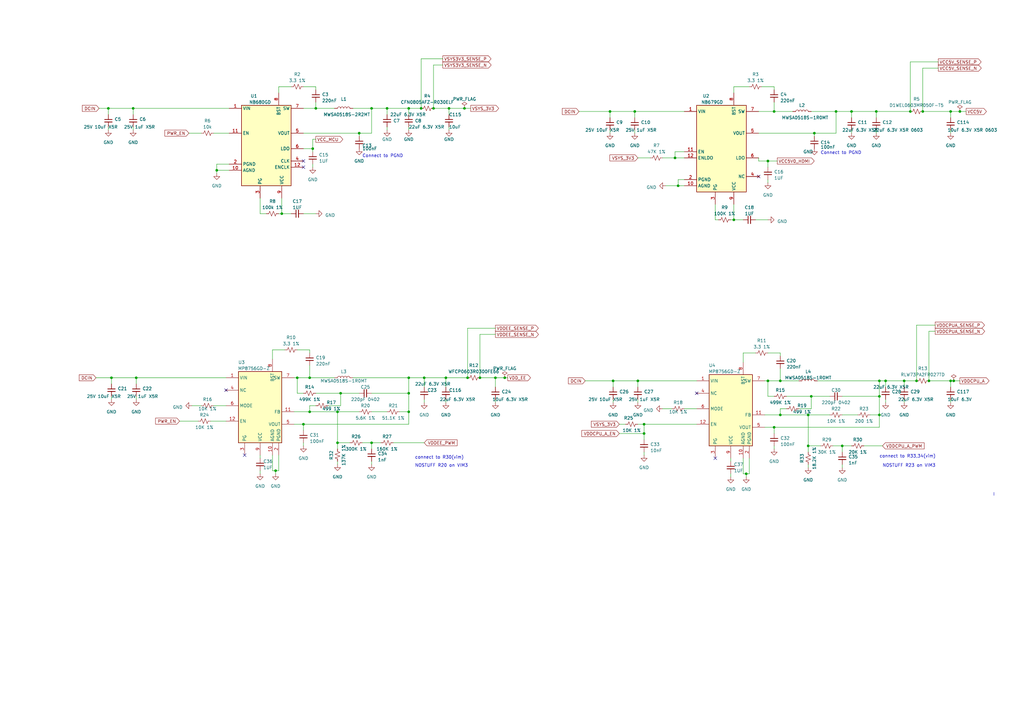
<source format=kicad_sch>
(kicad_sch (version 20230121) (generator eeschema)

  (uuid a5364d2f-2019-4f18-8a0d-1a86a7fe645c)

  (paper "A3")

  (title_block
    (title "Gonk")
    (date "2023-07-20")
    (rev "P0")
  )

  

  (junction (at 177.8 44.45) (diameter 0) (color 0 0 0 0)
    (uuid 069504ae-304e-419a-aa03-e8d7c5df69ef)
  )
  (junction (at 152.4 44.45) (diameter 0) (color 0 0 0 0)
    (uuid 0d825f04-aafe-454d-9c01-8f3173e6c68a)
  )
  (junction (at 264.16 177.8) (diameter 0) (color 0 0 0 0)
    (uuid 0fab75d0-30d5-4385-914b-02e587adad3a)
  )
  (junction (at 127 168.91) (diameter 0) (color 0 0 0 0)
    (uuid 10b904d1-6010-4c19-b6bc-8aa1bd1018d9)
  )
  (junction (at 127 154.94) (diameter 0) (color 0 0 0 0)
    (uuid 123b4101-5eb9-463b-a9ba-ab3ceb7b5280)
  )
  (junction (at 378.46 45.72) (diameter 0) (color 0 0 0 0)
    (uuid 132b11ab-420e-45e0-a430-7e09f5688960)
  )
  (junction (at 391.16 156.21) (diameter 0) (color 0 0 0 0)
    (uuid 135b581c-25d6-48ea-b3c2-dcfc8cda2573)
  )
  (junction (at 167.64 168.91) (diameter 0) (color 0 0 0 0)
    (uuid 17ae4b4b-1e91-4f7c-ace1-c5e18186d099)
  )
  (junction (at 167.64 161.29) (diameter 0) (color 0 0 0 0)
    (uuid 1d4142b0-6f19-4801-95cf-c6b7f4e575ef)
  )
  (junction (at 54.61 44.45) (diameter 0) (color 0 0 0 0)
    (uuid 1f9b5cec-0ee0-40b2-9ea1-f55d65b376de)
  )
  (junction (at 360.68 170.18) (diameter 0) (color 0 0 0 0)
    (uuid 270b929f-9140-4bf2-a3b7-6ee9c8700f8c)
  )
  (junction (at 331.47 170.18) (diameter 0) (color 0 0 0 0)
    (uuid 27c9a520-0526-434b-97e2-5440310348b8)
  )
  (junction (at 278.13 76.2) (diameter 0) (color 0 0 0 0)
    (uuid 2ec5d778-ccb0-42eb-b181-3a0db12db500)
  )
  (junction (at 363.22 156.21) (diameter 0) (color 0 0 0 0)
    (uuid 2ee131b1-ec57-4853-bb4f-c84541afe701)
  )
  (junction (at 191.77 154.94) (diameter 0) (color 0 0 0 0)
    (uuid 339268d5-5750-4b74-a02f-de614eaa973b)
  )
  (junction (at 45.72 154.94) (diameter 0) (color 0 0 0 0)
    (uuid 346168f9-3a6d-4b1c-a638-850a04ef7e58)
  )
  (junction (at 147.32 54.61) (diameter 0) (color 0 0 0 0)
    (uuid 369f1e39-f65f-4fee-b96c-009f86748c29)
  )
  (junction (at 184.15 44.45) (diameter 0) (color 0 0 0 0)
    (uuid 3bc852ef-0ade-4daf-8aa0-ae1d418fb395)
  )
  (junction (at 207.01 154.94) (diameter 0) (color 0 0 0 0)
    (uuid 3ca0ea00-8e9c-467a-828c-b2d4ce1883a5)
  )
  (junction (at 182.88 154.94) (diameter 0) (color 0 0 0 0)
    (uuid 3d2e62db-98a3-4d94-ae51-77eecdbfa560)
  )
  (junction (at 167.64 154.94) (diameter 0) (color 0 0 0 0)
    (uuid 3e9cefcc-d5b3-4f8f-95f6-298b088346ea)
  )
  (junction (at 173.99 154.94) (diameter 0) (color 0 0 0 0)
    (uuid 3fc09f7a-bddf-4031-a78c-218ee3c88bbe)
  )
  (junction (at 44.45 44.45) (diameter 0) (color 0 0 0 0)
    (uuid 45b24914-633b-41de-b4be-454d59198d5f)
  )
  (junction (at 251.46 156.21) (diameter 0) (color 0 0 0 0)
    (uuid 4c6661d5-e6e1-4c8a-9786-d7332068f2a1)
  )
  (junction (at 261.62 156.21) (diameter 0) (color 0 0 0 0)
    (uuid 4d656110-3933-4683-a5ee-30190482dfce)
  )
  (junction (at 300.99 90.17) (diameter 0) (color 0 0 0 0)
    (uuid 523c8d43-ee94-477e-a8e0-334c84ebb710)
  )
  (junction (at 314.96 66.04) (diameter 0) (color 0 0 0 0)
    (uuid 5d9a031a-e1ed-4d9c-9b2c-61d5e96e68bb)
  )
  (junction (at 360.68 162.56) (diameter 0) (color 0 0 0 0)
    (uuid 6022bca9-5ecb-4e15-af43-86d6118ef27f)
  )
  (junction (at 306.07 194.31) (diameter 0) (color 0 0 0 0)
    (uuid 644f28bc-32ee-4237-9afa-497c72dde2e4)
  )
  (junction (at 121.92 154.94) (diameter 0) (color 0 0 0 0)
    (uuid 6afada9a-52e1-432e-af01-1acb43c1f77b)
  )
  (junction (at 331.47 182.88) (diameter 0) (color 0 0 0 0)
    (uuid 6e360b5d-9857-4351-a343-b345afea91ef)
  )
  (junction (at 276.86 64.77) (diameter 0) (color 0 0 0 0)
    (uuid 70466f28-c5f7-4ac2-9058-60d58bffd876)
  )
  (junction (at 314.96 156.21) (diameter 0) (color 0 0 0 0)
    (uuid 70b035de-33a3-49f3-834b-c4181504eb93)
  )
  (junction (at 139.7 161.29) (diameter 0) (color 0 0 0 0)
    (uuid 733d24f7-7f98-44a4-96ac-da4e35fa0c2b)
  )
  (junction (at 260.35 45.72) (diameter 0) (color 0 0 0 0)
    (uuid 75f9833d-6854-4b3b-b661-e9172524bb0c)
  )
  (junction (at 389.89 156.21) (diameter 0) (color 0 0 0 0)
    (uuid 7c4d46ea-b4ca-43be-8ab7-badbe426f6c3)
  )
  (junction (at 167.64 44.45) (diameter 0) (color 0 0 0 0)
    (uuid 7eef4ce4-e645-4d74-bd92-a6f775a04ba1)
  )
  (junction (at 375.92 156.21) (diameter 0) (color 0 0 0 0)
    (uuid 819632a2-b14a-4cd8-8242-d288b15727c8)
  )
  (junction (at 88.9 69.85) (diameter 0) (color 0 0 0 0)
    (uuid 8ec39d02-9430-49a8-b3bf-6974ed19c754)
  )
  (junction (at 115.57 87.63) (diameter 0) (color 0 0 0 0)
    (uuid 90803c89-a62d-468b-9240-7beaf77a68e5)
  )
  (junction (at 55.88 154.94) (diameter 0) (color 0 0 0 0)
    (uuid 91155355-f868-4c88-969e-16ed4070a654)
  )
  (junction (at 370.84 156.21) (diameter 0) (color 0 0 0 0)
    (uuid 9369ede1-67a5-4441-9549-0eadef345520)
  )
  (junction (at 393.7 45.72) (diameter 0) (color 0 0 0 0)
    (uuid 9503e1a7-1da3-4e99-8971-41e1c806aa24)
  )
  (junction (at 360.68 156.21) (diameter 0) (color 0 0 0 0)
    (uuid 961063d2-315a-4948-b822-18f183c02eb1)
  )
  (junction (at 381 156.21) (diameter 0) (color 0 0 0 0)
    (uuid 97b3c075-056d-4099-a793-c7e0fd993b96)
  )
  (junction (at 128.27 60.96) (diameter 0) (color 0 0 0 0)
    (uuid 99703b89-a0b5-4ccf-8986-10a8e29e48d2)
  )
  (junction (at 317.5 45.72) (diameter 0) (color 0 0 0 0)
    (uuid a555d403-151e-4c77-afb0-34f8fb7ee0ec)
  )
  (junction (at 113.03 193.04) (diameter 0) (color 0 0 0 0)
    (uuid a5da9224-73fb-4ec9-8934-a13cf13ed8ea)
  )
  (junction (at 152.4 181.61) (diameter 0) (color 0 0 0 0)
    (uuid aa1c39fc-8e6c-42d9-aed5-0c8cb9ff1ff4)
  )
  (junction (at 190.5 44.45) (diameter 0) (color 0 0 0 0)
    (uuid aa46c85b-6421-4dc5-988b-7c91097ca7ea)
  )
  (junction (at 334.01 54.61) (diameter 0) (color 0 0 0 0)
    (uuid abdf4ac0-a8de-4abb-9f77-13fba04baa07)
  )
  (junction (at 389.89 45.72) (diameter 0) (color 0 0 0 0)
    (uuid ada9f970-57f4-4269-a3d2-a67d1c3214cc)
  )
  (junction (at 373.38 45.72) (diameter 0) (color 0 0 0 0)
    (uuid addb7b12-a2de-425d-a877-461ab6dcdf18)
  )
  (junction (at 203.2 154.94) (diameter 0) (color 0 0 0 0)
    (uuid b9a389ad-6c99-4ce9-917c-a8c8f52e04c1)
  )
  (junction (at 317.5 175.26) (diameter 0) (color 0 0 0 0)
    (uuid c4eb9109-cc2c-4160-821d-d5d1fe569ddc)
  )
  (junction (at 158.75 44.45) (diameter 0) (color 0 0 0 0)
    (uuid cee72bb1-726f-4282-a176-83cc5350c703)
  )
  (junction (at 138.43 168.91) (diameter 0) (color 0 0 0 0)
    (uuid d1581e48-38c0-463c-8fc7-4caa0e5f7703)
  )
  (junction (at 138.43 181.61) (diameter 0) (color 0 0 0 0)
    (uuid d2ac07c0-923c-4749-93a9-1a6050002319)
  )
  (junction (at 172.72 44.45) (diameter 0) (color 0 0 0 0)
    (uuid d4075101-57f5-4ddc-964f-bfe8a9100448)
  )
  (junction (at 320.04 156.21) (diameter 0) (color 0 0 0 0)
    (uuid d5a156e1-3955-40bf-8690-5350e4be3a6f)
  )
  (junction (at 332.74 162.56) (diameter 0) (color 0 0 0 0)
    (uuid d68ddbe5-f971-4c57-9480-ef14136bb495)
  )
  (junction (at 342.9 45.72) (diameter 0) (color 0 0 0 0)
    (uuid d9f0b914-e0e9-43aa-a728-fbb1999a9eae)
  )
  (junction (at 349.25 45.72) (diameter 0) (color 0 0 0 0)
    (uuid de68a2b5-aad1-4625-bbe0-ec431226ac21)
  )
  (junction (at 345.44 182.88) (diameter 0) (color 0 0 0 0)
    (uuid df360a55-88cb-44ac-a7d0-b8f51ad59419)
  )
  (junction (at 196.85 154.94) (diameter 0) (color 0 0 0 0)
    (uuid dfe60fef-b8ac-460f-9fcb-22ae24c063a8)
  )
  (junction (at 359.41 45.72) (diameter 0) (color 0 0 0 0)
    (uuid e889ac0d-1b8e-4626-9b3c-e873b12b2f69)
  )
  (junction (at 129.54 44.45) (diameter 0) (color 0 0 0 0)
    (uuid e8e23395-1e48-4d2c-a064-d39a0a9e294a)
  )
  (junction (at 250.19 45.72) (diameter 0) (color 0 0 0 0)
    (uuid e8ef3140-5832-4a80-8fa4-d2f1fea8d69d)
  )
  (junction (at 124.46 173.99) (diameter 0) (color 0 0 0 0)
    (uuid f92e579c-63c1-4dc7-8174-a265b242554f)
  )
  (junction (at 320.04 170.18) (diameter 0) (color 0 0 0 0)
    (uuid fa7421ab-6599-4b70-81c1-c1598ac38da2)
  )
  (junction (at 264.16 173.99) (diameter 0) (color 0 0 0 0)
    (uuid fdf31bac-6229-40f2-85df-9376a51dd743)
  )

  (no_connect (at 293.37 187.96) (uuid 26b73077-7755-4064-be0f-3710eeb9543e))
  (no_connect (at 124.46 68.58) (uuid 2b6987db-f47a-480e-9a8d-b926e6b0064a))
  (no_connect (at 311.15 72.39) (uuid 5d3a6e50-76ae-4656-bc93-e1b9da20dc41))
  (no_connect (at 100.33 186.69) (uuid b3122572-3a7d-4bb2-b448-e1e89b7a8528))
  (no_connect (at 124.46 66.04) (uuid ba2ad150-6ca9-4c5e-b791-9e9c7b7819f3))
  (no_connect (at 285.75 161.29) (uuid c3508247-b19a-4821-86ec-241a8cd6cf63))
  (no_connect (at 92.71 160.02) (uuid f454f68a-5453-4254-ba55-bfdd17e03b43))

  (wire (pts (xy 332.74 45.72) (xy 342.9 45.72))
    (stroke (width 0) (type default))
    (uuid 0106db77-dd71-434f-8dcc-cfa90263ec07)
  )
  (wire (pts (xy 147.32 55.88) (xy 147.32 54.61))
    (stroke (width 0) (type default))
    (uuid 0239b38b-beca-429a-b18a-c6b33e01c3b9)
  )
  (wire (pts (xy 317.5 45.72) (xy 311.15 45.72))
    (stroke (width 0) (type default))
    (uuid 039ed081-8112-4be1-900d-f769959ee116)
  )
  (wire (pts (xy 354.33 182.88) (xy 361.95 182.88))
    (stroke (width 0) (type default))
    (uuid 0418ff2a-69b6-4282-8761-27845e919693)
  )
  (wire (pts (xy 389.89 156.21) (xy 389.89 158.75))
    (stroke (width 0) (type default))
    (uuid 055bd138-c6a9-4c55-90d9-f958449017a8)
  )
  (wire (pts (xy 389.89 163.83) (xy 389.89 165.1))
    (stroke (width 0) (type default))
    (uuid 05941d4b-589d-4629-b1b0-c198e12b9f38)
  )
  (wire (pts (xy 250.19 53.34) (xy 250.19 54.61))
    (stroke (width 0) (type default))
    (uuid 05c3154e-482a-4b53-bce5-939651e91509)
  )
  (wire (pts (xy 345.44 162.56) (xy 360.68 162.56))
    (stroke (width 0) (type default))
    (uuid 067995e4-9594-4088-8313-0faa7736af83)
  )
  (wire (pts (xy 134.62 166.37) (xy 139.7 166.37))
    (stroke (width 0) (type default))
    (uuid 07189966-b8f0-4eee-a533-b1ba7b60cf93)
  )
  (wire (pts (xy 173.99 154.94) (xy 182.88 154.94))
    (stroke (width 0) (type default))
    (uuid 0753d588-0dc8-42d3-95db-52fe6a627fe6)
  )
  (wire (pts (xy 167.64 161.29) (xy 167.64 154.94))
    (stroke (width 0) (type default))
    (uuid 080d093f-dbf0-42f5-a27a-e8c94c3ebffe)
  )
  (wire (pts (xy 115.57 87.63) (xy 115.57 81.28))
    (stroke (width 0) (type default))
    (uuid 0a397fba-e574-4148-9b74-c4d23179c3cc)
  )
  (wire (pts (xy 88.9 69.85) (xy 93.98 69.85))
    (stroke (width 0) (type default))
    (uuid 0b545a60-01d6-4e76-b45d-a4410e5be132)
  )
  (wire (pts (xy 161.29 181.61) (xy 173.99 181.61))
    (stroke (width 0) (type default))
    (uuid 0c97e772-2a58-4a20-9e48-804e57eea4b9)
  )
  (wire (pts (xy 314.96 73.66) (xy 314.96 74.93))
    (stroke (width 0) (type default))
    (uuid 0ca6bb1a-4526-4f25-b4d8-8dfef03080a2)
  )
  (wire (pts (xy 182.88 154.94) (xy 182.88 158.75))
    (stroke (width 0) (type default))
    (uuid 0f4802e6-d129-4793-86e8-218dc479931c)
  )
  (wire (pts (xy 299.72 187.96) (xy 299.72 189.23))
    (stroke (width 0) (type default))
    (uuid 12025fb0-f8c5-491a-83d9-3267ce28d794)
  )
  (wire (pts (xy 127 166.37) (xy 127 168.91))
    (stroke (width 0) (type default))
    (uuid 12426280-6e4e-407e-8a3d-5cdf69b731b8)
  )
  (wire (pts (xy 378.46 45.72) (xy 389.89 45.72))
    (stroke (width 0) (type default))
    (uuid 12df6f2b-9c3e-4a12-b25b-296c79902f43)
  )
  (wire (pts (xy 127 154.94) (xy 121.92 154.94))
    (stroke (width 0) (type default))
    (uuid 1326b011-5b14-4cab-afe0-e2013b8e84ed)
  )
  (wire (pts (xy 144.78 154.94) (xy 167.64 154.94))
    (stroke (width 0) (type default))
    (uuid 1350ca04-0b86-41a0-817d-707115399f92)
  )
  (wire (pts (xy 137.16 154.94) (xy 127 154.94))
    (stroke (width 0) (type default))
    (uuid 1384b444-d098-4289-8938-1b60ce0c45c0)
  )
  (wire (pts (xy 332.74 162.56) (xy 332.74 167.64))
    (stroke (width 0) (type default))
    (uuid 13f72f40-ac88-4f07-b497-beb98d797b09)
  )
  (wire (pts (xy 106.68 81.28) (xy 106.68 87.63))
    (stroke (width 0) (type default))
    (uuid 13fad5be-55d6-4a0e-b188-d9fa9116e2ac)
  )
  (wire (pts (xy 300.99 35.56) (xy 307.34 35.56))
    (stroke (width 0) (type default))
    (uuid 14e56db1-e874-4e9f-b66c-cbbca543dd0d)
  )
  (wire (pts (xy 391.16 156.21) (xy 393.7 156.21))
    (stroke (width 0) (type default))
    (uuid 1523e251-0bb3-415f-9c14-ca74b502fce1)
  )
  (wire (pts (xy 129.54 166.37) (xy 127 166.37))
    (stroke (width 0) (type default))
    (uuid 1595adad-dae6-4af6-b89b-bf95b712a34b)
  )
  (wire (pts (xy 129.54 44.45) (xy 129.54 41.91))
    (stroke (width 0) (type default))
    (uuid 16fc8269-1606-4cf7-a57d-4ba53ad8b16f)
  )
  (wire (pts (xy 138.43 181.61) (xy 138.43 184.15))
    (stroke (width 0) (type default))
    (uuid 17a0dc14-21de-4cdd-8451-fb9416a8c9f3)
  )
  (wire (pts (xy 39.37 154.94) (xy 45.72 154.94))
    (stroke (width 0) (type default))
    (uuid 17d54f09-5ef2-479b-8096-1551df134983)
  )
  (wire (pts (xy 264.16 185.42) (xy 264.16 186.69))
    (stroke (width 0) (type default))
    (uuid 18499f63-e28f-4781-ad7e-a4a01821c8ad)
  )
  (wire (pts (xy 44.45 44.45) (xy 44.45 46.99))
    (stroke (width 0) (type default))
    (uuid 1895cdb8-4644-4182-bbf8-32f063bee12a)
  )
  (wire (pts (xy 261.62 163.83) (xy 261.62 165.1))
    (stroke (width 0) (type default))
    (uuid 18baf19e-3086-4fe6-9ce3-d80857810014)
  )
  (wire (pts (xy 359.41 45.72) (xy 373.38 45.72))
    (stroke (width 0) (type default))
    (uuid 1a5fc2cd-603f-49d0-962a-8d5782837ded)
  )
  (wire (pts (xy 254 177.8) (xy 264.16 177.8))
    (stroke (width 0) (type default))
    (uuid 1a9d1da7-455b-457b-9116-f6199faf7fb6)
  )
  (wire (pts (xy 375.92 133.35) (xy 383.54 133.35))
    (stroke (width 0) (type default))
    (uuid 1b35becf-14b9-4e6a-bad7-542bed733903)
  )
  (wire (pts (xy 389.89 45.72) (xy 389.89 48.26))
    (stroke (width 0) (type default))
    (uuid 1c1ad143-a45f-4419-9e8f-c403f3cc3a81)
  )
  (wire (pts (xy 359.41 53.34) (xy 359.41 54.61))
    (stroke (width 0) (type default))
    (uuid 1ca0c5ce-387d-40df-b7c1-b935dadf3290)
  )
  (wire (pts (xy 124.46 35.56) (xy 129.54 35.56))
    (stroke (width 0) (type default))
    (uuid 1cc61269-d305-4343-ba6b-079feb057a7f)
  )
  (wire (pts (xy 327.66 156.21) (xy 320.04 156.21))
    (stroke (width 0) (type default))
    (uuid 1cd0bb3e-b842-4ead-8816-9d6d895dcd52)
  )
  (wire (pts (xy 127 143.51) (xy 127 144.78))
    (stroke (width 0) (type default))
    (uuid 1ce86b3e-ed70-4fa0-9d10-a6fca08568b0)
  )
  (wire (pts (xy 320.04 167.64) (xy 320.04 170.18))
    (stroke (width 0) (type default))
    (uuid 1e7bcfd5-5b81-44f0-a38b-5a347a585ef8)
  )
  (wire (pts (xy 167.64 44.45) (xy 172.72 44.45))
    (stroke (width 0) (type default))
    (uuid 1e9dd643-b640-4305-9543-c4a77215680d)
  )
  (wire (pts (xy 147.32 54.61) (xy 152.4 54.61))
    (stroke (width 0) (type default))
    (uuid 1f3a2e0e-3680-48d6-87bf-b74534814fdd)
  )
  (wire (pts (xy 375.92 133.35) (xy 375.92 156.21))
    (stroke (width 0) (type default))
    (uuid 1f966636-bedb-4c07-bad7-01c2b0611f64)
  )
  (wire (pts (xy 317.5 35.56) (xy 317.5 36.83))
    (stroke (width 0) (type default))
    (uuid 2085112d-55e2-4112-82b0-ba7deddf9b1f)
  )
  (wire (pts (xy 261.62 64.77) (xy 266.7 64.77))
    (stroke (width 0) (type default))
    (uuid 210a0784-2c72-4ec0-8aef-c6bdfd24980a)
  )
  (wire (pts (xy 250.19 45.72) (xy 250.19 48.26))
    (stroke (width 0) (type default))
    (uuid 215b24fc-b12d-4278-87c1-ac763d0c0e40)
  )
  (wire (pts (xy 40.64 44.45) (xy 44.45 44.45))
    (stroke (width 0) (type default))
    (uuid 22dff2de-04b6-4571-8bd0-da37fd99ee0a)
  )
  (wire (pts (xy 389.89 156.21) (xy 391.16 156.21))
    (stroke (width 0) (type default))
    (uuid 275d273f-7555-4854-bb00-47c248e0073b)
  )
  (wire (pts (xy 345.44 182.88) (xy 349.25 182.88))
    (stroke (width 0) (type default))
    (uuid 27d92e34-fe9e-4861-bd35-7ac15f75a9d1)
  )
  (wire (pts (xy 173.99 163.83) (xy 173.99 165.1))
    (stroke (width 0) (type default))
    (uuid 27e288dc-5d63-4944-acde-8e5a2c22eabf)
  )
  (wire (pts (xy 276.86 62.23) (xy 276.86 64.77))
    (stroke (width 0) (type default))
    (uuid 29f6d49b-1923-43fa-9f05-9bf147ecf353)
  )
  (wire (pts (xy 124.46 161.29) (xy 121.92 161.29))
    (stroke (width 0) (type default))
    (uuid 2a4df868-3e7c-4b67-b1fd-b6297a310c05)
  )
  (wire (pts (xy 360.68 162.56) (xy 360.68 156.21))
    (stroke (width 0) (type default))
    (uuid 2c5b0d3b-968e-4268-8882-48c05c06a1bb)
  )
  (wire (pts (xy 124.46 60.96) (xy 128.27 60.96))
    (stroke (width 0) (type default))
    (uuid 2f3f2a81-405e-4c27-8841-e72f0d76cf2d)
  )
  (wire (pts (xy 309.88 90.17) (xy 314.96 90.17))
    (stroke (width 0) (type default))
    (uuid 2f8be619-018f-4bd3-9b6a-3cbfe1a5d557)
  )
  (wire (pts (xy 261.62 156.21) (xy 285.75 156.21))
    (stroke (width 0) (type default))
    (uuid 3095fae8-559c-4ac8-a9ee-9dcbf2f135f2)
  )
  (wire (pts (xy 317.5 45.72) (xy 325.12 45.72))
    (stroke (width 0) (type default))
    (uuid 30d22823-c06c-468d-9654-1e07488a777d)
  )
  (wire (pts (xy 312.42 35.56) (xy 317.5 35.56))
    (stroke (width 0) (type default))
    (uuid 310931d2-efc3-435a-afd9-7f46147e1402)
  )
  (wire (pts (xy 167.64 44.45) (xy 167.64 46.99))
    (stroke (width 0) (type default))
    (uuid 3335270c-157b-4249-bba6-f8c1c95cfb89)
  )
  (wire (pts (xy 121.92 143.51) (xy 127 143.51))
    (stroke (width 0) (type default))
    (uuid 3467c5d1-d854-4854-b227-ec06ba78e84d)
  )
  (wire (pts (xy 273.05 76.2) (xy 278.13 76.2))
    (stroke (width 0) (type default))
    (uuid 35d07b17-d99c-4ac8-bf2e-75b1ca09762a)
  )
  (wire (pts (xy 127 168.91) (xy 138.43 168.91))
    (stroke (width 0) (type default))
    (uuid 39dbafe6-d97b-4ee3-a734-7680dd1f5a12)
  )
  (wire (pts (xy 163.83 168.91) (xy 167.64 168.91))
    (stroke (width 0) (type default))
    (uuid 3a585f93-76d9-462c-a992-2de426a7185e)
  )
  (wire (pts (xy 370.84 156.21) (xy 375.92 156.21))
    (stroke (width 0) (type default))
    (uuid 3aad4ae0-4da5-440c-ad67-57a1fdcc78eb)
  )
  (wire (pts (xy 138.43 168.91) (xy 138.43 181.61))
    (stroke (width 0) (type default))
    (uuid 3b6e3dbb-c2c5-45c1-b2c1-e4253c38984b)
  )
  (wire (pts (xy 177.8 26.67) (xy 177.8 44.45))
    (stroke (width 0) (type default))
    (uuid 3c61a024-518c-4672-99c6-42cee542a722)
  )
  (wire (pts (xy 78.74 166.37) (xy 82.55 166.37))
    (stroke (width 0) (type default))
    (uuid 3cf61dd7-93fd-4fb4-9f72-6b46cd02ee00)
  )
  (wire (pts (xy 360.68 162.56) (xy 360.68 170.18))
    (stroke (width 0) (type default))
    (uuid 3d02c224-28cd-40cd-bc82-82108e1cfec2)
  )
  (wire (pts (xy 331.47 170.18) (xy 340.36 170.18))
    (stroke (width 0) (type default))
    (uuid 3e7166c1-97a7-4c36-87a0-a4df3fc00b6b)
  )
  (wire (pts (xy 139.7 161.29) (xy 147.32 161.29))
    (stroke (width 0) (type default))
    (uuid 3f326cc5-eb3a-48d0-b74d-1b1882d8b62c)
  )
  (wire (pts (xy 87.63 166.37) (xy 92.71 166.37))
    (stroke (width 0) (type default))
    (uuid 3fdb54ac-2dd4-4f90-a612-4ec9793d50bb)
  )
  (wire (pts (xy 389.89 45.72) (xy 393.7 45.72))
    (stroke (width 0) (type default))
    (uuid 3ffd928d-b22a-4be0-95e5-5ed61000a25c)
  )
  (wire (pts (xy 196.85 137.16) (xy 196.85 154.94))
    (stroke (width 0) (type default))
    (uuid 40dc278a-3bb8-4f1f-be76-25a504b2d124)
  )
  (wire (pts (xy 381 135.89) (xy 381 156.21))
    (stroke (width 0) (type default))
    (uuid 43795211-837a-409d-861d-491ed71a1e06)
  )
  (wire (pts (xy 152.4 44.45) (xy 158.75 44.45))
    (stroke (width 0) (type default))
    (uuid 46037e53-dc15-4d11-aa85-8dd5b1a57978)
  )
  (wire (pts (xy 173.99 154.94) (xy 173.99 158.75))
    (stroke (width 0) (type default))
    (uuid 467e5145-fdb7-4d8b-b9f7-1646ac06b309)
  )
  (wire (pts (xy 167.64 161.29) (xy 167.64 168.91))
    (stroke (width 0) (type default))
    (uuid 48545e8b-e718-40ac-bba1-ddd6ce24e0db)
  )
  (wire (pts (xy 345.44 170.18) (xy 351.79 170.18))
    (stroke (width 0) (type default))
    (uuid 4915bfc8-8979-4861-915f-bfc7915b035c)
  )
  (wire (pts (xy 264.16 177.8) (xy 264.16 173.99))
    (stroke (width 0) (type default))
    (uuid 4b7e3303-c3d4-4cc2-b8ec-ffe158548573)
  )
  (wire (pts (xy 196.85 137.16) (xy 203.2 137.16))
    (stroke (width 0) (type default))
    (uuid 4d0ec597-1deb-40e2-aa0a-e15996e3914d)
  )
  (wire (pts (xy 144.78 44.45) (xy 152.4 44.45))
    (stroke (width 0) (type default))
    (uuid 4f480d9b-3e8a-44c4-b047-94af473718cd)
  )
  (wire (pts (xy 332.74 162.56) (xy 340.36 162.56))
    (stroke (width 0) (type default))
    (uuid 500fa904-5374-4191-ad9a-566eb1be5f09)
  )
  (wire (pts (xy 335.28 156.21) (xy 360.68 156.21))
    (stroke (width 0) (type default))
    (uuid 513f1815-d9f3-4141-bafa-380b140335bb)
  )
  (wire (pts (xy 331.47 170.18) (xy 331.47 182.88))
    (stroke (width 0) (type default))
    (uuid 521f0932-9f0a-4b2c-aeff-90e109150917)
  )
  (wire (pts (xy 261.62 173.99) (xy 264.16 173.99))
    (stroke (width 0) (type default))
    (uuid 52536e24-a524-46f0-a1e2-26f2d6bd6fa2)
  )
  (wire (pts (xy 300.99 90.17) (xy 300.99 83.82))
    (stroke (width 0) (type default))
    (uuid 55ac4e41-e7a9-41d6-89b4-35ed33540ba9)
  )
  (wire (pts (xy 320.04 170.18) (xy 331.47 170.18))
    (stroke (width 0) (type default))
    (uuid 5750bd67-7391-4f0a-b6b8-186e54b99df2)
  )
  (wire (pts (xy 342.9 45.72) (xy 342.9 54.61))
    (stroke (width 0) (type default))
    (uuid 5b216d99-78eb-49a2-9bb8-c11bba4c95f9)
  )
  (wire (pts (xy 280.67 73.66) (xy 278.13 73.66))
    (stroke (width 0) (type default))
    (uuid 5d5671aa-00a6-4edb-ba6e-e5cf238bc71e)
  )
  (wire (pts (xy 356.87 170.18) (xy 360.68 170.18))
    (stroke (width 0) (type default))
    (uuid 62790895-74df-40b9-99a9-ff8e2fd10729)
  )
  (wire (pts (xy 381 156.21) (xy 389.89 156.21))
    (stroke (width 0) (type default))
    (uuid 62946828-8942-464e-b3ba-a0752a77f764)
  )
  (wire (pts (xy 111.76 143.51) (xy 116.84 143.51))
    (stroke (width 0) (type default))
    (uuid 641d0c19-eba9-4013-b82e-c461c460f07f)
  )
  (wire (pts (xy 264.16 173.99) (xy 285.75 173.99))
    (stroke (width 0) (type default))
    (uuid 64c29c41-8cba-4325-b822-a96a1694d9da)
  )
  (wire (pts (xy 317.5 182.88) (xy 317.5 184.15))
    (stroke (width 0) (type default))
    (uuid 651b57b7-efe8-4a97-bc6a-4e065f3fc2aa)
  )
  (wire (pts (xy 158.75 44.45) (xy 158.75 46.99))
    (stroke (width 0) (type default))
    (uuid 6575652a-1969-4799-920c-c466ef2d41da)
  )
  (wire (pts (xy 264.16 177.8) (xy 264.16 180.34))
    (stroke (width 0) (type default))
    (uuid 65b8bcb2-92dd-4f1f-8ef9-2fcff4a143c1)
  )
  (wire (pts (xy 139.7 161.29) (xy 139.7 166.37))
    (stroke (width 0) (type default))
    (uuid 6639a44c-8b11-4ee6-9ec1-c4f511cf51c6)
  )
  (wire (pts (xy 261.62 156.21) (xy 261.62 158.75))
    (stroke (width 0) (type default))
    (uuid 6933ac54-4adc-4196-8b48-6a5287e50316)
  )
  (wire (pts (xy 172.72 24.13) (xy 172.72 44.45))
    (stroke (width 0) (type default))
    (uuid 69a679df-f109-4a6b-8a46-be0f51f70c27)
  )
  (wire (pts (xy 349.25 45.72) (xy 359.41 45.72))
    (stroke (width 0) (type default))
    (uuid 69f3e086-09ec-4f31-a51e-f2dcdb967bc0)
  )
  (wire (pts (xy 124.46 54.61) (xy 147.32 54.61))
    (stroke (width 0) (type default))
    (uuid 6a47d196-d2c5-4d87-a9f5-a5cfc6b89bdc)
  )
  (wire (pts (xy 300.99 90.17) (xy 304.8 90.17))
    (stroke (width 0) (type default))
    (uuid 6a5996ba-28dc-49e8-b72b-9b300818d6e0)
  )
  (wire (pts (xy 152.4 181.61) (xy 152.4 184.15))
    (stroke (width 0) (type default))
    (uuid 6c11d087-2499-4ffb-a862-f68637653b2b)
  )
  (wire (pts (xy 152.4 189.23) (xy 152.4 190.5))
    (stroke (width 0) (type default))
    (uuid 6cd469d1-2b19-432d-9fe3-5e433bf0bc46)
  )
  (wire (pts (xy 148.59 181.61) (xy 152.4 181.61))
    (stroke (width 0) (type default))
    (uuid 6d439bec-9300-4a36-9b7e-be3c63369f2d)
  )
  (wire (pts (xy 124.46 87.63) (xy 129.54 87.63))
    (stroke (width 0) (type default))
    (uuid 6d9d95a6-0f79-4906-a440-a95ec058da0d)
  )
  (wire (pts (xy 317.5 162.56) (xy 314.96 162.56))
    (stroke (width 0) (type default))
    (uuid 6f517944-a34f-4a9c-b1d9-a699106f948f)
  )
  (wire (pts (xy 55.88 162.56) (xy 55.88 163.83))
    (stroke (width 0) (type default))
    (uuid 7239304f-26b1-478d-a499-d0b326c828ee)
  )
  (wire (pts (xy 55.88 154.94) (xy 55.88 157.48))
    (stroke (width 0) (type default))
    (uuid 729fb799-bd10-467d-8d7d-876c3ea9880d)
  )
  (wire (pts (xy 184.15 44.45) (xy 184.15 46.99))
    (stroke (width 0) (type default))
    (uuid 74d5392e-7ef9-4617-9092-0607cd9deca5)
  )
  (wire (pts (xy 349.25 53.34) (xy 349.25 54.61))
    (stroke (width 0) (type default))
    (uuid 74e2edd0-398d-43a6-a2d6-c8c1d4ce6d2c)
  )
  (wire (pts (xy 341.63 182.88) (xy 345.44 182.88))
    (stroke (width 0) (type default))
    (uuid 75f68de2-8131-44ab-9baf-518891ed089b)
  )
  (wire (pts (xy 173.99 154.94) (xy 167.64 154.94))
    (stroke (width 0) (type default))
    (uuid 76657a59-32da-41b0-b13d-96bfeef88988)
  )
  (wire (pts (xy 177.8 44.45) (xy 184.15 44.45))
    (stroke (width 0) (type default))
    (uuid 772ddf1e-1c87-48ec-984b-d8ad60cfadfc)
  )
  (wire (pts (xy 88.9 69.85) (xy 88.9 71.12))
    (stroke (width 0) (type default))
    (uuid 78c4baf2-33f1-46cb-83bc-8c7da2b0de69)
  )
  (wire (pts (xy 304.8 144.78) (xy 309.88 144.78))
    (stroke (width 0) (type default))
    (uuid 7978393a-58a3-4d1f-80b5-c9152250e679)
  )
  (wire (pts (xy 88.9 67.31) (xy 88.9 69.85))
    (stroke (width 0) (type default))
    (uuid 79e90f40-6dbd-4c33-b023-42130c35a930)
  )
  (wire (pts (xy 124.46 173.99) (xy 167.64 173.99))
    (stroke (width 0) (type default))
    (uuid 7cb1fca0-0176-4eeb-8c99-94152decd65b)
  )
  (wire (pts (xy 190.5 44.45) (xy 193.04 44.45))
    (stroke (width 0) (type default))
    (uuid 7e7810dd-061e-45e2-a089-74ba415cf576)
  )
  (wire (pts (xy 306.07 194.31) (xy 307.34 194.31))
    (stroke (width 0) (type default))
    (uuid 7ea70957-a940-41dc-9fa1-d04e05f2d274)
  )
  (wire (pts (xy 55.88 154.94) (xy 92.71 154.94))
    (stroke (width 0) (type default))
    (uuid 7fff3e06-e8b1-43f3-8677-df5c23a450d6)
  )
  (wire (pts (xy 182.88 163.83) (xy 182.88 165.1))
    (stroke (width 0) (type default))
    (uuid 82899bb4-e0fa-4396-926c-02ac52442eeb)
  )
  (wire (pts (xy 251.46 163.83) (xy 251.46 165.1))
    (stroke (width 0) (type default))
    (uuid 83a963d4-1f55-4291-956a-042483e82a14)
  )
  (wire (pts (xy 129.54 44.45) (xy 137.16 44.45))
    (stroke (width 0) (type default))
    (uuid 83ad0f75-4f52-4d25-98c2-c2f8750c2633)
  )
  (wire (pts (xy 307.34 194.31) (xy 307.34 187.96))
    (stroke (width 0) (type default))
    (uuid 84f6e399-f028-40e8-b396-17b01c0a8d34)
  )
  (wire (pts (xy 276.86 64.77) (xy 280.67 64.77))
    (stroke (width 0) (type default))
    (uuid 85196d94-398f-4646-8a2d-1c2d0416504a)
  )
  (wire (pts (xy 240.03 156.21) (xy 251.46 156.21))
    (stroke (width 0) (type default))
    (uuid 87237347-5fd9-4678-9857-81905818fa27)
  )
  (wire (pts (xy 314.96 162.56) (xy 314.96 156.21))
    (stroke (width 0) (type default))
    (uuid 887c07c5-3a22-47ad-9b21-7ba97b1e2405)
  )
  (wire (pts (xy 54.61 44.45) (xy 93.98 44.45))
    (stroke (width 0) (type default))
    (uuid 8964f623-e518-4768-8fc5-dea3c0680ed9)
  )
  (wire (pts (xy 251.46 156.21) (xy 261.62 156.21))
    (stroke (width 0) (type default))
    (uuid 8983219d-7528-40fc-8b8b-07328bad67d2)
  )
  (wire (pts (xy 127 149.86) (xy 127 154.94))
    (stroke (width 0) (type default))
    (uuid 89a1b46e-6992-48e8-8d24-f66fdcf37fc4)
  )
  (wire (pts (xy 86.36 172.72) (xy 92.71 172.72))
    (stroke (width 0) (type default))
    (uuid 8aaa46d0-1ba2-4fc8-b350-9003a1340b46)
  )
  (wire (pts (xy 320.04 156.21) (xy 314.96 156.21))
    (stroke (width 0) (type default))
    (uuid 8ae7d21e-61db-4a48-affb-817a7de2ba68)
  )
  (wire (pts (xy 254 173.99) (xy 256.54 173.99))
    (stroke (width 0) (type default))
    (uuid 8e551c29-5240-4b26-83ee-2e8cfc5899ca)
  )
  (wire (pts (xy 152.4 44.45) (xy 152.4 54.61))
    (stroke (width 0) (type default))
    (uuid 8e623a34-c403-4e82-ad82-b927ee427ccc)
  )
  (wire (pts (xy 124.46 44.45) (xy 129.54 44.45))
    (stroke (width 0) (type default))
    (uuid 8edb0674-e611-4577-a3f0-7c5588a2eee7)
  )
  (wire (pts (xy 172.72 24.13) (xy 181.61 24.13))
    (stroke (width 0) (type default))
    (uuid 8f1353f7-46c2-46dc-98f3-ea6dd7c12315)
  )
  (wire (pts (xy 191.77 134.62) (xy 203.2 134.62))
    (stroke (width 0) (type default))
    (uuid 906927b4-fca3-4b21-b870-bf60b6e3a898)
  )
  (wire (pts (xy 129.54 161.29) (xy 139.7 161.29))
    (stroke (width 0) (type default))
    (uuid 92d6b72f-71b0-43ef-a9c4-2480aaba863d)
  )
  (wire (pts (xy 113.03 193.04) (xy 114.3 193.04))
    (stroke (width 0) (type default))
    (uuid 92e43e6d-586a-49ee-8609-75e5b0dbf715)
  )
  (wire (pts (xy 124.46 181.61) (xy 124.46 182.88))
    (stroke (width 0) (type default))
    (uuid 934d5214-7f96-4987-ad01-d7b0955acb33)
  )
  (wire (pts (xy 322.58 162.56) (xy 332.74 162.56))
    (stroke (width 0) (type default))
    (uuid 95489da3-d445-4aa4-b90b-848a8b725f9f)
  )
  (wire (pts (xy 331.47 190.5) (xy 331.47 191.77))
    (stroke (width 0) (type default))
    (uuid 95b906d2-dba2-4953-8151-a94e670f751a)
  )
  (wire (pts (xy 73.66 172.72) (xy 81.28 172.72))
    (stroke (width 0) (type default))
    (uuid 96578c9a-4994-4fa4-8b09-fe37949a2882)
  )
  (wire (pts (xy 378.46 27.94) (xy 384.81 27.94))
    (stroke (width 0) (type default))
    (uuid 9723b15d-8d29-48a0-89a9-bceff105f221)
  )
  (wire (pts (xy 114.3 35.56) (xy 119.38 35.56))
    (stroke (width 0) (type default))
    (uuid 97925e3e-51d4-4986-987e-935be588150d)
  )
  (wire (pts (xy 363.22 156.21) (xy 370.84 156.21))
    (stroke (width 0) (type default))
    (uuid 992b1ac4-40ba-4d22-b17f-d805d7c2ab06)
  )
  (wire (pts (xy 260.35 45.72) (xy 260.35 48.26))
    (stroke (width 0) (type default))
    (uuid 9a284efa-44f6-49fe-9c21-95de2d67c696)
  )
  (wire (pts (xy 44.45 44.45) (xy 54.61 44.45))
    (stroke (width 0) (type default))
    (uuid 9ad2d550-8a81-4aa8-be74-e00d228047dc)
  )
  (wire (pts (xy 293.37 83.82) (xy 293.37 90.17))
    (stroke (width 0) (type default))
    (uuid 9b39b119-4554-4a28-b2ba-1f2663d570d5)
  )
  (wire (pts (xy 280.67 167.64) (xy 285.75 167.64))
    (stroke (width 0) (type default))
    (uuid 9b3c2005-6bd0-41d4-97ce-f07957c5cafb)
  )
  (wire (pts (xy 237.49 45.72) (xy 250.19 45.72))
    (stroke (width 0) (type default))
    (uuid 9b817c92-4561-41aa-b008-e367e723d965)
  )
  (wire (pts (xy 45.72 154.94) (xy 55.88 154.94))
    (stroke (width 0) (type default))
    (uuid 9c35f065-9f27-41ee-99e2-1a36c89bb1ab)
  )
  (wire (pts (xy 114.3 87.63) (xy 115.57 87.63))
    (stroke (width 0) (type default))
    (uuid 9c85425c-7626-4c77-89b9-ff0b365049b6)
  )
  (wire (pts (xy 114.3 193.04) (xy 114.3 186.69))
    (stroke (width 0) (type default))
    (uuid 9ddf82eb-f154-440a-a485-635f2701c540)
  )
  (wire (pts (xy 250.19 45.72) (xy 260.35 45.72))
    (stroke (width 0) (type default))
    (uuid 9e084d48-e2f3-4403-90d1-5e38e0c336e3)
  )
  (wire (pts (xy 152.4 161.29) (xy 167.64 161.29))
    (stroke (width 0) (type default))
    (uuid 9f68aec6-a7bb-48a8-a83d-f8bcf88686b4)
  )
  (wire (pts (xy 129.54 35.56) (xy 129.54 36.83))
    (stroke (width 0) (type default))
    (uuid 9fd91d85-9386-42e5-9c21-99796aec798f)
  )
  (wire (pts (xy 127 168.91) (xy 120.65 168.91))
    (stroke (width 0) (type default))
    (uuid a0b0dfea-45c6-4e5b-ba92-d1a762110e0f)
  )
  (wire (pts (xy 373.38 25.4) (xy 373.38 45.72))
    (stroke (width 0) (type default))
    (uuid a1e6733f-59a1-4b67-b1e7-91aebd62f97d)
  )
  (wire (pts (xy 152.4 181.61) (xy 156.21 181.61))
    (stroke (width 0) (type default))
    (uuid a27b4c20-8d7a-49d5-bf06-d8bfad5ea55d)
  )
  (polyline (pts (xy 407.67 201.93) (xy 407.67 203.2))
    (stroke (width 0) (type default))
    (uuid a456e927-188e-4aa2-9049-e2d4646fe216)
  )

  (wire (pts (xy 260.35 45.72) (xy 280.67 45.72))
    (stroke (width 0) (type default))
    (uuid a4ed5bbf-8aeb-4a8d-98f2-113aa7dc5c97)
  )
  (wire (pts (xy 203.2 163.83) (xy 203.2 165.1))
    (stroke (width 0) (type default))
    (uuid a5498032-f2cb-4244-8641-ace7156599aa)
  )
  (wire (pts (xy 304.8 187.96) (xy 304.8 194.31))
    (stroke (width 0) (type default))
    (uuid a5ade251-e4e7-43f7-baf0-8602848a15ad)
  )
  (wire (pts (xy 128.27 57.15) (xy 128.27 60.96))
    (stroke (width 0) (type default))
    (uuid a65d16b6-8257-40f8-b415-af43a0a99448)
  )
  (wire (pts (xy 111.76 186.69) (xy 111.76 193.04))
    (stroke (width 0) (type default))
    (uuid a668ed37-e1dd-468e-ae5e-0291d99f3f43)
  )
  (wire (pts (xy 320.04 151.13) (xy 320.04 156.21))
    (stroke (width 0) (type default))
    (uuid a6b0b9e6-6da6-47dc-bc58-ef9a8b5200eb)
  )
  (wire (pts (xy 314.96 66.04) (xy 318.77 66.04))
    (stroke (width 0) (type default))
    (uuid a6b5ed3e-b275-47fe-a836-11cafb662e43)
  )
  (wire (pts (xy 373.38 25.4) (xy 384.81 25.4))
    (stroke (width 0) (type default))
    (uuid a9192eee-379a-4bc7-be5f-f58e8fd5135e)
  )
  (wire (pts (xy 293.37 90.17) (xy 294.64 90.17))
    (stroke (width 0) (type default))
    (uuid aa5a8403-76ce-4b25-bbfd-75ce5273ad98)
  )
  (wire (pts (xy 138.43 168.91) (xy 147.32 168.91))
    (stroke (width 0) (type default))
    (uuid aaa4a921-b389-4062-8941-ce0d7855e527)
  )
  (wire (pts (xy 370.84 163.83) (xy 370.84 165.1))
    (stroke (width 0) (type default))
    (uuid abbbfec6-962b-4ef2-a2ce-b5f9c7411c63)
  )
  (wire (pts (xy 111.76 193.04) (xy 113.03 193.04))
    (stroke (width 0) (type default))
    (uuid abce43e9-5dd9-41d5-b4ee-0fdf3c565e99)
  )
  (wire (pts (xy 113.03 194.31) (xy 113.03 193.04))
    (stroke (width 0) (type default))
    (uuid af02c3fa-06ad-4506-a0c2-7dfc390d21dc)
  )
  (wire (pts (xy 44.45 52.07) (xy 44.45 53.34))
    (stroke (width 0) (type default))
    (uuid af44c910-ca98-4f4d-9ad5-e6ba5ddcf655)
  )
  (wire (pts (xy 280.67 62.23) (xy 276.86 62.23))
    (stroke (width 0) (type default))
    (uuid af4eb2c4-9bd9-4ac1-865e-4e5b7fc06e94)
  )
  (wire (pts (xy 54.61 52.07) (xy 54.61 53.34))
    (stroke (width 0) (type default))
    (uuid b05bfa40-ddea-4c35-aab9-43ebcdd71e21)
  )
  (wire (pts (xy 299.72 194.31) (xy 299.72 195.58))
    (stroke (width 0) (type default))
    (uuid b20070f1-fb92-4742-85c1-7ed13a0264b2)
  )
  (wire (pts (xy 260.35 53.34) (xy 260.35 54.61))
    (stroke (width 0) (type default))
    (uuid b2e109c3-0217-48ce-ba2a-6e6173119ba1)
  )
  (wire (pts (xy 128.27 57.15) (xy 129.54 57.15))
    (stroke (width 0) (type default))
    (uuid b3a3276d-3af4-401b-bafa-72cd80f476ff)
  )
  (wire (pts (xy 138.43 181.61) (xy 143.51 181.61))
    (stroke (width 0) (type default))
    (uuid b4aa330f-eb1d-4f30-9b0d-4182d71eecd4)
  )
  (wire (pts (xy 327.66 167.64) (xy 332.74 167.64))
    (stroke (width 0) (type default))
    (uuid b4c12a2d-122b-48e0-98e9-56386bb203c9)
  )
  (wire (pts (xy 363.22 156.21) (xy 363.22 158.75))
    (stroke (width 0) (type default))
    (uuid b79d87aa-479d-47e8-9573-fdd101f0cd71)
  )
  (wire (pts (xy 389.89 53.34) (xy 389.89 54.61))
    (stroke (width 0) (type default))
    (uuid b84e489b-5f09-44c9-b0a2-41b80a236267)
  )
  (wire (pts (xy 54.61 44.45) (xy 54.61 46.99))
    (stroke (width 0) (type default))
    (uuid b99ee8b0-803a-43a9-9bd3-02f537d2788a)
  )
  (wire (pts (xy 278.13 76.2) (xy 280.67 76.2))
    (stroke (width 0) (type default))
    (uuid b9ba4932-aa30-4e56-8517-ad85a4b3a103)
  )
  (wire (pts (xy 313.69 175.26) (xy 317.5 175.26))
    (stroke (width 0) (type default))
    (uuid ba06fa63-523b-4a6e-b164-71d4d62b0dab)
  )
  (wire (pts (xy 334.01 55.88) (xy 334.01 54.61))
    (stroke (width 0) (type default))
    (uuid ba5e958d-1c37-429f-a83c-bf8e34259b7a)
  )
  (wire (pts (xy 314.96 156.21) (xy 313.69 156.21))
    (stroke (width 0) (type default))
    (uuid bbe567bf-9b9e-443e-9328-f8ebeb0605fb)
  )
  (wire (pts (xy 271.78 64.77) (xy 276.86 64.77))
    (stroke (width 0) (type default))
    (uuid bc1369f0-a00a-4d59-a1af-6d0589cd5755)
  )
  (wire (pts (xy 360.68 156.21) (xy 363.22 156.21))
    (stroke (width 0) (type default))
    (uuid bc4f1929-90ce-4b9d-854c-54cc9cef0167)
  )
  (wire (pts (xy 115.57 87.63) (xy 119.38 87.63))
    (stroke (width 0) (type default))
    (uuid bd9132b6-df34-4d5a-9a82-fe18ee9b2595)
  )
  (wire (pts (xy 306.07 195.58) (xy 306.07 194.31))
    (stroke (width 0) (type default))
    (uuid be6898e8-8845-4018-ba7b-637520445fac)
  )
  (wire (pts (xy 251.46 156.21) (xy 251.46 158.75))
    (stroke (width 0) (type default))
    (uuid bf13ef1d-d21b-4756-80f7-84d2a6197d31)
  )
  (wire (pts (xy 363.22 163.83) (xy 363.22 165.1))
    (stroke (width 0) (type default))
    (uuid c1648631-1d07-4954-a6ad-e6a3420a2271)
  )
  (wire (pts (xy 342.9 45.72) (xy 349.25 45.72))
    (stroke (width 0) (type default))
    (uuid c1c40a76-81ca-4276-8445-c24e615b99f7)
  )
  (wire (pts (xy 158.75 44.45) (xy 167.64 44.45))
    (stroke (width 0) (type default))
    (uuid c26876f6-b9ab-415e-b5e2-93dd3b2993f6)
  )
  (wire (pts (xy 381 135.89) (xy 383.54 135.89))
    (stroke (width 0) (type default))
    (uuid c56196f2-704b-47ca-8ede-8b492c0dae4b)
  )
  (wire (pts (xy 167.64 52.07) (xy 167.64 53.34))
    (stroke (width 0) (type default))
    (uuid c594592a-3d23-429b-8681-b1fb85d0b401)
  )
  (wire (pts (xy 331.47 182.88) (xy 336.55 182.88))
    (stroke (width 0) (type default))
    (uuid c660b62a-47a4-48f1-b4b6-b58a67764845)
  )
  (wire (pts (xy 317.5 175.26) (xy 360.68 175.26))
    (stroke (width 0) (type default))
    (uuid c885f37f-7146-4383-88ac-b8c8608a8d41)
  )
  (wire (pts (xy 322.58 167.64) (xy 320.04 167.64))
    (stroke (width 0) (type default))
    (uuid c9f0f0b3-a9a5-44e8-b4ad-e49c39a7f902)
  )
  (wire (pts (xy 182.88 154.94) (xy 191.77 154.94))
    (stroke (width 0) (type default))
    (uuid cb378609-4b91-48d4-860f-7129fff54f3d)
  )
  (wire (pts (xy 393.7 45.72) (xy 396.24 45.72))
    (stroke (width 0) (type default))
    (uuid cc856035-7589-4387-b9d7-02662fd13d81)
  )
  (wire (pts (xy 360.68 170.18) (xy 360.68 175.26))
    (stroke (width 0) (type default))
    (uuid cdcd14c6-7bf4-49c8-a1f1-47fb989fe5e3)
  )
  (wire (pts (xy 167.64 168.91) (xy 167.64 173.99))
    (stroke (width 0) (type default))
    (uuid ce758aab-e750-4ea9-93c0-dda8c1328c41)
  )
  (wire (pts (xy 106.68 186.69) (xy 106.68 187.96))
    (stroke (width 0) (type default))
    (uuid cea33407-c707-485b-8248-697ad4d54171)
  )
  (wire (pts (xy 121.92 161.29) (xy 121.92 154.94))
    (stroke (width 0) (type default))
    (uuid cecc4e2b-9605-4571-9e85-34f7c2bc1b8f)
  )
  (wire (pts (xy 196.85 154.94) (xy 203.2 154.94))
    (stroke (width 0) (type default))
    (uuid cf911882-e4cc-4171-8362-a562f5e80a04)
  )
  (wire (pts (xy 138.43 189.23) (xy 138.43 190.5))
    (stroke (width 0) (type default))
    (uuid d0a47245-a31a-4296-a3bc-0f8601edd3b8)
  )
  (wire (pts (xy 359.41 45.72) (xy 359.41 48.26))
    (stroke (width 0) (type default))
    (uuid d18cd2bf-3b5c-48bb-89e0-7373a525647d)
  )
  (wire (pts (xy 93.98 67.31) (xy 88.9 67.31))
    (stroke (width 0) (type default))
    (uuid d2e8ce8a-44c3-40b5-9c48-e27a9cba13d5)
  )
  (wire (pts (xy 304.8 194.31) (xy 306.07 194.31))
    (stroke (width 0) (type default))
    (uuid d79e845c-a475-430f-b1d5-259d36efb7b8)
  )
  (wire (pts (xy 114.3 38.1) (xy 114.3 35.56))
    (stroke (width 0) (type default))
    (uuid d7a6d88e-fe5b-4438-a2ee-89e76a6744ae)
  )
  (wire (pts (xy 311.15 66.04) (xy 311.15 64.77))
    (stroke (width 0) (type default))
    (uuid d8465ee2-b48b-4370-9238-e13cb880397a)
  )
  (wire (pts (xy 311.15 54.61) (xy 334.01 54.61))
    (stroke (width 0) (type default))
    (uuid d96221a9-8f04-4124-a70d-0b7e1d5d9a3b)
  )
  (wire (pts (xy 152.4 168.91) (xy 158.75 168.91))
    (stroke (width 0) (type default))
    (uuid d9654096-270c-47b9-9433-75a4bcd15f4b)
  )
  (wire (pts (xy 334.01 54.61) (xy 342.9 54.61))
    (stroke (width 0) (type default))
    (uuid db47e4c5-9e85-45fc-8fcc-c0c1505ae190)
  )
  (wire (pts (xy 45.72 162.56) (xy 45.72 163.83))
    (stroke (width 0) (type default))
    (uuid dbf82916-9a88-4fb6-8f7c-7ee7dc6db83b)
  )
  (wire (pts (xy 203.2 154.94) (xy 207.01 154.94))
    (stroke (width 0) (type default))
    (uuid dcada5db-6ca0-49e2-a6dc-35a7bf635dbe)
  )
  (wire (pts (xy 345.44 182.88) (xy 345.44 185.42))
    (stroke (width 0) (type default))
    (uuid dde0decc-35be-4ff8-8101-cb34c92a6108)
  )
  (wire (pts (xy 128.27 60.96) (xy 128.27 62.23))
    (stroke (width 0) (type default))
    (uuid df684f04-e1bd-4097-b25d-6822025feb27)
  )
  (wire (pts (xy 158.75 52.07) (xy 158.75 53.34))
    (stroke (width 0) (type default))
    (uuid dfb9c390-94ff-41a8-bc01-2819a6ec9ebc)
  )
  (wire (pts (xy 317.5 41.91) (xy 317.5 45.72))
    (stroke (width 0) (type default))
    (uuid e07ad1ab-4730-40df-928d-00e54ac04273)
  )
  (wire (pts (xy 45.72 154.94) (xy 45.72 157.48))
    (stroke (width 0) (type default))
    (uuid e1939caa-b8f8-4d8c-a07e-6ba868ace006)
  )
  (wire (pts (xy 124.46 173.99) (xy 124.46 176.53))
    (stroke (width 0) (type default))
    (uuid e205a3f9-2b35-431a-9236-9f89de2f71dc)
  )
  (wire (pts (xy 184.15 52.07) (xy 184.15 53.34))
    (stroke (width 0) (type default))
    (uuid e367a76e-649d-492b-8429-2fce25148e6b)
  )
  (wire (pts (xy 120.65 173.99) (xy 124.46 173.99))
    (stroke (width 0) (type default))
    (uuid e53fb504-f049-4c6e-93c6-1aa14b8baaa5)
  )
  (wire (pts (xy 320.04 170.18) (xy 313.69 170.18))
    (stroke (width 0) (type default))
    (uuid e6841251-299e-4307-8521-64b081fbdc07)
  )
  (wire (pts (xy 184.15 44.45) (xy 190.5 44.45))
    (stroke (width 0) (type default))
    (uuid e8437f67-c4f0-4cf8-b676-58b2156a1777)
  )
  (wire (pts (xy 304.8 144.78) (xy 304.8 148.59))
    (stroke (width 0) (type default))
    (uuid e8f20a63-42fe-4b0e-ba9d-fee3306e239e)
  )
  (wire (pts (xy 278.13 73.66) (xy 278.13 76.2))
    (stroke (width 0) (type default))
    (uuid e90e97f4-fafc-4565-92de-5db672895a54)
  )
  (wire (pts (xy 106.68 87.63) (xy 109.22 87.63))
    (stroke (width 0) (type default))
    (uuid e920367e-6662-4f49-8be4-22dcbec21de9)
  )
  (wire (pts (xy 77.47 54.61) (xy 82.55 54.61))
    (stroke (width 0) (type default))
    (uuid ea2172bd-e1a2-4122-8313-087aa0160e0e)
  )
  (wire (pts (xy 370.84 156.21) (xy 370.84 158.75))
    (stroke (width 0) (type default))
    (uuid ea54bb23-2be9-4746-a5e0-e01a335e8682)
  )
  (wire (pts (xy 203.2 154.94) (xy 203.2 158.75))
    (stroke (width 0) (type default))
    (uuid eac43938-d828-498e-b24d-6ee98f28375c)
  )
  (wire (pts (xy 300.99 38.1) (xy 300.99 35.56))
    (stroke (width 0) (type default))
    (uuid ec0e1860-2654-4fc6-a0ff-e379adde51ec)
  )
  (wire (pts (xy 317.5 175.26) (xy 317.5 177.8))
    (stroke (width 0) (type default))
    (uuid edf1a18d-ddb9-466b-8bb5-a26a89e956d8)
  )
  (wire (pts (xy 87.63 54.61) (xy 93.98 54.61))
    (stroke (width 0) (type default))
    (uuid ef3b6824-23b5-4041-9257-466098cd6020)
  )
  (wire (pts (xy 191.77 134.62) (xy 191.77 154.94))
    (stroke (width 0) (type default))
    (uuid ef7b30bc-7ae9-4c25-998c-bd699c0f7788)
  )
  (wire (pts (xy 111.76 143.51) (xy 111.76 147.32))
    (stroke (width 0) (type default))
    (uuid efce96c4-ffed-42e8-afd6-86d5a83b27b0)
  )
  (wire (pts (xy 207.01 154.94) (xy 208.28 154.94))
    (stroke (width 0) (type default))
    (uuid f0a1c4a1-0d4d-490d-863b-9a8d314f0e1f)
  )
  (wire (pts (xy 121.92 154.94) (xy 120.65 154.94))
    (stroke (width 0) (type default))
    (uuid f0b319bd-ef10-4baf-8b70-b2653589ab66)
  )
  (wire (pts (xy 271.78 167.64) (xy 275.59 167.64))
    (stroke (width 0) (type default))
    (uuid f1befdfc-af66-4005-a86c-1164e70ef477)
  )
  (wire (pts (xy 314.96 144.78) (xy 320.04 144.78))
    (stroke (width 0) (type default))
    (uuid f1c5917a-6577-4008-930b-8391121a1bdf)
  )
  (wire (pts (xy 311.15 66.04) (xy 314.96 66.04))
    (stroke (width 0) (type default))
    (uuid f2afddbe-7373-470e-a51a-09d6b3a5af65)
  )
  (wire (pts (xy 345.44 190.5) (xy 345.44 191.77))
    (stroke (width 0) (type default))
    (uuid f49ac67c-f257-4060-818c-06a9bdfdf10a)
  )
  (wire (pts (xy 299.72 90.17) (xy 300.99 90.17))
    (stroke (width 0) (type default))
    (uuid f4bcf110-b4ce-430e-9e28-26388d50e60f)
  )
  (wire (pts (xy 177.8 26.67) (xy 181.61 26.67))
    (stroke (width 0) (type default))
    (uuid f617626e-a668-48c3-9687-a9b296b4e7b8)
  )
  (wire (pts (xy 320.04 144.78) (xy 320.04 146.05))
    (stroke (width 0) (type default))
    (uuid f65eef1d-b966-42e4-a330-16b84cf26e68)
  )
  (wire (pts (xy 128.27 68.58) (xy 128.27 67.31))
    (stroke (width 0) (type default))
    (uuid f6de2680-ec72-408b-8820-eb94ecc4fab9)
  )
  (wire (pts (xy 106.68 193.04) (xy 106.68 194.31))
    (stroke (width 0) (type default))
    (uuid f96d8683-6d5e-4407-b34f-58ed344730e2)
  )
  (wire (pts (xy 331.47 182.88) (xy 331.47 185.42))
    (stroke (width 0) (type default))
    (uuid fb780c79-ad42-4bfd-81ef-a31fe3bb4683)
  )
  (wire (pts (xy 314.96 66.04) (xy 314.96 68.58))
    (stroke (width 0) (type default))
    (uuid fd8ad32b-1f31-45a8-a1a5-947255b789e3)
  )
  (wire (pts (xy 378.46 27.94) (xy 378.46 45.72))
    (stroke (width 0) (type default))
    (uuid fe57f05c-3923-4337-a323-074a7e547158)
  )
  (wire (pts (xy 349.25 45.72) (xy 349.25 48.26))
    (stroke (width 0) (type default))
    (uuid ffade46f-f27a-4360-8f26-b3cf3c8b7c89)
  )

  (text "NOSTUFF R23 on VIM3" (at 361.95 191.77 0)
    (effects (font (size 1.27 1.27)) (justify left bottom))
    (uuid 0352adf7-154a-4a7b-802a-2b354dd919e2)
  )
  (text "NOSTUFF R20 on VIM3" (at 170.18 191.77 0)
    (effects (font (size 1.27 1.27)) (justify left bottom))
    (uuid d704b0f5-4a28-44b5-b62c-80ad9c0f4487)
  )
  (text "Connect to PGND" (at 336.55 63.5 0)
    (effects (font (size 1.27 1.27)) (justify left bottom))
    (uuid d88cff89-8340-409e-ab2b-c92f96952aba)
  )
  (text "Connect to PGND" (at 148.59 64.77 0)
    (effects (font (size 1.27 1.27)) (justify left bottom))
    (uuid e7ee6241-16b4-42f3-97fc-17e24e6ea98b)
  )
  (text "connect to R30(vim) \n\n" (at 170.18 190.5 0)
    (effects (font (size 1.27 1.27)) (justify left bottom))
    (uuid f5026797-6e2b-4c02-8cf6-9973316c6a39)
  )
  (text "connect to R33,34(vim)\n" (at 360.68 187.96 0)
    (effects (font (size 1.27 1.27)) (justify left bottom))
    (uuid ff55235b-c4b9-4aac-87ad-ca6d9d568d9f)
  )

  (global_label "VSYS_3V3" (shape output) (at 193.04 44.45 0) (fields_autoplaced)
    (effects (font (size 1.27 1.27)) (justify left))
    (uuid 00f7e4e1-6f0c-43cd-afd5-4a1ebdd1ec55)
    (property "Intersheetrefs" "${INTERSHEET_REFS}" (at 205.0172 44.45 0)
      (effects (font (size 1.27 1.27)) (justify left))
    )
  )
  (global_label "DCIN" (shape input) (at 39.37 154.94 180) (fields_autoplaced)
    (effects (font (size 1.27 1.27)) (justify right))
    (uuid 061a96ea-e8e6-4052-8d04-8e8a0d9074cd)
    (property "Intersheetrefs" "${INTERSHEET_REFS}" (at 31.9889 154.94 0)
      (effects (font (size 1.27 1.27)) (justify right))
    )
  )
  (global_label "VCC5V_SENSE_P" (shape output) (at 384.81 25.4 0) (fields_autoplaced)
    (effects (font (size 1.27 1.27)) (justify left))
    (uuid 0a70d2a3-96e6-4517-8d0b-54cdf89bab84)
    (property "Intersheetrefs" "${INTERSHEET_REFS}" (at 402.8952 25.4 0)
      (effects (font (size 1.27 1.27)) (justify left))
    )
  )
  (global_label "VSYS_3V3" (shape input) (at 261.62 64.77 180) (fields_autoplaced)
    (effects (font (size 1.27 1.27)) (justify right))
    (uuid 0ecfb43a-23da-467d-a57b-2d90a85c13d8)
    (property "Intersheetrefs" "${INTERSHEET_REFS}" (at 249.6428 64.77 0)
      (effects (font (size 1.27 1.27)) (justify right))
    )
  )
  (global_label "VSYS_3V3" (shape input) (at 254 173.99 180) (fields_autoplaced)
    (effects (font (size 1.27 1.27)) (justify right))
    (uuid 3200a8e9-0405-4839-a09b-3eda64f313d5)
    (property "Intersheetrefs" "${INTERSHEET_REFS}" (at 242.0228 173.99 0)
      (effects (font (size 1.27 1.27)) (justify right))
    )
  )
  (global_label "VDDCPU_A_EN" (shape input) (at 254 177.8 180) (fields_autoplaced)
    (effects (font (size 1.27 1.27)) (justify right))
    (uuid 3c4a1368-7fc4-418b-8638-f5ad78fe3b84)
    (property "Intersheetrefs" "${INTERSHEET_REFS}" (at 238.0918 177.8 0)
      (effects (font (size 1.27 1.27)) (justify right))
    )
  )
  (global_label "VCC5V_SENSE_N" (shape output) (at 384.81 27.94 0) (fields_autoplaced)
    (effects (font (size 1.27 1.27)) (justify left))
    (uuid 3e4d189f-fc55-4441-81bf-82fb0a6f5650)
    (property "Intersheetrefs" "${INTERSHEET_REFS}" (at 402.9557 27.94 0)
      (effects (font (size 1.27 1.27)) (justify left))
    )
  )
  (global_label "VDDEE_PWM" (shape input) (at 173.99 181.61 0) (fields_autoplaced)
    (effects (font (size 1.27 1.27)) (justify left))
    (uuid 62341a61-cb1e-4ac8-8aae-5f0aab79827b)
    (property "Intersheetrefs" "${INTERSHEET_REFS}" (at 187.9628 181.61 0)
      (effects (font (size 1.27 1.27)) (justify left))
    )
  )
  (global_label "VSYS3V3_SENSE_P" (shape output) (at 181.61 24.13 0) (fields_autoplaced)
    (effects (font (size 1.27 1.27)) (justify left))
    (uuid 631e43be-89ff-450b-ad59-b3ae1a5b9072)
    (property "Intersheetrefs" "${INTERSHEET_REFS}" (at 201.8723 24.13 0)
      (effects (font (size 1.27 1.27)) (justify left))
    )
  )
  (global_label "VCC_MCU" (shape output) (at 129.54 57.15 0) (fields_autoplaced)
    (effects (font (size 1.27 1.27)) (justify left))
    (uuid 68152d13-3a7f-42ba-8d36-513e2f0044bf)
    (property "Intersheetrefs" "${INTERSHEET_REFS}" (at 141.0939 57.15 0)
      (effects (font (size 1.27 1.27)) (justify left))
    )
  )
  (global_label "PWR_EN" (shape input) (at 77.47 54.61 180) (fields_autoplaced)
    (effects (font (size 1.27 1.27)) (justify right))
    (uuid 68d7ab53-fd05-4fa1-a132-98172c1f5acf)
    (property "Intersheetrefs" "${INTERSHEET_REFS}" (at 67.1257 54.61 0)
      (effects (font (size 1.27 1.27)) (justify right))
    )
  )
  (global_label "VDDEE_SENSE_P" (shape output) (at 203.2 134.62 0) (fields_autoplaced)
    (effects (font (size 1.27 1.27)) (justify left))
    (uuid 70de59c6-f233-4b72-9e6e-03ebcd7c348b)
    (property "Intersheetrefs" "${INTERSHEET_REFS}" (at 221.2851 134.62 0)
      (effects (font (size 1.27 1.27)) (justify left))
    )
  )
  (global_label "VDDCPUA_SENSE_N" (shape output) (at 383.54 135.89 0) (fields_autoplaced)
    (effects (font (size 1.27 1.27)) (justify left))
    (uuid 76a610ac-158c-4542-8c25-5f25b05e1c8c)
    (property "Intersheetrefs" "${INTERSHEET_REFS}" (at 404.3467 135.89 0)
      (effects (font (size 1.27 1.27)) (justify left))
    )
  )
  (global_label "VCC5V0_HDMI" (shape output) (at 318.77 66.04 0) (fields_autoplaced)
    (effects (font (size 1.27 1.27)) (justify left))
    (uuid 931963bd-71e7-4bb5-8fb4-59599e164f7c)
    (property "Intersheetrefs" "${INTERSHEET_REFS}" (at 334.4363 66.04 0)
      (effects (font (size 1.27 1.27)) (justify left))
    )
  )
  (global_label "VDDCPUA_SENSE_P" (shape output) (at 383.54 133.35 0) (fields_autoplaced)
    (effects (font (size 1.27 1.27)) (justify left))
    (uuid a116d348-316e-4f66-88a4-4df8d0496318)
    (property "Intersheetrefs" "${INTERSHEET_REFS}" (at 404.2862 133.35 0)
      (effects (font (size 1.27 1.27)) (justify left))
    )
  )
  (global_label "PWR_EN" (shape input) (at 73.66 172.72 180) (fields_autoplaced)
    (effects (font (size 1.27 1.27)) (justify right))
    (uuid a14aeaa2-b314-48e4-a13c-d91367919fae)
    (property "Intersheetrefs" "${INTERSHEET_REFS}" (at 63.3157 172.72 0)
      (effects (font (size 1.27 1.27)) (justify right))
    )
  )
  (global_label "DCIN" (shape input) (at 240.03 156.21 180) (fields_autoplaced)
    (effects (font (size 1.27 1.27)) (justify right))
    (uuid a2d73537-a875-494f-91ac-5339d5470c4f)
    (property "Intersheetrefs" "${INTERSHEET_REFS}" (at 232.6489 156.21 0)
      (effects (font (size 1.27 1.27)) (justify right))
    )
  )
  (global_label "DCIN" (shape input) (at 237.49 45.72 180) (fields_autoplaced)
    (effects (font (size 1.27 1.27)) (justify right))
    (uuid a6abcdd9-d268-4028-8d87-bdec53e1c945)
    (property "Intersheetrefs" "${INTERSHEET_REFS}" (at 230.1089 45.72 0)
      (effects (font (size 1.27 1.27)) (justify right))
    )
  )
  (global_label "VDDCPU_A_PWM" (shape input) (at 361.95 182.88 0) (fields_autoplaced)
    (effects (font (size 1.27 1.27)) (justify left))
    (uuid a7156a24-4198-42ae-bfe9-3bd181edbccc)
    (property "Intersheetrefs" "${INTERSHEET_REFS}" (at 379.5515 182.88 0)
      (effects (font (size 1.27 1.27)) (justify left))
    )
  )
  (global_label "VDDEE_SENSE_N" (shape output) (at 203.2 137.16 0) (fields_autoplaced)
    (effects (font (size 1.27 1.27)) (justify left))
    (uuid b457906e-579c-45cf-b753-54415ebfcfe8)
    (property "Intersheetrefs" "${INTERSHEET_REFS}" (at 221.3456 137.16 0)
      (effects (font (size 1.27 1.27)) (justify left))
    )
  )
  (global_label "DCIN" (shape input) (at 40.64 44.45 180) (fields_autoplaced)
    (effects (font (size 1.27 1.27)) (justify right))
    (uuid bd22e4b0-64a5-4e22-aa5e-fca4947f7f75)
    (property "Intersheetrefs" "${INTERSHEET_REFS}" (at 33.2589 44.45 0)
      (effects (font (size 1.27 1.27)) (justify right))
    )
  )
  (global_label "VCC5V" (shape output) (at 396.24 45.72 0) (fields_autoplaced)
    (effects (font (size 1.27 1.27)) (justify left))
    (uuid d853d4d5-56a5-4f9c-b065-a802e6dc8a9d)
    (property "Intersheetrefs" "${INTERSHEET_REFS}" (at 405.0725 45.72 0)
      (effects (font (size 1.27 1.27)) (justify left))
    )
  )
  (global_label "VDDCPU_A" (shape output) (at 393.7 156.21 0) (fields_autoplaced)
    (effects (font (size 1.27 1.27)) (justify left))
    (uuid dc011c2c-43dd-42d6-9958-e5bb4f1f2ec2)
    (property "Intersheetrefs" "${INTERSHEET_REFS}" (at 406.1611 156.21 0)
      (effects (font (size 1.27 1.27)) (justify left))
    )
  )
  (global_label "VSYS3V3_SENSE_N" (shape output) (at 181.61 26.67 0) (fields_autoplaced)
    (effects (font (size 1.27 1.27)) (justify left))
    (uuid ecdee59b-06ea-4dc3-acb5-a631c9fcbc81)
    (property "Intersheetrefs" "${INTERSHEET_REFS}" (at 201.9328 26.67 0)
      (effects (font (size 1.27 1.27)) (justify left))
    )
  )
  (global_label "VDD_EE" (shape output) (at 208.28 154.94 0) (fields_autoplaced)
    (effects (font (size 1.27 1.27)) (justify left))
    (uuid f6f73a64-7464-49d6-864b-f199e5db930e)
    (property "Intersheetrefs" "${INTERSHEET_REFS}" (at 218.08 154.94 0)
      (effects (font (size 1.27 1.27)) (justify left))
    )
  )

  (symbol (lib_id "Device:R_Small_US") (at 312.42 144.78 90) (unit 1)
    (in_bom yes) (on_board yes) (dnp no) (fields_autoplaced)
    (uuid 0247bbed-c1f5-477d-a370-9095d6850a21)
    (property "Reference" "R11" (at 312.42 139.7 90)
      (effects (font (size 1.27 1.27)))
    )
    (property "Value" "3.3 1%" (at 312.42 142.24 90)
      (effects (font (size 1.27 1.27)))
    )
    (property "Footprint" "Resistor_SMD:R_0402_1005Metric" (at 312.42 144.78 0)
      (effects (font (size 1.27 1.27)) hide)
    )
    (property "Datasheet" "~" (at 312.42 144.78 0)
      (effects (font (size 1.27 1.27)) hide)
    )
    (pin "1" (uuid b6c698ea-98cc-4bb8-b986-b0bab06020eb))
    (pin "2" (uuid 39bbd226-66e8-48cc-a386-244a13cec460))
    (instances
      (project "Gonk"
        (path "/691887a2-ef24-4ca8-bf60-49cda5104c8f/4d6001c4-2b2a-4825-81a1-31148538fb15"
          (reference "R11") (unit 1)
        )
        (path "/691887a2-ef24-4ca8-bf60-49cda5104c8f/a658e773-b177-4a90-ae83-7cc427167634"
          (reference "R16") (unit 1)
        )
      )
    )
  )

  (symbol (lib_id "Device:R_Small_US") (at 83.82 172.72 90) (unit 1)
    (in_bom yes) (on_board yes) (dnp no)
    (uuid 027f3fc8-16e1-440a-a1a0-a4e01ce025a0)
    (property "Reference" "R24" (at 83.82 170.18 90)
      (effects (font (size 1.27 1.27)))
    )
    (property "Value" "10K 1%" (at 83.82 175.26 90)
      (effects (font (size 1.27 1.27)))
    )
    (property "Footprint" "Resistor_SMD:R_0402_1005Metric" (at 83.82 172.72 0)
      (effects (font (size 1.27 1.27)) hide)
    )
    (property "Datasheet" "~" (at 83.82 172.72 0)
      (effects (font (size 1.27 1.27)) hide)
    )
    (pin "1" (uuid 24f740f6-c97f-4dbc-b559-6918375f172c))
    (pin "2" (uuid 583c8d07-ce95-45d2-89e6-7d93a4fb6e14))
    (instances
      (project "Gonk"
        (path "/691887a2-ef24-4ca8-bf60-49cda5104c8f/4d6001c4-2b2a-4825-81a1-31148538fb15"
          (reference "R24") (unit 1)
        )
        (path "/691887a2-ef24-4ca8-bf60-49cda5104c8f/a658e773-b177-4a90-ae83-7cc427167634"
          (reference "R13") (unit 1)
        )
      )
    )
  )

  (symbol (lib_id "power:GND") (at 389.89 54.61 0) (unit 1)
    (in_bom yes) (on_board yes) (dnp no) (fields_autoplaced)
    (uuid 03ff58f4-79a4-4f25-bca7-bf8badf25c12)
    (property "Reference" "#PWR039" (at 389.89 60.96 0)
      (effects (font (size 1.27 1.27)) hide)
    )
    (property "Value" "GND" (at 389.89 59.69 0)
      (effects (font (size 1.27 1.27)))
    )
    (property "Footprint" "" (at 389.89 54.61 0)
      (effects (font (size 1.27 1.27)) hide)
    )
    (property "Datasheet" "" (at 389.89 54.61 0)
      (effects (font (size 1.27 1.27)) hide)
    )
    (pin "1" (uuid 9d6af850-b2a8-4005-ae4f-6ae992c04682))
    (instances
      (project "Gonk"
        (path "/691887a2-ef24-4ca8-bf60-49cda5104c8f/4d6001c4-2b2a-4825-81a1-31148538fb15"
          (reference "#PWR039") (unit 1)
        )
        (path "/691887a2-ef24-4ca8-bf60-49cda5104c8f/a658e773-b177-4a90-ae83-7cc427167634"
          (reference "#PWR072") (unit 1)
        )
      )
    )
  )

  (symbol (lib_id "Device:C_Small") (at 129.54 39.37 0) (unit 1)
    (in_bom yes) (on_board yes) (dnp no) (fields_autoplaced)
    (uuid 081d1662-1eb4-4092-b218-d86c7bafa09e)
    (property "Reference" "C3" (at 132.08 38.7413 0)
      (effects (font (size 1.27 1.27)) (justify left))
    )
    (property "Value" "220nF" (at 132.08 41.2813 0)
      (effects (font (size 1.27 1.27)) (justify left))
    )
    (property "Footprint" "Capacitor_SMD:C_0402_1005Metric" (at 129.54 39.37 0)
      (effects (font (size 1.27 1.27)) hide)
    )
    (property "Datasheet" "~" (at 129.54 39.37 0)
      (effects (font (size 1.27 1.27)) hide)
    )
    (pin "1" (uuid 029e414d-8462-4d91-a5fb-96d7434ab5b1))
    (pin "2" (uuid 8add8b6f-ee64-4aec-bcb4-d7646e55cf20))
    (instances
      (project "Gonk"
        (path "/691887a2-ef24-4ca8-bf60-49cda5104c8f/4d6001c4-2b2a-4825-81a1-31148538fb15"
          (reference "C3") (unit 1)
        )
        (path "/691887a2-ef24-4ca8-bf60-49cda5104c8f/a658e773-b177-4a90-ae83-7cc427167634"
          (reference "C38") (unit 1)
        )
      )
    )
  )

  (symbol (lib_id "power:PWR_FLAG") (at 393.7 45.72 0) (unit 1)
    (in_bom yes) (on_board yes) (dnp no) (fields_autoplaced)
    (uuid 0c713826-9656-4e2b-a482-b1fe932799cb)
    (property "Reference" "#FLG03" (at 393.7 43.815 0)
      (effects (font (size 1.27 1.27)) hide)
    )
    (property "Value" "PWR_FLAG" (at 393.7 41.91 0)
      (effects (font (size 1.27 1.27)))
    )
    (property "Footprint" "" (at 393.7 45.72 0)
      (effects (font (size 1.27 1.27)) hide)
    )
    (property "Datasheet" "~" (at 393.7 45.72 0)
      (effects (font (size 1.27 1.27)) hide)
    )
    (pin "1" (uuid 0550b194-b882-4f4d-aa55-c1bfd3c8dd3c))
    (instances
      (project "Gonk"
        (path "/691887a2-ef24-4ca8-bf60-49cda5104c8f/4d6001c4-2b2a-4825-81a1-31148538fb15"
          (reference "#FLG03") (unit 1)
        )
      )
    )
  )

  (symbol (lib_id "power:GND") (at 55.88 163.83 0) (unit 1)
    (in_bom yes) (on_board yes) (dnp no) (fields_autoplaced)
    (uuid 0f78207f-9c07-4daf-bff2-5d989c7192da)
    (property "Reference" "#PWR065" (at 55.88 170.18 0)
      (effects (font (size 1.27 1.27)) hide)
    )
    (property "Value" "GND" (at 55.88 168.91 0)
      (effects (font (size 1.27 1.27)))
    )
    (property "Footprint" "" (at 55.88 163.83 0)
      (effects (font (size 1.27 1.27)) hide)
    )
    (property "Datasheet" "" (at 55.88 163.83 0)
      (effects (font (size 1.27 1.27)) hide)
    )
    (pin "1" (uuid b57fb851-bba2-4581-b593-5a77c4711438))
    (instances
      (project "Gonk"
        (path "/691887a2-ef24-4ca8-bf60-49cda5104c8f/4d6001c4-2b2a-4825-81a1-31148538fb15"
          (reference "#PWR065") (unit 1)
        )
        (path "/691887a2-ef24-4ca8-bf60-49cda5104c8f/a658e773-b177-4a90-ae83-7cc427167634"
          (reference "#PWR060") (unit 1)
        )
      )
    )
  )

  (symbol (lib_id "power:GND") (at 273.05 76.2 270) (unit 1)
    (in_bom yes) (on_board yes) (dnp no) (fields_autoplaced)
    (uuid 1138ed58-8a28-4790-b67b-39b700b687e9)
    (property "Reference" "#PWR057" (at 266.7 76.2 0)
      (effects (font (size 1.27 1.27)) hide)
    )
    (property "Value" "GND" (at 269.24 76.835 90)
      (effects (font (size 1.27 1.27)) (justify right))
    )
    (property "Footprint" "" (at 273.05 76.2 0)
      (effects (font (size 1.27 1.27)) hide)
    )
    (property "Datasheet" "" (at 273.05 76.2 0)
      (effects (font (size 1.27 1.27)) hide)
    )
    (pin "1" (uuid b40ea71a-9e59-4720-aad5-893d82d44b74))
    (instances
      (project "Gonk"
        (path "/691887a2-ef24-4ca8-bf60-49cda5104c8f/4d6001c4-2b2a-4825-81a1-31148538fb15"
          (reference "#PWR057") (unit 1)
        )
        (path "/691887a2-ef24-4ca8-bf60-49cda5104c8f/a658e773-b177-4a90-ae83-7cc427167634"
          (reference "#PWR080") (unit 1)
        )
      )
    )
  )

  (symbol (lib_id "power:GND") (at 389.89 165.1 0) (unit 1)
    (in_bom yes) (on_board yes) (dnp no) (fields_autoplaced)
    (uuid 1246259a-23bf-4da1-b2da-263bb92006dc)
    (property "Reference" "#PWR038" (at 389.89 171.45 0)
      (effects (font (size 1.27 1.27)) hide)
    )
    (property "Value" "GND" (at 389.89 170.18 0)
      (effects (font (size 1.27 1.27)))
    )
    (property "Footprint" "" (at 389.89 165.1 0)
      (effects (font (size 1.27 1.27)) hide)
    )
    (property "Datasheet" "" (at 389.89 165.1 0)
      (effects (font (size 1.27 1.27)) hide)
    )
    (pin "1" (uuid e68a46d1-f8cd-4259-98f9-b66cf105b8a6))
    (instances
      (project "Gonk"
        (path "/691887a2-ef24-4ca8-bf60-49cda5104c8f/4d6001c4-2b2a-4825-81a1-31148538fb15"
          (reference "#PWR038") (unit 1)
        )
        (path "/691887a2-ef24-4ca8-bf60-49cda5104c8f/a658e773-b177-4a90-ae83-7cc427167634"
          (reference "#PWR072") (unit 1)
        )
      )
    )
  )

  (symbol (lib_id "Device:C_Small") (at 389.89 161.29 0) (unit 1)
    (in_bom yes) (on_board yes) (dnp no)
    (uuid 13b5691a-be91-4292-b458-a1f0be80b008)
    (property "Reference" "C117" (at 392.43 160.6613 0)
      (effects (font (size 1.27 1.27)) (justify left))
    )
    (property "Value" "10uF 6.3V" (at 388.62 163.83 0)
      (effects (font (size 1.27 1.27)) (justify left))
    )
    (property "Footprint" "Capacitor_SMD:C_0603_1608Metric" (at 389.89 161.29 0)
      (effects (font (size 1.27 1.27)) hide)
    )
    (property "Datasheet" "~" (at 389.89 161.29 0)
      (effects (font (size 1.27 1.27)) hide)
    )
    (pin "1" (uuid 30e6d439-702c-453a-bc26-2e750c2ad661))
    (pin "2" (uuid 2d53fbe3-af8a-462f-9cc5-ff31c5d6a71d))
    (instances
      (project "Gonk"
        (path "/691887a2-ef24-4ca8-bf60-49cda5104c8f/4d6001c4-2b2a-4825-81a1-31148538fb15"
          (reference "C117") (unit 1)
        )
        (path "/691887a2-ef24-4ca8-bf60-49cda5104c8f/a658e773-b177-4a90-ae83-7cc427167634"
          (reference "C42") (unit 1)
        )
      )
    )
  )

  (symbol (lib_id "Device:R_Small_US") (at 127 161.29 90) (unit 1)
    (in_bom yes) (on_board yes) (dnp no)
    (uuid 13f86b46-bfcf-4022-a2d8-cc1ff6a5d337)
    (property "Reference" "R14" (at 127 158.75 90)
      (effects (font (size 1.27 1.27)))
    )
    (property "Value" "499K 1%" (at 127 163.83 90)
      (effects (font (size 1.27 1.27)))
    )
    (property "Footprint" "Resistor_SMD:R_0402_1005Metric" (at 127 161.29 0)
      (effects (font (size 1.27 1.27)) hide)
    )
    (property "Datasheet" "~" (at 127 161.29 0)
      (effects (font (size 1.27 1.27)) hide)
    )
    (pin "1" (uuid 17f2c776-73d6-4b53-b091-c84e79e0be6a))
    (pin "2" (uuid 60ea0a64-edae-4988-94a6-acf89d401212))
    (instances
      (project "Gonk"
        (path "/691887a2-ef24-4ca8-bf60-49cda5104c8f/4d6001c4-2b2a-4825-81a1-31148538fb15"
          (reference "R14") (unit 1)
        )
        (path "/691887a2-ef24-4ca8-bf60-49cda5104c8f/a658e773-b177-4a90-ae83-7cc427167634"
          (reference "R16") (unit 1)
        )
      )
    )
  )

  (symbol (lib_id "power:GND") (at 250.19 54.61 0) (unit 1)
    (in_bom yes) (on_board yes) (dnp no) (fields_autoplaced)
    (uuid 14d12bda-3263-4027-b8e1-033889bd65b4)
    (property "Reference" "#PWR045" (at 250.19 60.96 0)
      (effects (font (size 1.27 1.27)) hide)
    )
    (property "Value" "GND" (at 250.19 59.69 0)
      (effects (font (size 1.27 1.27)))
    )
    (property "Footprint" "" (at 250.19 54.61 0)
      (effects (font (size 1.27 1.27)) hide)
    )
    (property "Datasheet" "" (at 250.19 54.61 0)
      (effects (font (size 1.27 1.27)) hide)
    )
    (pin "1" (uuid fe9350b9-5c35-4309-9b9a-f4b86e2fa9c6))
    (instances
      (project "Gonk"
        (path "/691887a2-ef24-4ca8-bf60-49cda5104c8f/4d6001c4-2b2a-4825-81a1-31148538fb15"
          (reference "#PWR045") (unit 1)
        )
        (path "/691887a2-ef24-4ca8-bf60-49cda5104c8f/a658e773-b177-4a90-ae83-7cc427167634"
          (reference "#PWR058") (unit 1)
        )
      )
    )
  )

  (symbol (lib_id "Device:R_Small_US") (at 161.29 168.91 90) (unit 1)
    (in_bom yes) (on_board yes) (dnp no)
    (uuid 16967f95-e102-471e-9d2d-57b4bfbef45d)
    (property "Reference" "R21" (at 161.29 166.37 90)
      (effects (font (size 1.27 1.27)))
    )
    (property "Value" "51.1K 1%" (at 161.29 171.45 90)
      (effects (font (size 1.27 1.27)))
    )
    (property "Footprint" "Resistor_SMD:R_0402_1005Metric" (at 161.29 168.91 0)
      (effects (font (size 1.27 1.27)) hide)
    )
    (property "Datasheet" "~" (at 161.29 168.91 0)
      (effects (font (size 1.27 1.27)) hide)
    )
    (pin "1" (uuid 557e46d9-8469-4714-95ae-d78a455b6fd5))
    (pin "2" (uuid aff8a8f0-fd4d-44cf-b642-662f8afc818a))
    (instances
      (project "Gonk"
        (path "/691887a2-ef24-4ca8-bf60-49cda5104c8f/4d6001c4-2b2a-4825-81a1-31148538fb15"
          (reference "R21") (unit 1)
        )
        (path "/691887a2-ef24-4ca8-bf60-49cda5104c8f/a658e773-b177-4a90-ae83-7cc427167634"
          (reference "R16") (unit 1)
        )
      )
    )
  )

  (symbol (lib_id "Device:C_Small") (at 320.04 148.59 0) (unit 1)
    (in_bom yes) (on_board yes) (dnp no) (fields_autoplaced)
    (uuid 17316746-37f4-4ed9-a6e3-449e65c9dd31)
    (property "Reference" "C20" (at 322.58 147.9613 0)
      (effects (font (size 1.27 1.27)) (justify left))
    )
    (property "Value" "220nF" (at 322.58 150.5013 0)
      (effects (font (size 1.27 1.27)) (justify left))
    )
    (property "Footprint" "Capacitor_SMD:C_0402_1005Metric" (at 320.04 148.59 0)
      (effects (font (size 1.27 1.27)) hide)
    )
    (property "Datasheet" "~" (at 320.04 148.59 0)
      (effects (font (size 1.27 1.27)) hide)
    )
    (pin "1" (uuid 8a471191-2df9-4092-8200-1d8eee21f7fb))
    (pin "2" (uuid 4388a40c-fd0b-4c5a-b1c9-7cd5379435f6))
    (instances
      (project "Gonk"
        (path "/691887a2-ef24-4ca8-bf60-49cda5104c8f/4d6001c4-2b2a-4825-81a1-31148538fb15"
          (reference "C20") (unit 1)
        )
        (path "/691887a2-ef24-4ca8-bf60-49cda5104c8f/a658e773-b177-4a90-ae83-7cc427167634"
          (reference "C38") (unit 1)
        )
      )
    )
  )

  (symbol (lib_id "power:GND") (at 182.88 165.1 0) (unit 1)
    (in_bom yes) (on_board yes) (dnp no) (fields_autoplaced)
    (uuid 175aef51-72be-4a38-bf75-b18c25190690)
    (property "Reference" "#PWR035" (at 182.88 171.45 0)
      (effects (font (size 1.27 1.27)) hide)
    )
    (property "Value" "GND" (at 182.88 170.18 0)
      (effects (font (size 1.27 1.27)))
    )
    (property "Footprint" "" (at 182.88 165.1 0)
      (effects (font (size 1.27 1.27)) hide)
    )
    (property "Datasheet" "" (at 182.88 165.1 0)
      (effects (font (size 1.27 1.27)) hide)
    )
    (pin "1" (uuid 6c0af1f6-cfab-4929-a735-b1c6e2c6bef4))
    (instances
      (project "Gonk"
        (path "/691887a2-ef24-4ca8-bf60-49cda5104c8f/4d6001c4-2b2a-4825-81a1-31148538fb15"
          (reference "#PWR035") (unit 1)
        )
        (path "/691887a2-ef24-4ca8-bf60-49cda5104c8f/a658e773-b177-4a90-ae83-7cc427167634"
          (reference "#PWR071") (unit 1)
        )
      )
    )
  )

  (symbol (lib_id "Device:C_Small") (at 370.84 161.29 0) (unit 1)
    (in_bom yes) (on_board yes) (dnp no)
    (uuid 1b796713-ef7b-4646-b349-15bd19315a33)
    (property "Reference" "C29" (at 373.38 160.6613 0)
      (effects (font (size 1.27 1.27)) (justify left))
    )
    (property "Value" "22uF 6.3V X5R" (at 368.3 163.83 0)
      (effects (font (size 1.27 1.27)) (justify left))
    )
    (property "Footprint" "Capacitor_SMD:C_0603_1608Metric" (at 370.84 161.29 0)
      (effects (font (size 1.27 1.27)) hide)
    )
    (property "Datasheet" "~" (at 370.84 161.29 0)
      (effects (font (size 1.27 1.27)) hide)
    )
    (pin "1" (uuid 36162414-57ba-439b-9f5c-faf86322e8c5))
    (pin "2" (uuid ca67c9fd-1b94-4ba0-99af-4bd29b0eceb4))
    (instances
      (project "Gonk"
        (path "/691887a2-ef24-4ca8-bf60-49cda5104c8f/4d6001c4-2b2a-4825-81a1-31148538fb15"
          (reference "C29") (unit 1)
        )
        (path "/691887a2-ef24-4ca8-bf60-49cda5104c8f/a658e773-b177-4a90-ae83-7cc427167634"
          (reference "C41") (unit 1)
        )
      )
    )
  )

  (symbol (lib_id "Device:R_Small_US") (at 138.43 186.69 180) (unit 1)
    (in_bom yes) (on_board yes) (dnp no)
    (uuid 1d0a0e25-eaa1-46c1-91fc-8bb72b45d89c)
    (property "Reference" "R32" (at 135.89 186.69 90)
      (effects (font (size 1.27 1.27)))
    )
    (property "Value" "137K 1%" (at 140.97 186.69 90)
      (effects (font (size 1.27 1.27)))
    )
    (property "Footprint" "Resistor_SMD:R_0402_1005Metric" (at 138.43 186.69 0)
      (effects (font (size 1.27 1.27)) hide)
    )
    (property "Datasheet" "~" (at 138.43 186.69 0)
      (effects (font (size 1.27 1.27)) hide)
    )
    (pin "1" (uuid 61c7de9d-e0fa-4c26-a2bc-094ad57109d7))
    (pin "2" (uuid dc766477-ad5a-4467-ba6e-9c33c92b41cd))
    (instances
      (project "Gonk"
        (path "/691887a2-ef24-4ca8-bf60-49cda5104c8f/4d6001c4-2b2a-4825-81a1-31148538fb15"
          (reference "R32") (unit 1)
        )
        (path "/691887a2-ef24-4ca8-bf60-49cda5104c8f/a658e773-b177-4a90-ae83-7cc427167634"
          (reference "R16") (unit 1)
        )
      )
    )
  )

  (symbol (lib_id "Device:C_Small") (at 167.64 49.53 0) (unit 1)
    (in_bom yes) (on_board yes) (dnp no)
    (uuid 1f41faf5-74d4-4748-95de-1838ee397333)
    (property "Reference" "C8" (at 170.18 49.53 0)
      (effects (font (size 1.27 1.27)) (justify left))
    )
    (property "Value" "22uF 6.3V X5R" (at 167.64 52.07 0)
      (effects (font (size 1.27 1.27)) (justify left))
    )
    (property "Footprint" "Capacitor_SMD:C_0603_1608Metric" (at 167.64 49.53 0)
      (effects (font (size 1.27 1.27)) hide)
    )
    (property "Datasheet" "~" (at 167.64 49.53 0)
      (effects (font (size 1.27 1.27)) hide)
    )
    (pin "1" (uuid d778e1d6-2f6e-4802-aace-db33b638e73f))
    (pin "2" (uuid b2754fcb-9068-46f9-98f5-d94b95c82ba7))
    (instances
      (project "Gonk"
        (path "/691887a2-ef24-4ca8-bf60-49cda5104c8f/4d6001c4-2b2a-4825-81a1-31148538fb15"
          (reference "C8") (unit 1)
        )
        (path "/691887a2-ef24-4ca8-bf60-49cda5104c8f/a658e773-b177-4a90-ae83-7cc427167634"
          (reference "C41") (unit 1)
        )
      )
    )
  )

  (symbol (lib_id "Device:R_Small_US") (at 119.38 143.51 90) (unit 1)
    (in_bom yes) (on_board yes) (dnp no) (fields_autoplaced)
    (uuid 207c5a76-c8f8-403d-b676-78ed34dcf47e)
    (property "Reference" "R10" (at 119.38 138.43 90)
      (effects (font (size 1.27 1.27)))
    )
    (property "Value" "3.3 1%" (at 119.38 140.97 90)
      (effects (font (size 1.27 1.27)))
    )
    (property "Footprint" "Resistor_SMD:R_0402_1005Metric" (at 119.38 143.51 0)
      (effects (font (size 1.27 1.27)) hide)
    )
    (property "Datasheet" "~" (at 119.38 143.51 0)
      (effects (font (size 1.27 1.27)) hide)
    )
    (pin "1" (uuid 9f4b97a9-7736-430c-8257-c446654cd645))
    (pin "2" (uuid 36a98c16-62d3-4c8c-a92b-0eb84b095350))
    (instances
      (project "Gonk"
        (path "/691887a2-ef24-4ca8-bf60-49cda5104c8f/4d6001c4-2b2a-4825-81a1-31148538fb15"
          (reference "R10") (unit 1)
        )
        (path "/691887a2-ef24-4ca8-bf60-49cda5104c8f/a658e773-b177-4a90-ae83-7cc427167634"
          (reference "R16") (unit 1)
        )
      )
    )
  )

  (symbol (lib_id "Device:C_Small") (at 359.41 50.8 0) (unit 1)
    (in_bom yes) (on_board yes) (dnp no)
    (uuid 297cc1c2-6fb0-49a3-8feb-6bfe0a3c6512)
    (property "Reference" "C12" (at 361.95 50.1713 0)
      (effects (font (size 1.27 1.27)) (justify left))
    )
    (property "Value" "22uF 6.3V X5R 0603" (at 358.14 53.34 0)
      (effects (font (size 1.27 1.27)) (justify left))
    )
    (property "Footprint" "Capacitor_SMD:C_0603_1608Metric" (at 359.41 50.8 0)
      (effects (font (size 1.27 1.27)) hide)
    )
    (property "Datasheet" "~" (at 359.41 50.8 0)
      (effects (font (size 1.27 1.27)) hide)
    )
    (pin "1" (uuid 89a0b65d-b5c5-44cb-b229-1fedd122ea07))
    (pin "2" (uuid 5976c84d-1d12-4ec5-922f-6f56fefef07b))
    (instances
      (project "Gonk"
        (path "/691887a2-ef24-4ca8-bf60-49cda5104c8f/4d6001c4-2b2a-4825-81a1-31148538fb15"
          (reference "C12") (unit 1)
        )
        (path "/691887a2-ef24-4ca8-bf60-49cda5104c8f/a658e773-b177-4a90-ae83-7cc427167634"
          (reference "C42") (unit 1)
        )
      )
    )
  )

  (symbol (lib_id "power:GND") (at 138.43 190.5 0) (unit 1)
    (in_bom yes) (on_board yes) (dnp no) (fields_autoplaced)
    (uuid 2bb1adc0-effb-4ac7-8303-e41fe65fe327)
    (property "Reference" "#PWR080" (at 138.43 196.85 0)
      (effects (font (size 1.27 1.27)) hide)
    )
    (property "Value" "GND" (at 138.43 195.58 0)
      (effects (font (size 1.27 1.27)))
    )
    (property "Footprint" "" (at 138.43 190.5 0)
      (effects (font (size 1.27 1.27)) hide)
    )
    (property "Datasheet" "" (at 138.43 190.5 0)
      (effects (font (size 1.27 1.27)) hide)
    )
    (pin "1" (uuid f69a671e-4906-48ec-8627-5f184659a225))
    (instances
      (project "Gonk"
        (path "/691887a2-ef24-4ca8-bf60-49cda5104c8f/4d6001c4-2b2a-4825-81a1-31148538fb15"
          (reference "#PWR080") (unit 1)
        )
        (path "/691887a2-ef24-4ca8-bf60-49cda5104c8f/a658e773-b177-4a90-ae83-7cc427167634"
          (reference "#PWR073") (unit 1)
        )
      )
    )
  )

  (symbol (lib_id "Device:C_Small") (at 314.96 71.12 180) (unit 1)
    (in_bom yes) (on_board yes) (dnp no) (fields_autoplaced)
    (uuid 3186e789-fc03-4a5d-875b-706c8698811e)
    (property "Reference" "C16" (at 317.5 70.4786 0)
      (effects (font (size 1.27 1.27)) (justify right))
    )
    (property "Value" "1UF" (at 317.5 73.0186 0)
      (effects (font (size 1.27 1.27)) (justify right))
    )
    (property "Footprint" "Capacitor_SMD:C_0603_1608Metric" (at 314.96 71.12 0)
      (effects (font (size 1.27 1.27)) hide)
    )
    (property "Datasheet" "~" (at 314.96 71.12 0)
      (effects (font (size 1.27 1.27)) hide)
    )
    (pin "1" (uuid 19b93d81-5807-4b0f-8438-13b5497c9e23))
    (pin "2" (uuid 5f2e58e6-7ab1-4d55-838c-cf9656a3240a))
    (instances
      (project "Gonk"
        (path "/691887a2-ef24-4ca8-bf60-49cda5104c8f/4d6001c4-2b2a-4825-81a1-31148538fb15"
          (reference "C16") (unit 1)
        )
        (path "/691887a2-ef24-4ca8-bf60-49cda5104c8f/a658e773-b177-4a90-ae83-7cc427167634"
          (reference "C49") (unit 1)
        )
      )
    )
  )

  (symbol (lib_id "Device:C_Small") (at 121.92 87.63 90) (unit 1)
    (in_bom yes) (on_board yes) (dnp no) (fields_autoplaced)
    (uuid 31ffb171-66db-446e-977a-e5816c6fa9e1)
    (property "Reference" "C17" (at 121.9263 82.55 90)
      (effects (font (size 1.27 1.27)))
    )
    (property "Value" "1UF" (at 121.9263 85.09 90)
      (effects (font (size 1.27 1.27)))
    )
    (property "Footprint" "Capacitor_SMD:C_0402_1005Metric" (at 121.92 87.63 0)
      (effects (font (size 1.27 1.27)) hide)
    )
    (property "Datasheet" "~" (at 121.92 87.63 0)
      (effects (font (size 1.27 1.27)) hide)
    )
    (pin "1" (uuid 7acaed4a-1b32-4fad-9228-91573fcbf1c8))
    (pin "2" (uuid 2c6a8f93-30e9-4c50-bad1-b95b1da73f91))
    (instances
      (project "Gonk"
        (path "/691887a2-ef24-4ca8-bf60-49cda5104c8f/4d6001c4-2b2a-4825-81a1-31148538fb15"
          (reference "C17") (unit 1)
        )
        (path "/691887a2-ef24-4ca8-bf60-49cda5104c8f/a658e773-b177-4a90-ae83-7cc427167634"
          (reference "C35") (unit 1)
        )
      )
    )
  )

  (symbol (lib_id "power:GND") (at 260.35 54.61 0) (unit 1)
    (in_bom yes) (on_board yes) (dnp no) (fields_autoplaced)
    (uuid 34f69f64-2d0a-4b03-9cef-a25cb00b8d61)
    (property "Reference" "#PWR046" (at 260.35 60.96 0)
      (effects (font (size 1.27 1.27)) hide)
    )
    (property "Value" "GND" (at 260.35 59.69 0)
      (effects (font (size 1.27 1.27)))
    )
    (property "Footprint" "" (at 260.35 54.61 0)
      (effects (font (size 1.27 1.27)) hide)
    )
    (property "Datasheet" "" (at 260.35 54.61 0)
      (effects (font (size 1.27 1.27)) hide)
    )
    (pin "1" (uuid 23edafea-3c1d-4c1c-8eab-d566056ee6b7))
    (instances
      (project "Gonk"
        (path "/691887a2-ef24-4ca8-bf60-49cda5104c8f/4d6001c4-2b2a-4825-81a1-31148538fb15"
          (reference "#PWR046") (unit 1)
        )
        (path "/691887a2-ef24-4ca8-bf60-49cda5104c8f/a658e773-b177-4a90-ae83-7cc427167634"
          (reference "#PWR060") (unit 1)
        )
      )
    )
  )

  (symbol (lib_id "Device:C_Small") (at 55.88 160.02 0) (unit 1)
    (in_bom yes) (on_board yes) (dnp no)
    (uuid 359e5f34-0682-48e5-aea3-61f1fa25793d)
    (property "Reference" "C22" (at 58.42 159.3913 0)
      (effects (font (size 1.27 1.27)) (justify left))
    )
    (property "Value" "25V 1uF X5R" (at 52.07 162.56 0)
      (effects (font (size 1.27 1.27)) (justify left))
    )
    (property "Footprint" "Capacitor_SMD:C_0402_1005Metric" (at 55.88 160.02 0)
      (effects (font (size 1.27 1.27)) hide)
    )
    (property "Datasheet" "~" (at 55.88 160.02 0)
      (effects (font (size 1.27 1.27)) hide)
    )
    (pin "1" (uuid b0bff8ef-ac7a-4c36-ac5b-5a12c2f3337b))
    (pin "2" (uuid c3182471-066e-44c0-8051-6a31735acfcb))
    (instances
      (project "Gonk"
        (path "/691887a2-ef24-4ca8-bf60-49cda5104c8f/4d6001c4-2b2a-4825-81a1-31148538fb15"
          (reference "C22") (unit 1)
        )
        (path "/691887a2-ef24-4ca8-bf60-49cda5104c8f/a658e773-b177-4a90-ae83-7cc427167634"
          (reference "C33") (unit 1)
        )
      )
    )
  )

  (symbol (lib_id "Device:C_Small") (at 106.68 190.5 0) (unit 1)
    (in_bom yes) (on_board yes) (dnp no)
    (uuid 41394c3d-ebbc-427b-82e7-b870cb9264a1)
    (property "Reference" "C36" (at 107.95 189.23 0)
      (effects (font (size 1.27 1.27)) (justify left))
    )
    (property "Value" "1UF" (at 107.95 191.77 0)
      (effects (font (size 1.27 1.27)) (justify left))
    )
    (property "Footprint" "Capacitor_SMD:C_0402_1005Metric" (at 106.68 190.5 0)
      (effects (font (size 1.27 1.27)) hide)
    )
    (property "Datasheet" "~" (at 106.68 190.5 0)
      (effects (font (size 1.27 1.27)) hide)
    )
    (pin "1" (uuid 6eaf048a-3c97-4396-9af9-7b4e8d28b24b))
    (pin "2" (uuid 04e91d48-a051-478e-9a5e-1546f731873b))
    (instances
      (project "Gonk"
        (path "/691887a2-ef24-4ca8-bf60-49cda5104c8f/4d6001c4-2b2a-4825-81a1-31148538fb15"
          (reference "C36") (unit 1)
        )
        (path "/691887a2-ef24-4ca8-bf60-49cda5104c8f/a658e773-b177-4a90-ae83-7cc427167634"
          (reference "C33") (unit 1)
        )
      )
    )
  )

  (symbol (lib_id "Device:C_Small") (at 203.2 161.29 0) (unit 1)
    (in_bom yes) (on_board yes) (dnp no)
    (uuid 42a625bc-d07d-484c-b8f3-a3d4dedc5918)
    (property "Reference" "C24" (at 205.74 160.6613 0)
      (effects (font (size 1.27 1.27)) (justify left))
    )
    (property "Value" "10uF 6.3V X5R" (at 201.93 163.83 0)
      (effects (font (size 1.27 1.27)) (justify left))
    )
    (property "Footprint" "Capacitor_SMD:C_0603_1608Metric" (at 203.2 161.29 0)
      (effects (font (size 1.27 1.27)) hide)
    )
    (property "Datasheet" "~" (at 203.2 161.29 0)
      (effects (font (size 1.27 1.27)) hide)
    )
    (pin "1" (uuid 9c2535e1-5d49-4948-8936-2fada024edbc))
    (pin "2" (uuid 4ad87e1a-99b2-49fb-bcb2-7a20d4ec8047))
    (instances
      (project "Gonk"
        (path "/691887a2-ef24-4ca8-bf60-49cda5104c8f/4d6001c4-2b2a-4825-81a1-31148538fb15"
          (reference "C24") (unit 1)
        )
        (path "/691887a2-ef24-4ca8-bf60-49cda5104c8f/a658e773-b177-4a90-ae83-7cc427167634"
          (reference "C42") (unit 1)
        )
      )
    )
  )

  (symbol (lib_id "Device:C_Small") (at 261.62 161.29 0) (unit 1)
    (in_bom yes) (on_board yes) (dnp no)
    (uuid 433bfd78-2a3c-4f71-95d0-547dfa9dfaf8)
    (property "Reference" "C27" (at 264.16 160.6613 0)
      (effects (font (size 1.27 1.27)) (justify left))
    )
    (property "Value" "25V 1uF X5R" (at 257.81 163.83 0)
      (effects (font (size 1.27 1.27)) (justify left))
    )
    (property "Footprint" "Capacitor_SMD:C_0402_1005Metric" (at 261.62 161.29 0)
      (effects (font (size 1.27 1.27)) hide)
    )
    (property "Datasheet" "~" (at 261.62 161.29 0)
      (effects (font (size 1.27 1.27)) hide)
    )
    (pin "1" (uuid 7e3e84bd-8620-419a-85d8-eaea72877c69))
    (pin "2" (uuid e46248d7-b5d7-4828-a1e1-2cc117943846))
    (instances
      (project "Gonk"
        (path "/691887a2-ef24-4ca8-bf60-49cda5104c8f/4d6001c4-2b2a-4825-81a1-31148538fb15"
          (reference "C27") (unit 1)
        )
        (path "/691887a2-ef24-4ca8-bf60-49cda5104c8f/a658e773-b177-4a90-ae83-7cc427167634"
          (reference "C33") (unit 1)
        )
      )
    )
  )

  (symbol (lib_id "Device:R_Small_US") (at 354.33 170.18 90) (unit 1)
    (in_bom yes) (on_board yes) (dnp no)
    (uuid 459f4866-47b4-496f-aaba-12dad2b9b88b)
    (property "Reference" "R23" (at 354.33 167.64 90)
      (effects (font (size 1.27 1.27)))
    )
    (property "Value" "200 1%" (at 354.33 172.72 90)
      (effects (font (size 1.27 1.27)))
    )
    (property "Footprint" "Resistor_SMD:R_0402_1005Metric" (at 354.33 170.18 0)
      (effects (font (size 1.27 1.27)) hide)
    )
    (property "Datasheet" "~" (at 354.33 170.18 0)
      (effects (font (size 1.27 1.27)) hide)
    )
    (pin "1" (uuid 8f665226-46b6-4022-b1c0-200b16544bc4))
    (pin "2" (uuid 67cce47c-509a-499c-b17b-65e95da9973f))
    (instances
      (project "Gonk"
        (path "/691887a2-ef24-4ca8-bf60-49cda5104c8f/4d6001c4-2b2a-4825-81a1-31148538fb15"
          (reference "R23") (unit 1)
        )
        (path "/691887a2-ef24-4ca8-bf60-49cda5104c8f/a658e773-b177-4a90-ae83-7cc427167634"
          (reference "R16") (unit 1)
        )
      )
    )
  )

  (symbol (lib_id "Device:R_Small_US") (at 297.18 90.17 90) (unit 1)
    (in_bom yes) (on_board yes) (dnp no) (fields_autoplaced)
    (uuid 4702d373-29d8-4266-8232-e26e57b31c6b)
    (property "Reference" "R9" (at 297.18 85.09 90)
      (effects (font (size 1.27 1.27)))
    )
    (property "Value" "100K 1%" (at 297.18 87.63 90)
      (effects (font (size 1.27 1.27)))
    )
    (property "Footprint" "Resistor_SMD:R_0402_1005Metric" (at 297.18 90.17 0)
      (effects (font (size 1.27 1.27)) hide)
    )
    (property "Datasheet" "~" (at 297.18 90.17 0)
      (effects (font (size 1.27 1.27)) hide)
    )
    (pin "1" (uuid 6c9e7ce7-0a7e-4bf2-a421-a8fd2cd09d02))
    (pin "2" (uuid 6f724854-6fbf-40d3-b49a-c0ce8cb40904))
    (instances
      (project "Gonk"
        (path "/691887a2-ef24-4ca8-bf60-49cda5104c8f/4d6001c4-2b2a-4825-81a1-31148538fb15"
          (reference "R9") (unit 1)
        )
        (path "/691887a2-ef24-4ca8-bf60-49cda5104c8f/a658e773-b177-4a90-ae83-7cc427167634"
          (reference "R20") (unit 1)
        )
      )
    )
  )

  (symbol (lib_id "power:PWR_FLAG") (at 391.16 156.21 0) (unit 1)
    (in_bom yes) (on_board yes) (dnp no) (fields_autoplaced)
    (uuid 473e4054-2ea1-4ec9-816a-7ce977549b52)
    (property "Reference" "#FLG05" (at 391.16 154.305 0)
      (effects (font (size 1.27 1.27)) hide)
    )
    (property "Value" "PWR_FLAG" (at 391.16 152.4 0)
      (effects (font (size 1.27 1.27)) hide)
    )
    (property "Footprint" "" (at 391.16 156.21 0)
      (effects (font (size 1.27 1.27)) hide)
    )
    (property "Datasheet" "~" (at 391.16 156.21 0)
      (effects (font (size 1.27 1.27)) hide)
    )
    (pin "1" (uuid 66086227-13b1-4df6-85c5-da60e6fec0e9))
    (instances
      (project "Gonk"
        (path "/691887a2-ef24-4ca8-bf60-49cda5104c8f/4d6001c4-2b2a-4825-81a1-31148538fb15"
          (reference "#FLG05") (unit 1)
        )
      )
    )
  )

  (symbol (lib_id "power:GND") (at 349.25 54.61 0) (unit 1)
    (in_bom yes) (on_board yes) (dnp no) (fields_autoplaced)
    (uuid 48213ae2-5c51-4006-9f4b-2f533e59209f)
    (property "Reference" "#PWR03" (at 349.25 60.96 0)
      (effects (font (size 1.27 1.27)) hide)
    )
    (property "Value" "GND" (at 349.25 59.69 0)
      (effects (font (size 1.27 1.27)))
    )
    (property "Footprint" "" (at 349.25 54.61 0)
      (effects (font (size 1.27 1.27)) hide)
    )
    (property "Datasheet" "" (at 349.25 54.61 0)
      (effects (font (size 1.27 1.27)) hide)
    )
    (pin "1" (uuid e1abd5d7-78c9-4f90-ad36-422f13a98032))
    (instances
      (project "Gonk"
        (path "/691887a2-ef24-4ca8-bf60-49cda5104c8f/4d6001c4-2b2a-4825-81a1-31148538fb15"
          (reference "#PWR03") (unit 1)
        )
        (path "/691887a2-ef24-4ca8-bf60-49cda5104c8f/a658e773-b177-4a90-ae83-7cc427167634"
          (reference "#PWR071") (unit 1)
        )
      )
    )
  )

  (symbol (lib_id "power:GND") (at 113.03 194.31 0) (unit 1)
    (in_bom yes) (on_board yes) (dnp no) (fields_autoplaced)
    (uuid 4ba8b95f-5b10-4871-bd55-6e715accecd0)
    (property "Reference" "#PWR085" (at 113.03 200.66 0)
      (effects (font (size 1.27 1.27)) hide)
    )
    (property "Value" "GND" (at 113.03 199.39 0)
      (effects (font (size 1.27 1.27)))
    )
    (property "Footprint" "" (at 113.03 194.31 0)
      (effects (font (size 1.27 1.27)) hide)
    )
    (property "Datasheet" "" (at 113.03 194.31 0)
      (effects (font (size 1.27 1.27)) hide)
    )
    (pin "1" (uuid 7c4c11d8-73a2-46a1-bb10-bf23fc6a0aa5))
    (instances
      (project "Gonk"
        (path "/691887a2-ef24-4ca8-bf60-49cda5104c8f/4d6001c4-2b2a-4825-81a1-31148538fb15"
          (reference "#PWR085") (unit 1)
        )
      )
    )
  )

  (symbol (lib_id "Device:C_Small") (at 342.9 162.56 90) (unit 1)
    (in_bom yes) (on_board yes) (dnp no)
    (uuid 4d53ba41-247f-4f8a-9d1e-9e251a9601b8)
    (property "Reference" "C30" (at 342.9 160.02 90)
      (effects (font (size 1.27 1.27)))
    )
    (property "Value" "220pF 0402" (at 342.9 165.1 90)
      (effects (font (size 1.27 1.27)))
    )
    (property "Footprint" "Capacitor_SMD:C_0402_1005Metric" (at 342.9 162.56 0)
      (effects (font (size 1.27 1.27)) hide)
    )
    (property "Datasheet" "~" (at 342.9 162.56 0)
      (effects (font (size 1.27 1.27)) hide)
    )
    (pin "1" (uuid 79e43a26-a96f-4ab8-a99f-e2e1ad0720d7))
    (pin "2" (uuid ecfbd3c0-0835-46d7-b193-575a44e6d4af))
    (instances
      (project "Gonk"
        (path "/691887a2-ef24-4ca8-bf60-49cda5104c8f/4d6001c4-2b2a-4825-81a1-31148538fb15"
          (reference "C30") (unit 1)
        )
        (path "/691887a2-ef24-4ca8-bf60-49cda5104c8f/a658e773-b177-4a90-ae83-7cc427167634"
          (reference "C43") (unit 1)
        )
      )
    )
  )

  (symbol (lib_id "Device:C_Small") (at 158.75 49.53 0) (unit 1)
    (in_bom yes) (on_board yes) (dnp no)
    (uuid 4dcf20ea-99c6-439b-9e83-b762a9590622)
    (property "Reference" "C7" (at 161.29 49.53 0)
      (effects (font (size 1.27 1.27)) (justify left))
    )
    (property "Value" "22uF 6.3V X5R" (at 160.02 46.99 0)
      (effects (font (size 1.27 1.27)) (justify left))
    )
    (property "Footprint" "Capacitor_SMD:C_0603_1608Metric" (at 158.75 49.53 0)
      (effects (font (size 1.27 1.27)) hide)
    )
    (property "Datasheet" "~" (at 158.75 49.53 0)
      (effects (font (size 1.27 1.27)) hide)
    )
    (pin "1" (uuid bfab27ea-c646-4a75-944e-97eaf2fcc0b9))
    (pin "2" (uuid ed3b169a-09af-463e-947c-ec08c1ccf76f))
    (instances
      (project "Gonk"
        (path "/691887a2-ef24-4ca8-bf60-49cda5104c8f/4d6001c4-2b2a-4825-81a1-31148538fb15"
          (reference "C7") (unit 1)
        )
        (path "/691887a2-ef24-4ca8-bf60-49cda5104c8f/a658e773-b177-4a90-ae83-7cc427167634"
          (reference "C41") (unit 1)
        )
      )
    )
  )

  (symbol (lib_id "Device:R_Small_US") (at 259.08 173.99 90) (unit 1)
    (in_bom yes) (on_board yes) (dnp no)
    (uuid 4de77204-bac0-474a-8dc3-ad21403e41b6)
    (property "Reference" "R25" (at 257.81 171.45 90)
      (effects (font (size 1.27 1.27)))
    )
    (property "Value" "10K 1%" (at 259.08 176.53 90)
      (effects (font (size 1.27 1.27)))
    )
    (property "Footprint" "Resistor_SMD:R_0402_1005Metric" (at 259.08 173.99 0)
      (effects (font (size 1.27 1.27)) hide)
    )
    (property "Datasheet" "~" (at 259.08 173.99 0)
      (effects (font (size 1.27 1.27)) hide)
    )
    (pin "1" (uuid 261ddb29-469d-4660-aa38-6de9531adc93))
    (pin "2" (uuid 4db60783-8b3f-42df-b485-645f1d2e578f))
    (instances
      (project "Gonk"
        (path "/691887a2-ef24-4ca8-bf60-49cda5104c8f/4d6001c4-2b2a-4825-81a1-31148538fb15"
          (reference "R25") (unit 1)
        )
        (path "/691887a2-ef24-4ca8-bf60-49cda5104c8f/a658e773-b177-4a90-ae83-7cc427167634"
          (reference "R13") (unit 1)
        )
      )
    )
  )

  (symbol (lib_id "power:GND") (at 45.72 163.83 0) (unit 1)
    (in_bom yes) (on_board yes) (dnp no) (fields_autoplaced)
    (uuid 50f4d4f1-311c-4bcc-9681-9fb6516cfd98)
    (property "Reference" "#PWR064" (at 45.72 170.18 0)
      (effects (font (size 1.27 1.27)) hide)
    )
    (property "Value" "GND" (at 45.72 168.91 0)
      (effects (font (size 1.27 1.27)))
    )
    (property "Footprint" "" (at 45.72 163.83 0)
      (effects (font (size 1.27 1.27)) hide)
    )
    (property "Datasheet" "" (at 45.72 163.83 0)
      (effects (font (size 1.27 1.27)) hide)
    )
    (pin "1" (uuid 4cb2b2c8-a093-4619-8071-44623fb6b269))
    (instances
      (project "Gonk"
        (path "/691887a2-ef24-4ca8-bf60-49cda5104c8f/4d6001c4-2b2a-4825-81a1-31148538fb15"
          (reference "#PWR064") (unit 1)
        )
        (path "/691887a2-ef24-4ca8-bf60-49cda5104c8f/a658e773-b177-4a90-ae83-7cc427167634"
          (reference "#PWR058") (unit 1)
        )
      )
    )
  )

  (symbol (lib_id "power:GND") (at 173.99 165.1 0) (unit 1)
    (in_bom yes) (on_board yes) (dnp no) (fields_autoplaced)
    (uuid 5211afa1-aca0-4d7f-bb3f-d8e3a4e3b5d3)
    (property "Reference" "#PWR027" (at 173.99 171.45 0)
      (effects (font (size 1.27 1.27)) hide)
    )
    (property "Value" "GND" (at 173.99 170.18 0)
      (effects (font (size 1.27 1.27)))
    )
    (property "Footprint" "" (at 173.99 165.1 0)
      (effects (font (size 1.27 1.27)) hide)
    )
    (property "Datasheet" "" (at 173.99 165.1 0)
      (effects (font (size 1.27 1.27)) hide)
    )
    (pin "1" (uuid 4a226964-40fd-4e78-9a49-dc1c479e9bee))
    (instances
      (project "Gonk"
        (path "/691887a2-ef24-4ca8-bf60-49cda5104c8f/4d6001c4-2b2a-4825-81a1-31148538fb15"
          (reference "#PWR027") (unit 1)
        )
        (path "/691887a2-ef24-4ca8-bf60-49cda5104c8f/a658e773-b177-4a90-ae83-7cc427167634"
          (reference "#PWR071") (unit 1)
        )
      )
    )
  )

  (symbol (lib_id "Device:R_Small_US") (at 269.24 64.77 90) (unit 1)
    (in_bom yes) (on_board yes) (dnp no) (fields_autoplaced)
    (uuid 521af40e-a996-4851-8255-f08b4a81254c)
    (property "Reference" "R7" (at 269.24 59.69 90)
      (effects (font (size 1.27 1.27)))
    )
    (property "Value" "47K 1%" (at 269.24 62.23 90)
      (effects (font (size 1.27 1.27)))
    )
    (property "Footprint" "Resistor_SMD:R_0402_1005Metric" (at 269.24 64.77 0)
      (effects (font (size 1.27 1.27)) hide)
    )
    (property "Datasheet" "~" (at 269.24 64.77 0)
      (effects (font (size 1.27 1.27)) hide)
    )
    (property "Field4" "" (at 269.24 64.77 90)
      (effects (font (size 1.27 1.27)) hide)
    )
    (property "Field5" "" (at 269.24 64.77 90)
      (effects (font (size 1.27 1.27)) hide)
    )
    (property "Field6" "" (at 269.24 64.77 90)
      (effects (font (size 1.27 1.27)) hide)
    )
    (pin "1" (uuid dd5f8f9c-d229-4a44-bec2-01ab9c37820f))
    (pin "2" (uuid 875bb3dd-b5b5-4975-9dc0-faa5619af037))
    (instances
      (project "Gonk"
        (path "/691887a2-ef24-4ca8-bf60-49cda5104c8f/4d6001c4-2b2a-4825-81a1-31148538fb15"
          (reference "R7") (unit 1)
        )
        (path "/691887a2-ef24-4ca8-bf60-49cda5104c8f/a658e773-b177-4a90-ae83-7cc427167634"
          (reference "R19") (unit 1)
        )
      )
    )
  )

  (symbol (lib_id "Device:L") (at 328.93 45.72 90) (unit 1)
    (in_bom yes) (on_board yes) (dnp no)
    (uuid 531762fa-1a8f-43ac-8314-97a67f28433e)
    (property "Reference" "L2" (at 328.93 43.18 90)
      (effects (font (size 1.27 1.27)))
    )
    (property "Value" "MWSA0518S-1R0MT" (at 330.2 48.26 90)
      (effects (font (size 1.27 1.27)))
    )
    (property "Footprint" "Inductor_SMD:L_Sunlord_MWSA0518S" (at 328.93 45.72 0)
      (effects (font (size 1.27 1.27)) hide)
    )
    (property "Datasheet" "https://www.vishay.com/docs/34300/ihlp-1212ae-11.pdf" (at 328.93 45.72 0)
      (effects (font (size 1.27 1.27)) hide)
    )
    (pin "1" (uuid 057ab7cc-8b66-4b0b-8ad9-6a63aeaaf3f6))
    (pin "2" (uuid c208bad5-9de6-4f2c-be2f-af8164b54ef3))
    (instances
      (project "Gonk"
        (path "/691887a2-ef24-4ca8-bf60-49cda5104c8f/4d6001c4-2b2a-4825-81a1-31148538fb15"
          (reference "L2") (unit 1)
        )
        (path "/691887a2-ef24-4ca8-bf60-49cda5104c8f/a658e773-b177-4a90-ae83-7cc427167634"
          (reference "L2") (unit 1)
        )
      )
    )
  )

  (symbol (lib_id "power:GND") (at 359.41 54.61 0) (unit 1)
    (in_bom yes) (on_board yes) (dnp no) (fields_autoplaced)
    (uuid 53930033-8196-4350-88ec-0262e255ab42)
    (property "Reference" "#PWR037" (at 359.41 60.96 0)
      (effects (font (size 1.27 1.27)) hide)
    )
    (property "Value" "GND" (at 359.41 59.69 0)
      (effects (font (size 1.27 1.27)))
    )
    (property "Footprint" "" (at 359.41 54.61 0)
      (effects (font (size 1.27 1.27)) hide)
    )
    (property "Datasheet" "" (at 359.41 54.61 0)
      (effects (font (size 1.27 1.27)) hide)
    )
    (pin "1" (uuid d6ec7c50-c4bf-494e-b8f0-32c28aafec2e))
    (instances
      (project "Gonk"
        (path "/691887a2-ef24-4ca8-bf60-49cda5104c8f/4d6001c4-2b2a-4825-81a1-31148538fb15"
          (reference "#PWR037") (unit 1)
        )
        (path "/691887a2-ef24-4ca8-bf60-49cda5104c8f/a658e773-b177-4a90-ae83-7cc427167634"
          (reference "#PWR072") (unit 1)
        )
      )
    )
  )

  (symbol (lib_id "Device:R_Small_US") (at 309.88 35.56 90) (unit 1)
    (in_bom yes) (on_board yes) (dnp no) (fields_autoplaced)
    (uuid 54419a7d-b797-4205-be49-8f02a43b5dbd)
    (property "Reference" "R3" (at 309.88 30.48 90)
      (effects (font (size 1.27 1.27)))
    )
    (property "Value" "3.3 1%" (at 309.88 33.02 90)
      (effects (font (size 1.27 1.27)))
    )
    (property "Footprint" "Resistor_SMD:R_0402_1005Metric" (at 309.88 35.56 0)
      (effects (font (size 1.27 1.27)) hide)
    )
    (property "Datasheet" "~" (at 309.88 35.56 0)
      (effects (font (size 1.27 1.27)) hide)
    )
    (pin "1" (uuid debf3ffd-fed7-4bad-8def-3d459cce6e3c))
    (pin "2" (uuid c198ea27-1700-432e-a17c-e6652b66dfd9))
    (instances
      (project "Gonk"
        (path "/691887a2-ef24-4ca8-bf60-49cda5104c8f/4d6001c4-2b2a-4825-81a1-31148538fb15"
          (reference "R3") (unit 1)
        )
        (path "/691887a2-ef24-4ca8-bf60-49cda5104c8f/a658e773-b177-4a90-ae83-7cc427167634"
          (reference "R21") (unit 1)
        )
      )
    )
  )

  (symbol (lib_id "Device:C_Small") (at 349.25 50.8 0) (unit 1)
    (in_bom yes) (on_board yes) (dnp no)
    (uuid 5742d7fe-38a9-4479-a7f9-11381d8ac37f)
    (property "Reference" "C11" (at 351.79 50.1713 0)
      (effects (font (size 1.27 1.27)) (justify left))
    )
    (property "Value" "22uF 6.3V X5R" (at 345.44 53.34 0)
      (effects (font (size 1.27 1.27)) (justify left))
    )
    (property "Footprint" "Capacitor_SMD:C_0603_1608Metric" (at 349.25 50.8 0)
      (effects (font (size 1.27 1.27)) hide)
    )
    (property "Datasheet" "~" (at 349.25 50.8 0)
      (effects (font (size 1.27 1.27)) hide)
    )
    (pin "1" (uuid ca2f1892-7a35-45da-a0e3-5357b03055d2))
    (pin "2" (uuid 16e1fd44-aa1c-4bb4-b5cb-d452a86144db))
    (instances
      (project "Gonk"
        (path "/691887a2-ef24-4ca8-bf60-49cda5104c8f/4d6001c4-2b2a-4825-81a1-31148538fb15"
          (reference "C11") (unit 1)
        )
        (path "/691887a2-ef24-4ca8-bf60-49cda5104c8f/a658e773-b177-4a90-ae83-7cc427167634"
          (reference "C41") (unit 1)
        )
      )
    )
  )

  (symbol (lib_id "Device:R_Small_US") (at 278.13 167.64 90) (unit 1)
    (in_bom yes) (on_board yes) (dnp no)
    (uuid 575d6fb0-ba09-4b58-8ac5-caeb3fe2ef12)
    (property "Reference" "R18" (at 278.13 165.1 90)
      (effects (font (size 1.27 1.27)))
    )
    (property "Value" "10K 1%" (at 278.13 168.91 90)
      (effects (font (size 1.27 1.27)))
    )
    (property "Footprint" "Resistor_SMD:R_0402_1005Metric" (at 278.13 167.64 0)
      (effects (font (size 1.27 1.27)) hide)
    )
    (property "Datasheet" "~" (at 278.13 167.64 0)
      (effects (font (size 1.27 1.27)) hide)
    )
    (pin "1" (uuid 9abe7586-c259-475e-953c-a91baa98a459))
    (pin "2" (uuid 422a3a12-ec80-4693-969a-efa450de85db))
    (instances
      (project "Gonk"
        (path "/691887a2-ef24-4ca8-bf60-49cda5104c8f/4d6001c4-2b2a-4825-81a1-31148538fb15"
          (reference "R18") (unit 1)
        )
        (path "/691887a2-ef24-4ca8-bf60-49cda5104c8f/a658e773-b177-4a90-ae83-7cc427167634"
          (reference "R13") (unit 1)
        )
      )
    )
  )

  (symbol (lib_id "power:GND") (at 124.46 182.88 0) (unit 1)
    (in_bom yes) (on_board yes) (dnp no) (fields_autoplaced)
    (uuid 58c833c6-7d07-40d2-b4dd-a80f8259d098)
    (property "Reference" "#PWR076" (at 124.46 189.23 0)
      (effects (font (size 1.27 1.27)) hide)
    )
    (property "Value" "GND" (at 124.46 187.96 0)
      (effects (font (size 1.27 1.27)))
    )
    (property "Footprint" "" (at 124.46 182.88 0)
      (effects (font (size 1.27 1.27)) hide)
    )
    (property "Datasheet" "" (at 124.46 182.88 0)
      (effects (font (size 1.27 1.27)) hide)
    )
    (pin "1" (uuid 8cf5abc9-c2d6-44fb-b034-f36fe5541418))
    (instances
      (project "Gonk"
        (path "/691887a2-ef24-4ca8-bf60-49cda5104c8f/4d6001c4-2b2a-4825-81a1-31148538fb15"
          (reference "#PWR076") (unit 1)
        )
        (path "/691887a2-ef24-4ca8-bf60-49cda5104c8f/a658e773-b177-4a90-ae83-7cc427167634"
          (reference "#PWR073") (unit 1)
        )
      )
    )
  )

  (symbol (lib_id "Power_Management:NB679GD") (at 280.67 45.72 0) (unit 1)
    (in_bom yes) (on_board yes) (dnp no) (fields_autoplaced)
    (uuid 5cee0249-3030-4210-943c-bb2eb26e607d)
    (property "Reference" "U2" (at 289.56 39.37 0)
      (effects (font (size 1.27 1.27)))
    )
    (property "Value" "NB679GD" (at 292.1 41.91 0)
      (effects (font (size 1.27 1.27)))
    )
    (property "Footprint" "Package_DFN_QFN:MP8759GDZ" (at 307.34 140.64 0)
      (effects (font (size 1.27 1.27)) (justify left top) hide)
    )
    (property "Datasheet" "https://componentsearchengine.com/Datasheets/2/NB679GD-P.pdf" (at 307.34 240.64 0)
      (effects (font (size 1.27 1.27)) (justify left top) hide)
    )
    (property "Height" "1" (at 307.34 440.64 0)
      (effects (font (size 1.27 1.27)) (justify left top) hide)
    )
    (property "Farnell2 Part Number" "3358164RL" (at 307.34 540.64 0)
      (effects (font (size 1.27 1.27)) (justify left top) hide)
    )
    (property "Farnell2 Price/Stock" "http://uk.farnell.com/jsp/displayProduct.jsp?sku=3358164RL&action=view" (at 307.34 640.64 0)
      (effects (font (size 1.27 1.27)) (justify left top) hide)
    )
    (property "Manufacturer_Name" "Monolithic Power Systems (MPS)" (at 307.34 740.64 0)
      (effects (font (size 1.27 1.27)) (justify left top) hide)
    )
    (property "Manufacturer_Part_Number" "NB679GD-P" (at 307.34 840.64 0)
      (effects (font (size 1.27 1.27)) (justify left top) hide)
    )
    (pin "1" (uuid 50e55c6c-7c85-4acf-9e18-3105bb2153ee))
    (pin "10" (uuid 86b7a48d-5f6b-4e76-9f96-7cc823344b8b))
    (pin "11" (uuid bee4d92a-3cec-497b-99f2-1a01e7cac49a))
    (pin "12" (uuid 9f1a8b81-274c-4e95-b276-68cd18ff95bd))
    (pin "2" (uuid 540fd3a3-c59b-420e-abf1-95d246107554))
    (pin "3" (uuid 06cfa4ea-dd51-41d4-90f6-23bcc17c7a12))
    (pin "4" (uuid ca16a5a1-90b7-4184-bd13-c02f055c9e6c))
    (pin "5" (uuid dec74cdf-6fb9-49f8-a45e-a9bdbcd29d55))
    (pin "6" (uuid 01311fb8-5f1e-4dbd-bae7-ca6b71b46899))
    (pin "7" (uuid 5475c637-9e71-4fd0-bbb9-c9929c7c52c8))
    (pin "8" (uuid 3857f367-6dd5-4503-ab4e-b91c8c416944))
    (pin "9" (uuid bebc1f6c-2b57-4f53-9443-2fb6c16bacfb))
    (instances
      (project "Gonk"
        (path "/691887a2-ef24-4ca8-bf60-49cda5104c8f/4d6001c4-2b2a-4825-81a1-31148538fb15"
          (reference "U2") (unit 1)
        )
        (path "/691887a2-ef24-4ca8-bf60-49cda5104c8f/a658e773-b177-4a90-ae83-7cc427167634"
          (reference "U4") (unit 1)
        )
      )
    )
  )

  (symbol (lib_id "power:GND") (at 129.54 87.63 90) (unit 1)
    (in_bom yes) (on_board yes) (dnp no) (fields_autoplaced)
    (uuid 5e044ed9-73bb-4235-8f36-d286d8ef7d8c)
    (property "Reference" "#PWR058" (at 135.89 87.63 0)
      (effects (font (size 1.27 1.27)) hide)
    )
    (property "Value" "GND" (at 133.35 88.265 90)
      (effects (font (size 1.27 1.27)) (justify right))
    )
    (property "Footprint" "" (at 129.54 87.63 0)
      (effects (font (size 1.27 1.27)) hide)
    )
    (property "Datasheet" "" (at 129.54 87.63 0)
      (effects (font (size 1.27 1.27)) hide)
    )
    (pin "1" (uuid 6d17b5d7-6ce9-4970-92a6-2a632a3bc835))
    (instances
      (project "Gonk"
        (path "/691887a2-ef24-4ca8-bf60-49cda5104c8f/4d6001c4-2b2a-4825-81a1-31148538fb15"
          (reference "#PWR058") (unit 1)
        )
        (path "/691887a2-ef24-4ca8-bf60-49cda5104c8f/a658e773-b177-4a90-ae83-7cc427167634"
          (reference "#PWR066") (unit 1)
        )
      )
    )
  )

  (symbol (lib_id "Device:C_Small") (at 307.34 90.17 90) (unit 1)
    (in_bom yes) (on_board yes) (dnp no) (fields_autoplaced)
    (uuid 5e869419-a119-480d-aadd-f5e96c92ef2b)
    (property "Reference" "C18" (at 307.3463 85.09 90)
      (effects (font (size 1.27 1.27)))
    )
    (property "Value" "1UF" (at 307.3463 87.63 90)
      (effects (font (size 1.27 1.27)))
    )
    (property "Footprint" "Capacitor_SMD:C_0402_1005Metric" (at 307.34 90.17 0)
      (effects (font (size 1.27 1.27)) hide)
    )
    (property "Datasheet" "~" (at 307.34 90.17 0)
      (effects (font (size 1.27 1.27)) hide)
    )
    (pin "1" (uuid 91a8ff26-4dca-44b9-a886-3e5a491f81b0))
    (pin "2" (uuid b8e2e24f-cedc-4ca4-bad5-f327bce44fc3))
    (instances
      (project "Gonk"
        (path "/691887a2-ef24-4ca8-bf60-49cda5104c8f/4d6001c4-2b2a-4825-81a1-31148538fb15"
          (reference "C18") (unit 1)
        )
        (path "/691887a2-ef24-4ca8-bf60-49cda5104c8f/a658e773-b177-4a90-ae83-7cc427167634"
          (reference "C47") (unit 1)
        )
      )
    )
  )

  (symbol (lib_id "Device:R_Small_US") (at 378.46 156.21 90) (unit 1)
    (in_bom yes) (on_board yes) (dnp no) (fields_autoplaced)
    (uuid 6093cc81-033f-4683-930a-36bc8a8adb28)
    (property "Reference" "R13" (at 378.46 151.13 90)
      (effects (font (size 1.27 1.27)))
    )
    (property "Value" "RLW73PA2FR027TD" (at 378.46 153.67 90)
      (effects (font (size 1.27 1.27)))
    )
    (property "Footprint" "Resistor_SMD:0508" (at 378.46 156.21 0)
      (effects (font (size 1.27 1.27)) hide)
    )
    (property "Datasheet" "~" (at 378.46 156.21 0)
      (effects (font (size 1.27 1.27)) hide)
    )
    (pin "1" (uuid 4da68165-28bd-4aaf-9f34-25cff1175df2))
    (pin "2" (uuid 5bc24f48-d873-448b-aa73-f8d282d192b3))
    (instances
      (project "Gonk"
        (path "/691887a2-ef24-4ca8-bf60-49cda5104c8f/4d6001c4-2b2a-4825-81a1-31148538fb15"
          (reference "R13") (unit 1)
        )
        (path "/691887a2-ef24-4ca8-bf60-49cda5104c8f/a658e773-b177-4a90-ae83-7cc427167634"
          (reference "R13") (unit 1)
        )
      )
    )
  )

  (symbol (lib_id "power:PWR_FLAG") (at 207.01 154.94 0) (unit 1)
    (in_bom yes) (on_board yes) (dnp no) (fields_autoplaced)
    (uuid 6236b119-bff0-4800-922d-133007d0d739)
    (property "Reference" "#FLG04" (at 207.01 153.035 0)
      (effects (font (size 1.27 1.27)) hide)
    )
    (property "Value" "PWR_FLAG" (at 207.01 151.13 0)
      (effects (font (size 1.27 1.27)))
    )
    (property "Footprint" "" (at 207.01 154.94 0)
      (effects (font (size 1.27 1.27)) hide)
    )
    (property "Datasheet" "~" (at 207.01 154.94 0)
      (effects (font (size 1.27 1.27)) hide)
    )
    (pin "1" (uuid bdbf7882-b711-4d61-8f0c-96ee10881112))
    (instances
      (project "Gonk"
        (path "/691887a2-ef24-4ca8-bf60-49cda5104c8f/4d6001c4-2b2a-4825-81a1-31148538fb15"
          (reference "#FLG04") (unit 1)
        )
      )
    )
  )

  (symbol (lib_id "Device:C_Small") (at 299.72 191.77 0) (unit 1)
    (in_bom yes) (on_board yes) (dnp no)
    (uuid 646f8d41-12c9-4854-b2ba-f565e008fb39)
    (property "Reference" "C37" (at 300.99 190.5 0)
      (effects (font (size 1.27 1.27)) (justify left))
    )
    (property "Value" "1UF" (at 300.99 193.04 0)
      (effects (font (size 1.27 1.27)) (justify left))
    )
    (property "Footprint" "Capacitor_SMD:C_0402_1005Metric" (at 299.72 191.77 0)
      (effects (font (size 1.27 1.27)) hide)
    )
    (property "Datasheet" "~" (at 299.72 191.77 0)
      (effects (font (size 1.27 1.27)) hide)
    )
    (pin "1" (uuid c8d505ab-a8ff-4f04-a614-c92928b99226))
    (pin "2" (uuid 9d134894-89fc-4feb-98ee-3ba816c98377))
    (instances
      (project "Gonk"
        (path "/691887a2-ef24-4ca8-bf60-49cda5104c8f/4d6001c4-2b2a-4825-81a1-31148538fb15"
          (reference "C37") (unit 1)
        )
        (path "/691887a2-ef24-4ca8-bf60-49cda5104c8f/a658e773-b177-4a90-ae83-7cc427167634"
          (reference "C33") (unit 1)
        )
      )
    )
  )

  (symbol (lib_id "Device:R_Small_US") (at 339.09 182.88 90) (unit 1)
    (in_bom yes) (on_board yes) (dnp no)
    (uuid 656dd25d-9004-444f-94fe-cbcbdc52e6f3)
    (property "Reference" "R29" (at 339.09 180.34 90)
      (effects (font (size 1.27 1.27)))
    )
    (property "Value" "30K 1%" (at 339.09 185.42 90)
      (effects (font (size 1.27 1.27)))
    )
    (property "Footprint" "Resistor_SMD:R_0402_1005Metric" (at 339.09 182.88 0)
      (effects (font (size 1.27 1.27)) hide)
    )
    (property "Datasheet" "~" (at 339.09 182.88 0)
      (effects (font (size 1.27 1.27)) hide)
    )
    (pin "1" (uuid 2dc6aded-9a0e-4837-9577-c639db499573))
    (pin "2" (uuid 829114c1-8aa7-464e-9490-de4e0824af09))
    (instances
      (project "Gonk"
        (path "/691887a2-ef24-4ca8-bf60-49cda5104c8f/4d6001c4-2b2a-4825-81a1-31148538fb15"
          (reference "R29") (unit 1)
        )
        (path "/691887a2-ef24-4ca8-bf60-49cda5104c8f/a658e773-b177-4a90-ae83-7cc427167634"
          (reference "R16") (unit 1)
        )
      )
    )
  )

  (symbol (lib_id "Device:C_Small") (at 149.86 161.29 90) (unit 1)
    (in_bom yes) (on_board yes) (dnp no)
    (uuid 65e70d48-96c8-4ed7-a45d-e91d7e956038)
    (property "Reference" "C25" (at 149.86 158.75 90)
      (effects (font (size 1.27 1.27)))
    )
    (property "Value" "220pF 0402" (at 149.86 163.83 90)
      (effects (font (size 1.27 1.27)))
    )
    (property "Footprint" "Capacitor_SMD:C_0402_1005Metric" (at 149.86 161.29 0)
      (effects (font (size 1.27 1.27)) hide)
    )
    (property "Datasheet" "~" (at 149.86 161.29 0)
      (effects (font (size 1.27 1.27)) hide)
    )
    (pin "1" (uuid ba51db6e-7bea-4e69-8db8-0bed2e5bb0e5))
    (pin "2" (uuid 92484374-61ed-40f0-82e7-abc870bf08e2))
    (instances
      (project "Gonk"
        (path "/691887a2-ef24-4ca8-bf60-49cda5104c8f/4d6001c4-2b2a-4825-81a1-31148538fb15"
          (reference "C25") (unit 1)
        )
        (path "/691887a2-ef24-4ca8-bf60-49cda5104c8f/a658e773-b177-4a90-ae83-7cc427167634"
          (reference "C43") (unit 1)
        )
      )
    )
  )

  (symbol (lib_id "Device:R_Small_US") (at 342.9 170.18 90) (unit 1)
    (in_bom yes) (on_board yes) (dnp no)
    (uuid 6a9ff3e1-a751-4970-a65e-fb6c214f5dec)
    (property "Reference" "R22" (at 342.9 167.64 90)
      (effects (font (size 1.27 1.27)))
    )
    (property "Value" "10K 1%" (at 342.9 172.72 90)
      (effects (font (size 1.27 1.27)))
    )
    (property "Footprint" "Resistor_SMD:R_0402_1005Metric" (at 342.9 170.18 0)
      (effects (font (size 1.27 1.27)) hide)
    )
    (property "Datasheet" "~" (at 342.9 170.18 0)
      (effects (font (size 1.27 1.27)) hide)
    )
    (pin "1" (uuid 1228b633-36e6-46b4-a9cb-9da4dc4cf9ae))
    (pin "2" (uuid 2b1b6705-1645-48d7-be5b-390f789d91f0))
    (instances
      (project "Gonk"
        (path "/691887a2-ef24-4ca8-bf60-49cda5104c8f/4d6001c4-2b2a-4825-81a1-31148538fb15"
          (reference "R22") (unit 1)
        )
        (path "/691887a2-ef24-4ca8-bf60-49cda5104c8f/a658e773-b177-4a90-ae83-7cc427167634"
          (reference "R16") (unit 1)
        )
      )
    )
  )

  (symbol (lib_id "power:GND") (at 128.27 68.58 0) (unit 1)
    (in_bom yes) (on_board yes) (dnp no) (fields_autoplaced)
    (uuid 6b1ee2fe-e651-44d8-8744-e031f76c2126)
    (property "Reference" "#PWR054" (at 128.27 74.93 0)
      (effects (font (size 1.27 1.27)) hide)
    )
    (property "Value" "GND" (at 128.27 73.66 0)
      (effects (font (size 1.27 1.27)))
    )
    (property "Footprint" "" (at 128.27 68.58 0)
      (effects (font (size 1.27 1.27)) hide)
    )
    (property "Datasheet" "" (at 128.27 68.58 0)
      (effects (font (size 1.27 1.27)) hide)
    )
    (pin "1" (uuid cd08e8fd-9137-4be7-b43d-32d1f1d4b2d0))
    (instances
      (project "Gonk"
        (path "/691887a2-ef24-4ca8-bf60-49cda5104c8f/4d6001c4-2b2a-4825-81a1-31148538fb15"
          (reference "#PWR054") (unit 1)
        )
        (path "/691887a2-ef24-4ca8-bf60-49cda5104c8f/a658e773-b177-4a90-ae83-7cc427167634"
          (reference "#PWR065") (unit 1)
        )
      )
    )
  )

  (symbol (lib_id "Device:C_Small") (at 54.61 49.53 0) (unit 1)
    (in_bom yes) (on_board yes) (dnp no)
    (uuid 6d4a7112-e5a7-4951-a2e8-f8225a1d7e08)
    (property "Reference" "C6" (at 57.15 48.9013 0)
      (effects (font (size 1.27 1.27)) (justify left))
    )
    (property "Value" "25V 1uF X5R" (at 50.8 52.07 0)
      (effects (font (size 1.27 1.27)) (justify left))
    )
    (property "Footprint" "Capacitor_SMD:C_0402_1005Metric" (at 54.61 49.53 0)
      (effects (font (size 1.27 1.27)) hide)
    )
    (property "Datasheet" "~" (at 54.61 49.53 0)
      (effects (font (size 1.27 1.27)) hide)
    )
    (pin "1" (uuid 10a7ab46-43fb-40c3-ba23-ae605242f252))
    (pin "2" (uuid 16ae719e-b30d-4b80-9289-aa66e88ba783))
    (instances
      (project "Gonk"
        (path "/691887a2-ef24-4ca8-bf60-49cda5104c8f/4d6001c4-2b2a-4825-81a1-31148538fb15"
          (reference "C6") (unit 1)
        )
        (path "/691887a2-ef24-4ca8-bf60-49cda5104c8f/a658e773-b177-4a90-ae83-7cc427167634"
          (reference "C33") (unit 1)
        )
      )
    )
  )

  (symbol (lib_id "Device:C_Small") (at 251.46 161.29 0) (unit 1)
    (in_bom yes) (on_board yes) (dnp no)
    (uuid 6d8645cf-9dd6-4208-b92b-ce7ff751c3fc)
    (property "Reference" "C26" (at 254 160.6613 0)
      (effects (font (size 1.27 1.27)) (justify left))
    )
    (property "Value" "25V 10uF X5R" (at 241.3 163.83 0)
      (effects (font (size 1.27 1.27)) (justify left))
    )
    (property "Footprint" "Capacitor_SMD:C_0603_1608Metric" (at 251.46 161.29 0)
      (effects (font (size 1.27 1.27)) hide)
    )
    (property "Datasheet" "~" (at 251.46 161.29 0)
      (effects (font (size 1.27 1.27)) hide)
    )
    (pin "1" (uuid d020d014-fe3d-4705-9d10-c143c1931020))
    (pin "2" (uuid bbe91a97-df0f-4be5-bf04-1b39d01873db))
    (instances
      (project "Gonk"
        (path "/691887a2-ef24-4ca8-bf60-49cda5104c8f/4d6001c4-2b2a-4825-81a1-31148538fb15"
          (reference "C26") (unit 1)
        )
        (path "/691887a2-ef24-4ca8-bf60-49cda5104c8f/a658e773-b177-4a90-ae83-7cc427167634"
          (reference "C31") (unit 1)
        )
      )
    )
  )

  (symbol (lib_id "Device:C_Small") (at 152.4 186.69 0) (unit 1)
    (in_bom yes) (on_board yes) (dnp no) (fields_autoplaced)
    (uuid 6efa4b88-fa99-46d5-829b-c1b968c4b5f6)
    (property "Reference" "C34" (at 154.94 186.0613 0)
      (effects (font (size 1.27 1.27)) (justify left))
    )
    (property "Value" "1nF" (at 154.94 188.6013 0)
      (effects (font (size 1.27 1.27)) (justify left))
    )
    (property "Footprint" "Capacitor_SMD:C_0402_1005Metric" (at 152.4 186.69 0)
      (effects (font (size 1.27 1.27)) hide)
    )
    (property "Datasheet" "~" (at 152.4 186.69 0)
      (effects (font (size 1.27 1.27)) hide)
    )
    (pin "1" (uuid 5dcc01d1-bcdc-4636-91c5-8342adc3b014))
    (pin "2" (uuid a26ef5a7-f599-459a-9fb6-d7bcc0d3df97))
    (instances
      (project "Gonk"
        (path "/691887a2-ef24-4ca8-bf60-49cda5104c8f/4d6001c4-2b2a-4825-81a1-31148538fb15"
          (reference "C34") (unit 1)
        )
        (path "/691887a2-ef24-4ca8-bf60-49cda5104c8f/a658e773-b177-4a90-ae83-7cc427167634"
          (reference "C43") (unit 1)
        )
      )
    )
  )

  (symbol (lib_id "Device:C_Small") (at 127 147.32 0) (unit 1)
    (in_bom yes) (on_board yes) (dnp no) (fields_autoplaced)
    (uuid 72ef19ac-3093-4acc-abd9-e08817eed54e)
    (property "Reference" "C19" (at 129.54 146.6913 0)
      (effects (font (size 1.27 1.27)) (justify left))
    )
    (property "Value" "220nF" (at 129.54 149.2313 0)
      (effects (font (size 1.27 1.27)) (justify left))
    )
    (property "Footprint" "Capacitor_SMD:C_0402_1005Metric" (at 127 147.32 0)
      (effects (font (size 1.27 1.27)) hide)
    )
    (property "Datasheet" "~" (at 127 147.32 0)
      (effects (font (size 1.27 1.27)) hide)
    )
    (pin "1" (uuid c4f1d99c-fa85-476d-b0f9-d114183fd7f3))
    (pin "2" (uuid 05713b3b-81ad-4280-bc62-a743b7d0db46))
    (instances
      (project "Gonk"
        (path "/691887a2-ef24-4ca8-bf60-49cda5104c8f/4d6001c4-2b2a-4825-81a1-31148538fb15"
          (reference "C19") (unit 1)
        )
        (path "/691887a2-ef24-4ca8-bf60-49cda5104c8f/a658e773-b177-4a90-ae83-7cc427167634"
          (reference "C38") (unit 1)
        )
      )
    )
  )

  (symbol (lib_id "power:GND") (at 306.07 195.58 0) (unit 1)
    (in_bom yes) (on_board yes) (dnp no) (fields_autoplaced)
    (uuid 793c978b-d1a8-4429-9903-d7c362e3a5ee)
    (property "Reference" "#PWR087" (at 306.07 201.93 0)
      (effects (font (size 1.27 1.27)) hide)
    )
    (property "Value" "GND" (at 306.07 200.66 0)
      (effects (font (size 1.27 1.27)))
    )
    (property "Footprint" "" (at 306.07 195.58 0)
      (effects (font (size 1.27 1.27)) hide)
    )
    (property "Datasheet" "" (at 306.07 195.58 0)
      (effects (font (size 1.27 1.27)) hide)
    )
    (pin "1" (uuid 95ded9d0-3b13-4803-b55b-6a6c88803e74))
    (instances
      (project "Gonk"
        (path "/691887a2-ef24-4ca8-bf60-49cda5104c8f/4d6001c4-2b2a-4825-81a1-31148538fb15"
          (reference "#PWR087") (unit 1)
        )
      )
    )
  )

  (symbol (lib_id "Device:R_Small_US") (at 375.92 45.72 90) (unit 1)
    (in_bom yes) (on_board yes) (dnp no) (fields_autoplaced)
    (uuid 79836cdc-883a-470a-92d0-eececdb13d7d)
    (property "Reference" "R5" (at 375.92 40.64 90)
      (effects (font (size 1.27 1.27)))
    )
    (property "Value" "D1WEL0603MR050F-T5" (at 375.92 43.18 90)
      (effects (font (size 1.27 1.27)))
    )
    (property "Footprint" "Resistor_SMD:R_0603_1608Metric" (at 375.92 45.72 0)
      (effects (font (size 1.27 1.27)) hide)
    )
    (property "Datasheet" "~" (at 375.92 45.72 0)
      (effects (font (size 1.27 1.27)) hide)
    )
    (pin "1" (uuid 6089c11e-67a9-4419-8957-1902d2618258))
    (pin "2" (uuid 3a52da04-3d1c-4a46-8d7a-d95470969ac1))
    (instances
      (project "Gonk"
        (path "/691887a2-ef24-4ca8-bf60-49cda5104c8f/4d6001c4-2b2a-4825-81a1-31148538fb15"
          (reference "R5") (unit 1)
        )
        (path "/691887a2-ef24-4ca8-bf60-49cda5104c8f/a658e773-b177-4a90-ae83-7cc427167634"
          (reference "R13") (unit 1)
        )
      )
    )
  )

  (symbol (lib_id "power:GND") (at 54.61 53.34 0) (unit 1)
    (in_bom yes) (on_board yes) (dnp no) (fields_autoplaced)
    (uuid 7b9c9aff-6cf8-4346-a921-b8ac669efeb3)
    (property "Reference" "#PWR042" (at 54.61 59.69 0)
      (effects (font (size 1.27 1.27)) hide)
    )
    (property "Value" "GND" (at 54.61 58.42 0)
      (effects (font (size 1.27 1.27)))
    )
    (property "Footprint" "" (at 54.61 53.34 0)
      (effects (font (size 1.27 1.27)) hide)
    )
    (property "Datasheet" "" (at 54.61 53.34 0)
      (effects (font (size 1.27 1.27)) hide)
    )
    (pin "1" (uuid 76d956e9-1439-4b0a-89b4-09a00e70d371))
    (instances
      (project "Gonk"
        (path "/691887a2-ef24-4ca8-bf60-49cda5104c8f/4d6001c4-2b2a-4825-81a1-31148538fb15"
          (reference "#PWR042") (unit 1)
        )
        (path "/691887a2-ef24-4ca8-bf60-49cda5104c8f/a658e773-b177-4a90-ae83-7cc427167634"
          (reference "#PWR060") (unit 1)
        )
      )
    )
  )

  (symbol (lib_id "power:GND") (at 363.22 165.1 0) (unit 1)
    (in_bom yes) (on_board yes) (dnp no) (fields_autoplaced)
    (uuid 7d8c7eb2-bd5b-49c6-8a6e-fb75c451189b)
    (property "Reference" "#PWR040" (at 363.22 171.45 0)
      (effects (font (size 1.27 1.27)) hide)
    )
    (property "Value" "GND" (at 363.22 170.18 0)
      (effects (font (size 1.27 1.27)))
    )
    (property "Footprint" "" (at 363.22 165.1 0)
      (effects (font (size 1.27 1.27)) hide)
    )
    (property "Datasheet" "" (at 363.22 165.1 0)
      (effects (font (size 1.27 1.27)) hide)
    )
    (pin "1" (uuid 585f7208-5f1f-4f80-b87d-98d4cdb2a3f3))
    (instances
      (project "Gonk"
        (path "/691887a2-ef24-4ca8-bf60-49cda5104c8f/4d6001c4-2b2a-4825-81a1-31148538fb15"
          (reference "#PWR040") (unit 1)
        )
        (path "/691887a2-ef24-4ca8-bf60-49cda5104c8f/a658e773-b177-4a90-ae83-7cc427167634"
          (reference "#PWR071") (unit 1)
        )
      )
    )
  )

  (symbol (lib_id "power:GND") (at 299.72 195.58 0) (unit 1)
    (in_bom yes) (on_board yes) (dnp no) (fields_autoplaced)
    (uuid 7e662128-7f12-4a60-a456-732aa15e80d9)
    (property "Reference" "#PWR086" (at 299.72 201.93 0)
      (effects (font (size 1.27 1.27)) hide)
    )
    (property "Value" "GND" (at 299.72 200.66 0)
      (effects (font (size 1.27 1.27)))
    )
    (property "Footprint" "" (at 299.72 195.58 0)
      (effects (font (size 1.27 1.27)) hide)
    )
    (property "Datasheet" "" (at 299.72 195.58 0)
      (effects (font (size 1.27 1.27)) hide)
    )
    (pin "1" (uuid 369bf081-255b-47c2-9656-25e918bed69c))
    (instances
      (project "Gonk"
        (path "/691887a2-ef24-4ca8-bf60-49cda5104c8f/4d6001c4-2b2a-4825-81a1-31148538fb15"
          (reference "#PWR086") (unit 1)
        )
      )
    )
  )

  (symbol (lib_id "Device:C_Small") (at 182.88 161.29 0) (unit 1)
    (in_bom yes) (on_board yes) (dnp no)
    (uuid 7ebaf82f-1837-4f62-a7dd-5b4435fd404c)
    (property "Reference" "C116" (at 184.15 160.02 0)
      (effects (font (size 1.27 1.27)) (justify left))
    )
    (property "Value" "22uF 6.3V X5R" (at 180.34 163.83 0)
      (effects (font (size 1.27 1.27)) (justify left))
    )
    (property "Footprint" "Capacitor_SMD:C_0603_1608Metric" (at 182.88 161.29 0)
      (effects (font (size 1.27 1.27)) hide)
    )
    (property "Datasheet" "~" (at 182.88 161.29 0)
      (effects (font (size 1.27 1.27)) hide)
    )
    (pin "1" (uuid e158d4bd-d08a-4b39-8801-b95704bd07eb))
    (pin "2" (uuid 5d77413e-a8df-48c6-964e-e39487e9abc2))
    (instances
      (project "Gonk"
        (path "/691887a2-ef24-4ca8-bf60-49cda5104c8f/4d6001c4-2b2a-4825-81a1-31148538fb15"
          (reference "C116") (unit 1)
        )
        (path "/691887a2-ef24-4ca8-bf60-49cda5104c8f/a658e773-b177-4a90-ae83-7cc427167634"
          (reference "C41") (unit 1)
        )
      )
    )
  )

  (symbol (lib_id "Device:C_Small") (at 45.72 160.02 0) (unit 1)
    (in_bom yes) (on_board yes) (dnp no)
    (uuid 7f1ca344-d7f3-49d2-a97f-21c77f6118dd)
    (property "Reference" "C21" (at 48.26 159.3913 0)
      (effects (font (size 1.27 1.27)) (justify left))
    )
    (property "Value" "25V 10uF X5R" (at 35.56 162.56 0)
      (effects (font (size 1.27 1.27)) (justify left))
    )
    (property "Footprint" "Capacitor_SMD:C_0603_1608Metric" (at 45.72 160.02 0)
      (effects (font (size 1.27 1.27)) hide)
    )
    (property "Datasheet" "~" (at 45.72 160.02 0)
      (effects (font (size 1.27 1.27)) hide)
    )
    (pin "1" (uuid f0ace609-0e43-4c23-b8d2-17fb7feb8cbf))
    (pin "2" (uuid 5d133ae2-f933-48d2-a600-78b7ed54e3de))
    (instances
      (project "Gonk"
        (path "/691887a2-ef24-4ca8-bf60-49cda5104c8f/4d6001c4-2b2a-4825-81a1-31148538fb15"
          (reference "C21") (unit 1)
        )
        (path "/691887a2-ef24-4ca8-bf60-49cda5104c8f/a658e773-b177-4a90-ae83-7cc427167634"
          (reference "C31") (unit 1)
        )
      )
    )
  )

  (symbol (lib_id "Device:R_Small_US") (at 320.04 162.56 90) (unit 1)
    (in_bom yes) (on_board yes) (dnp no)
    (uuid 80d974c2-e9fd-42a1-a023-d14d9a25273e)
    (property "Reference" "R15" (at 320.04 160.02 90)
      (effects (font (size 1.27 1.27)))
    )
    (property "Value" "499K 1%" (at 320.04 165.1 90)
      (effects (font (size 1.27 1.27)))
    )
    (property "Footprint" "Resistor_SMD:R_0402_1005Metric" (at 320.04 162.56 0)
      (effects (font (size 1.27 1.27)) hide)
    )
    (property "Datasheet" "~" (at 320.04 162.56 0)
      (effects (font (size 1.27 1.27)) hide)
    )
    (pin "1" (uuid 11010490-5e27-4f18-844e-eb5e8de432d7))
    (pin "2" (uuid d7cb2e40-1de3-4e0a-ba85-405666406650))
    (instances
      (project "Gonk"
        (path "/691887a2-ef24-4ca8-bf60-49cda5104c8f/4d6001c4-2b2a-4825-81a1-31148538fb15"
          (reference "R15") (unit 1)
        )
        (path "/691887a2-ef24-4ca8-bf60-49cda5104c8f/a658e773-b177-4a90-ae83-7cc427167634"
          (reference "R16") (unit 1)
        )
      )
    )
  )

  (symbol (lib_id "power:GND") (at 345.44 191.77 0) (unit 1)
    (in_bom yes) (on_board yes) (dnp no) (fields_autoplaced)
    (uuid 82ca496f-742b-42d0-9888-79300ca8e4d1)
    (property "Reference" "#PWR083" (at 345.44 198.12 0)
      (effects (font (size 1.27 1.27)) hide)
    )
    (property "Value" "GND" (at 345.44 196.85 0)
      (effects (font (size 1.27 1.27)))
    )
    (property "Footprint" "" (at 345.44 191.77 0)
      (effects (font (size 1.27 1.27)) hide)
    )
    (property "Datasheet" "" (at 345.44 191.77 0)
      (effects (font (size 1.27 1.27)) hide)
    )
    (pin "1" (uuid 1677a7d9-536c-4c89-bf6d-b8656ad73da6))
    (instances
      (project "Gonk"
        (path "/691887a2-ef24-4ca8-bf60-49cda5104c8f/4d6001c4-2b2a-4825-81a1-31148538fb15"
          (reference "#PWR083") (unit 1)
        )
        (path "/691887a2-ef24-4ca8-bf60-49cda5104c8f/a658e773-b177-4a90-ae83-7cc427167634"
          (reference "#PWR073") (unit 1)
        )
      )
    )
  )

  (symbol (lib_id "Device:R_Small_US") (at 175.26 44.45 90) (unit 1)
    (in_bom yes) (on_board yes) (dnp no) (fields_autoplaced)
    (uuid 8396a460-216c-40d2-b480-5c2753e692e0)
    (property "Reference" "R4" (at 175.26 39.37 90)
      (effects (font (size 1.27 1.27)))
    )
    (property "Value" "CFN0805AFZ-R030ELF" (at 175.26 41.91 90)
      (effects (font (size 1.27 1.27)))
    )
    (property "Footprint" "Resistor_SMD:R_0805_2012Metric" (at 175.26 44.45 0)
      (effects (font (size 1.27 1.27)) hide)
    )
    (property "Datasheet" "~" (at 175.26 44.45 0)
      (effects (font (size 1.27 1.27)) hide)
    )
    (pin "1" (uuid 01b7705f-ddda-47e5-bbaa-b43217307eea))
    (pin "2" (uuid 65e96101-220e-46cf-896d-d12503fe772f))
    (instances
      (project "Gonk"
        (path "/691887a2-ef24-4ca8-bf60-49cda5104c8f/4d6001c4-2b2a-4825-81a1-31148538fb15"
          (reference "R4") (unit 1)
        )
        (path "/691887a2-ef24-4ca8-bf60-49cda5104c8f/a658e773-b177-4a90-ae83-7cc427167634"
          (reference "R13") (unit 1)
        )
      )
    )
  )

  (symbol (lib_id "power:GND") (at 331.47 191.77 0) (unit 1)
    (in_bom yes) (on_board yes) (dnp no) (fields_autoplaced)
    (uuid 83bc776e-e824-4292-9783-e052506250ca)
    (property "Reference" "#PWR082" (at 331.47 198.12 0)
      (effects (font (size 1.27 1.27)) hide)
    )
    (property "Value" "GND" (at 331.47 196.85 0)
      (effects (font (size 1.27 1.27)))
    )
    (property "Footprint" "" (at 331.47 191.77 0)
      (effects (font (size 1.27 1.27)) hide)
    )
    (property "Datasheet" "" (at 331.47 191.77 0)
      (effects (font (size 1.27 1.27)) hide)
    )
    (pin "1" (uuid 6c0efce0-30ed-4c16-94b0-44a4e4395288))
    (instances
      (project "Gonk"
        (path "/691887a2-ef24-4ca8-bf60-49cda5104c8f/4d6001c4-2b2a-4825-81a1-31148538fb15"
          (reference "#PWR082") (unit 1)
        )
        (path "/691887a2-ef24-4ca8-bf60-49cda5104c8f/a658e773-b177-4a90-ae83-7cc427167634"
          (reference "#PWR073") (unit 1)
        )
      )
    )
  )

  (symbol (lib_id "power:GND") (at 264.16 186.69 0) (unit 1)
    (in_bom yes) (on_board yes) (dnp no) (fields_autoplaced)
    (uuid 83c65aee-8bdd-4054-8760-b4aab99471c7)
    (property "Reference" "#PWR079" (at 264.16 193.04 0)
      (effects (font (size 1.27 1.27)) hide)
    )
    (property "Value" "GND" (at 264.16 191.77 0)
      (effects (font (size 1.27 1.27)))
    )
    (property "Footprint" "" (at 264.16 186.69 0)
      (effects (font (size 1.27 1.27)) hide)
    )
    (property "Datasheet" "" (at 264.16 186.69 0)
      (effects (font (size 1.27 1.27)) hide)
    )
    (pin "1" (uuid b9a24c3d-8655-4a99-a050-531c0abb3dcb))
    (instances
      (project "Gonk"
        (path "/691887a2-ef24-4ca8-bf60-49cda5104c8f/4d6001c4-2b2a-4825-81a1-31148538fb15"
          (reference "#PWR079") (unit 1)
        )
      )
    )
  )

  (symbol (lib_id "power:GND") (at 314.96 90.17 90) (unit 1)
    (in_bom yes) (on_board yes) (dnp no) (fields_autoplaced)
    (uuid 84bbec40-22b4-48ac-bd80-f3c04aa551a2)
    (property "Reference" "#PWR059" (at 321.31 90.17 0)
      (effects (font (size 1.27 1.27)) hide)
    )
    (property "Value" "GND" (at 318.77 90.805 90)
      (effects (font (size 1.27 1.27)) (justify right))
    )
    (property "Footprint" "" (at 314.96 90.17 0)
      (effects (font (size 1.27 1.27)) hide)
    )
    (property "Datasheet" "" (at 314.96 90.17 0)
      (effects (font (size 1.27 1.27)) hide)
    )
    (pin "1" (uuid a9a4aa1b-2905-4567-9c2c-3ba3f8b1dcec))
    (instances
      (project "Gonk"
        (path "/691887a2-ef24-4ca8-bf60-49cda5104c8f/4d6001c4-2b2a-4825-81a1-31148538fb15"
          (reference "#PWR059") (unit 1)
        )
        (path "/691887a2-ef24-4ca8-bf60-49cda5104c8f/a658e773-b177-4a90-ae83-7cc427167634"
          (reference "#PWR081") (unit 1)
        )
      )
    )
  )

  (symbol (lib_id "Device:C_Small") (at 260.35 50.8 0) (unit 1)
    (in_bom yes) (on_board yes) (dnp no)
    (uuid 87816522-48cf-470a-ae5a-4a5d6719fce1)
    (property "Reference" "C10" (at 262.89 50.1713 0)
      (effects (font (size 1.27 1.27)) (justify left))
    )
    (property "Value" "25V 1uF X5R" (at 256.54 53.34 0)
      (effects (font (size 1.27 1.27)) (justify left))
    )
    (property "Footprint" "Capacitor_SMD:C_0402_1005Metric" (at 260.35 50.8 0)
      (effects (font (size 1.27 1.27)) hide)
    )
    (property "Datasheet" "~" (at 260.35 50.8 0)
      (effects (font (size 1.27 1.27)) hide)
    )
    (pin "1" (uuid ef822551-7cf9-4b8a-a40d-d586e49e58b1))
    (pin "2" (uuid 9732eb61-f558-498e-b07a-685cc330a96c))
    (instances
      (project "Gonk"
        (path "/691887a2-ef24-4ca8-bf60-49cda5104c8f/4d6001c4-2b2a-4825-81a1-31148538fb15"
          (reference "C10") (unit 1)
        )
        (path "/691887a2-ef24-4ca8-bf60-49cda5104c8f/a658e773-b177-4a90-ae83-7cc427167634"
          (reference "C33") (unit 1)
        )
      )
    )
  )

  (symbol (lib_id "power:GND") (at 106.68 194.31 0) (unit 1)
    (in_bom yes) (on_board yes) (dnp no) (fields_autoplaced)
    (uuid 8a0f5cef-796d-4e83-9220-84c470b80f6a)
    (property "Reference" "#PWR084" (at 106.68 200.66 0)
      (effects (font (size 1.27 1.27)) hide)
    )
    (property "Value" "GND" (at 106.68 199.39 0)
      (effects (font (size 1.27 1.27)))
    )
    (property "Footprint" "" (at 106.68 194.31 0)
      (effects (font (size 1.27 1.27)) hide)
    )
    (property "Datasheet" "" (at 106.68 194.31 0)
      (effects (font (size 1.27 1.27)) hide)
    )
    (pin "1" (uuid b7b2ffa8-9e5c-4739-a7d2-b00b490e511c))
    (instances
      (project "Gonk"
        (path "/691887a2-ef24-4ca8-bf60-49cda5104c8f/4d6001c4-2b2a-4825-81a1-31148538fb15"
          (reference "#PWR084") (unit 1)
        )
      )
    )
  )

  (symbol (lib_id "Device:R_Small_US") (at 85.09 54.61 90) (unit 1)
    (in_bom yes) (on_board yes) (dnp no) (fields_autoplaced)
    (uuid 8c7875ac-683c-49d4-9ae3-9da99cbf37f9)
    (property "Reference" "R6" (at 85.09 49.53 90)
      (effects (font (size 1.27 1.27)))
    )
    (property "Value" "10k" (at 85.09 52.07 90)
      (effects (font (size 1.27 1.27)))
    )
    (property "Footprint" "Resistor_SMD:R_0402_1005Metric" (at 85.09 54.61 0)
      (effects (font (size 1.27 1.27)) hide)
    )
    (property "Datasheet" "~" (at 85.09 54.61 0)
      (effects (font (size 1.27 1.27)) hide)
    )
    (pin "1" (uuid a8cf3cd1-7f5a-4500-97a7-47eaeab317e5))
    (pin "2" (uuid d35677f9-a3c2-4f3a-8695-85a05e9ab5e6))
    (instances
      (project "Gonk"
        (path "/691887a2-ef24-4ca8-bf60-49cda5104c8f/4d6001c4-2b2a-4825-81a1-31148538fb15"
          (reference "R6") (unit 1)
        )
        (path "/691887a2-ef24-4ca8-bf60-49cda5104c8f/a658e773-b177-4a90-ae83-7cc427167634"
          (reference "R13") (unit 1)
        )
      )
    )
  )

  (symbol (lib_id "Device:R_Small_US") (at 325.12 167.64 90) (unit 1)
    (in_bom yes) (on_board yes) (dnp no)
    (uuid 8ef0ffa8-af6d-44cb-bd91-1e4b54ed0914)
    (property "Reference" "R19" (at 328.93 166.37 90)
      (effects (font (size 1.27 1.27)))
    )
    (property "Value" "499 1%" (at 328.93 168.91 90)
      (effects (font (size 1.27 1.27)))
    )
    (property "Footprint" "Resistor_SMD:R_0402_1005Metric" (at 325.12 167.64 0)
      (effects (font (size 1.27 1.27)) hide)
    )
    (property "Datasheet" "~" (at 325.12 167.64 0)
      (effects (font (size 1.27 1.27)) hide)
    )
    (pin "1" (uuid b754817d-2ee2-4d78-90ff-17061c5143b1))
    (pin "2" (uuid 5499c72a-186b-4177-b76d-a5fdcab570cc))
    (instances
      (project "Gonk"
        (path "/691887a2-ef24-4ca8-bf60-49cda5104c8f/4d6001c4-2b2a-4825-81a1-31148538fb15"
          (reference "R19") (unit 1)
        )
        (path "/691887a2-ef24-4ca8-bf60-49cda5104c8f/a658e773-b177-4a90-ae83-7cc427167634"
          (reference "R16") (unit 1)
        )
      )
    )
  )

  (symbol (lib_id "power:PWR_FLAG") (at 190.5 44.45 0) (unit 1)
    (in_bom yes) (on_board yes) (dnp no) (fields_autoplaced)
    (uuid 8faad36d-7467-424e-95e5-784bf27d88a9)
    (property "Reference" "#FLG02" (at 190.5 42.545 0)
      (effects (font (size 1.27 1.27)) hide)
    )
    (property "Value" "PWR_FLAG" (at 190.5 40.64 0)
      (effects (font (size 1.27 1.27)))
    )
    (property "Footprint" "" (at 190.5 44.45 0)
      (effects (font (size 1.27 1.27)) hide)
    )
    (property "Datasheet" "~" (at 190.5 44.45 0)
      (effects (font (size 1.27 1.27)) hide)
    )
    (pin "1" (uuid cf94e066-7f8b-4c04-84ef-76a026118075))
    (instances
      (project "Gonk"
        (path "/691887a2-ef24-4ca8-bf60-49cda5104c8f/4d6001c4-2b2a-4825-81a1-31148538fb15"
          (reference "#FLG02") (unit 1)
        )
      )
    )
  )

  (symbol (lib_id "power:GND") (at 334.01 60.96 0) (unit 1)
    (in_bom yes) (on_board yes) (dnp no)
    (uuid 929ca95b-c0cd-47ab-b47c-c3c5959e2037)
    (property "Reference" "#PWR051" (at 334.01 67.31 0)
      (effects (font (size 1.27 1.27)) hide)
    )
    (property "Value" "GND" (at 331.47 62.23 0)
      (effects (font (size 1.27 1.27)))
    )
    (property "Footprint" "" (at 334.01 60.96 0)
      (effects (font (size 1.27 1.27)) hide)
    )
    (property "Datasheet" "" (at 334.01 60.96 0)
      (effects (font (size 1.27 1.27)) hide)
    )
    (pin "1" (uuid beaaebf7-899a-4123-b803-e2d9db41a1f2))
    (instances
      (project "Gonk"
        (path "/691887a2-ef24-4ca8-bf60-49cda5104c8f/4d6001c4-2b2a-4825-81a1-31148538fb15"
          (reference "#PWR051") (unit 1)
        )
        (path "/691887a2-ef24-4ca8-bf60-49cda5104c8f/a658e773-b177-4a90-ae83-7cc427167634"
          (reference "#PWR084") (unit 1)
        )
      )
    )
  )

  (symbol (lib_id "Power_Management:MP8756GD-Z") (at 92.71 154.94 0) (unit 1)
    (in_bom yes) (on_board yes) (dnp no) (fields_autoplaced)
    (uuid 938b4801-fdce-4bb1-8000-08cd640cf01e)
    (property "Reference" "U3" (at 99.06 148.59 0)
      (effects (font (size 1.27 1.27)))
    )
    (property "Value" "MP8756GD-Z" (at 104.14 151.13 0)
      (effects (font (size 1.27 1.27)))
    )
    (property "Footprint" "Package_DFN_QFN:MP8759GDZ" (at 116.84 249.86 0)
      (effects (font (size 1.27 1.27)) (justify left top) hide)
    )
    (property "Datasheet" "https://www.monolithicpower.com/pub/media/document/MP8756_r1.1.pdf" (at 116.84 349.86 0)
      (effects (font (size 1.27 1.27)) (justify left top) hide)
    )
    (property "Height" "1" (at 116.84 549.86 0)
      (effects (font (size 1.27 1.27)) (justify left top) hide)
    )
    (property "Manufacturer_Name" "Monolithic Power Systems (MPS)" (at 116.84 649.86 0)
      (effects (font (size 1.27 1.27)) (justify left top) hide)
    )
    (property "Manufacturer_Part_Number" "MP8756GD-Z" (at 116.84 749.86 0)
      (effects (font (size 1.27 1.27)) (justify left top) hide)
    )
    (property "Mouser Part Number" "946-MP8756GD-Z" (at 116.84 849.86 0)
      (effects (font (size 1.27 1.27)) (justify left top) hide)
    )
    (property "Mouser Price/Stock" "https://www.mouser.co.uk/ProductDetail/Monolithic-Power-Systems-MPS/MP8756GD-Z?qs=cslStgdnz9NR%252Bem%2FvrPnjQ%3D%3D" (at 116.84 949.86 0)
      (effects (font (size 1.27 1.27)) (justify left top) hide)
    )
    (property "Arrow Part Number" "" (at 116.84 1049.86 0)
      (effects (font (size 1.27 1.27)) (justify left top) hide)
    )
    (property "Arrow Price/Stock" "" (at 116.84 1149.86 0)
      (effects (font (size 1.27 1.27)) (justify left top) hide)
    )
    (pin "1" (uuid 5b4ff1ab-4f08-47b9-af91-90d1593fd86f))
    (pin "10" (uuid 1c2ce42e-4484-446a-a401-6667e7a484fb))
    (pin "11" (uuid 40de662c-842e-45b4-a83f-eb326ce66137))
    (pin "12" (uuid 2618cedb-8b22-4380-9171-073e3d5f2cbb))
    (pin "2" (uuid 68fa5320-4322-42bc-afe8-da78e7da3831))
    (pin "3" (uuid 4058df06-151c-4a08-a00c-4d1b8d46a30d))
    (pin "4" (uuid 7fbceb71-33fe-4006-aa8b-c2693179fc63))
    (pin "5" (uuid 612fe208-8705-4dbd-b0e3-af05b0a50fb2))
    (pin "6" (uuid a48c68c3-e8b9-43aa-b4fb-a96bf23dbe5f))
    (pin "7" (uuid ee53d53a-0050-46fc-a181-91fff77a3609))
    (pin "8" (uuid 643deb26-b701-4112-9a2b-90cc816711f7))
    (pin "9" (uuid 424d6c39-8267-4230-8001-dcd36e955a19))
    (instances
      (project "Gonk"
        (path "/691887a2-ef24-4ca8-bf60-49cda5104c8f/4d6001c4-2b2a-4825-81a1-31148538fb15"
          (reference "U3") (unit 1)
        )
      )
    )
  )

  (symbol (lib_id "power:GND") (at 78.74 166.37 270) (unit 1)
    (in_bom yes) (on_board yes) (dnp no) (fields_autoplaced)
    (uuid 952f2fb7-5279-41dd-b869-d850a78a723d)
    (property "Reference" "#PWR072" (at 72.39 166.37 0)
      (effects (font (size 1.27 1.27)) hide)
    )
    (property "Value" "GND" (at 74.93 167.005 90)
      (effects (font (size 1.27 1.27)) (justify right))
    )
    (property "Footprint" "" (at 78.74 166.37 0)
      (effects (font (size 1.27 1.27)) hide)
    )
    (property "Datasheet" "" (at 78.74 166.37 0)
      (effects (font (size 1.27 1.27)) hide)
    )
    (pin "1" (uuid 1d57ea2a-0d8d-4385-9ab2-647cccd95b12))
    (instances
      (project "Gonk"
        (path "/691887a2-ef24-4ca8-bf60-49cda5104c8f/4d6001c4-2b2a-4825-81a1-31148538fb15"
          (reference "#PWR072") (unit 1)
        )
      )
    )
  )

  (symbol (lib_id "Device:R_Small_US") (at 111.76 87.63 90) (unit 1)
    (in_bom yes) (on_board yes) (dnp no) (fields_autoplaced)
    (uuid 98672fbb-c299-4bd5-a7f4-b8525f96c0fc)
    (property "Reference" "R8" (at 111.76 82.55 90)
      (effects (font (size 1.27 1.27)))
    )
    (property "Value" "100k 1%" (at 111.76 85.09 90)
      (effects (font (size 1.27 1.27)))
    )
    (property "Footprint" "Resistor_SMD:R_0402_1005Metric" (at 111.76 87.63 0)
      (effects (font (size 1.27 1.27)) hide)
    )
    (property "Datasheet" "~" (at 111.76 87.63 0)
      (effects (font (size 1.27 1.27)) hide)
    )
    (pin "1" (uuid 036cfbfe-8a47-4aa4-a9b3-3389b7c35cbb))
    (pin "2" (uuid b8890262-ad83-478a-a04f-d351a8f44b8e))
    (instances
      (project "Gonk"
        (path "/691887a2-ef24-4ca8-bf60-49cda5104c8f/4d6001c4-2b2a-4825-81a1-31148538fb15"
          (reference "R8") (unit 1)
        )
        (path "/691887a2-ef24-4ca8-bf60-49cda5104c8f/a658e773-b177-4a90-ae83-7cc427167634"
          (reference "R14") (unit 1)
        )
      )
    )
  )

  (symbol (lib_id "power:GND") (at 44.45 53.34 0) (unit 1)
    (in_bom yes) (on_board yes) (dnp no) (fields_autoplaced)
    (uuid 9a6c4762-14b3-454f-bcc1-dbf39a88aaca)
    (property "Reference" "#PWR041" (at 44.45 59.69 0)
      (effects (font (size 1.27 1.27)) hide)
    )
    (property "Value" "GND" (at 44.45 58.42 0)
      (effects (font (size 1.27 1.27)))
    )
    (property "Footprint" "" (at 44.45 53.34 0)
      (effects (font (size 1.27 1.27)) hide)
    )
    (property "Datasheet" "" (at 44.45 53.34 0)
      (effects (font (size 1.27 1.27)) hide)
    )
    (pin "1" (uuid 9deaa9fa-9a56-4422-8d59-a0b50c094f78))
    (instances
      (project "Gonk"
        (path "/691887a2-ef24-4ca8-bf60-49cda5104c8f/4d6001c4-2b2a-4825-81a1-31148538fb15"
          (reference "#PWR041") (unit 1)
        )
        (path "/691887a2-ef24-4ca8-bf60-49cda5104c8f/a658e773-b177-4a90-ae83-7cc427167634"
          (reference "#PWR058") (unit 1)
        )
      )
    )
  )

  (symbol (lib_id "Device:R_Small_US") (at 331.47 187.96 180) (unit 1)
    (in_bom yes) (on_board yes) (dnp no)
    (uuid 9b8d74d8-db28-483f-b6ee-4d088b1a5540)
    (property "Reference" "R33" (at 328.93 187.96 90)
      (effects (font (size 1.27 1.27)))
    )
    (property "Value" "18.2K 1%" (at 334.01 187.96 90)
      (effects (font (size 1.27 1.27)))
    )
    (property "Footprint" "Resistor_SMD:R_0402_1005Metric" (at 331.47 187.96 0)
      (effects (font (size 1.27 1.27)) hide)
    )
    (property "Datasheet" "~" (at 331.47 187.96 0)
      (effects (font (size 1.27 1.27)) hide)
    )
    (pin "1" (uuid 097f1f86-82cd-44c1-bc3a-0a060667bc2d))
    (pin "2" (uuid e4b68e0e-dc78-432e-befe-98609a4caabf))
    (instances
      (project "Gonk"
        (path "/691887a2-ef24-4ca8-bf60-49cda5104c8f/4d6001c4-2b2a-4825-81a1-31148538fb15"
          (reference "R33") (unit 1)
        )
        (path "/691887a2-ef24-4ca8-bf60-49cda5104c8f/a658e773-b177-4a90-ae83-7cc427167634"
          (reference "R16") (unit 1)
        )
      )
    )
  )

  (symbol (lib_id "Device:C_Small") (at 345.44 187.96 0) (unit 1)
    (in_bom yes) (on_board yes) (dnp no) (fields_autoplaced)
    (uuid 9f8a3e73-8839-43bd-9293-6e4ae911c4d0)
    (property "Reference" "C35" (at 347.98 187.3313 0)
      (effects (font (size 1.27 1.27)) (justify left))
    )
    (property "Value" "1nF" (at 347.98 189.8713 0)
      (effects (font (size 1.27 1.27)) (justify left))
    )
    (property "Footprint" "Capacitor_SMD:C_0402_1005Metric" (at 345.44 187.96 0)
      (effects (font (size 1.27 1.27)) hide)
    )
    (property "Datasheet" "~" (at 345.44 187.96 0)
      (effects (font (size 1.27 1.27)) hide)
    )
    (pin "1" (uuid e6d8bf62-fa61-49ec-ae15-facc6e2f3d80))
    (pin "2" (uuid 79d527d7-1793-490a-811c-f7af1a25ffe4))
    (instances
      (project "Gonk"
        (path "/691887a2-ef24-4ca8-bf60-49cda5104c8f/4d6001c4-2b2a-4825-81a1-31148538fb15"
          (reference "C35") (unit 1)
        )
        (path "/691887a2-ef24-4ca8-bf60-49cda5104c8f/a658e773-b177-4a90-ae83-7cc427167634"
          (reference "C43") (unit 1)
        )
      )
    )
  )

  (symbol (lib_id "Device:C_Small") (at 334.01 58.42 0) (unit 1)
    (in_bom yes) (on_board yes) (dnp no)
    (uuid a041f2c3-f24c-49f8-8411-f3150b5fea92)
    (property "Reference" "C14" (at 336.55 58.42 0)
      (effects (font (size 1.27 1.27)) (justify left))
    )
    (property "Value" "100nF" (at 336.55 60.3313 0)
      (effects (font (size 1.27 1.27)) (justify left))
    )
    (property "Footprint" "Capacitor_SMD:C_0402_1005Metric" (at 334.01 58.42 0)
      (effects (font (size 1.27 1.27)) hide)
    )
    (property "Datasheet" "~" (at 334.01 58.42 0)
      (effects (font (size 1.27 1.27)) hide)
    )
    (pin "1" (uuid d6ed7eac-2a8d-4726-9a2c-d568870438b7))
    (pin "2" (uuid 83ee4039-001c-4105-bec1-52b902529274))
    (instances
      (project "Gonk"
        (path "/691887a2-ef24-4ca8-bf60-49cda5104c8f/4d6001c4-2b2a-4825-81a1-31148538fb15"
          (reference "C14") (unit 1)
        )
        (path "/691887a2-ef24-4ca8-bf60-49cda5104c8f/a658e773-b177-4a90-ae83-7cc427167634"
          (reference "C50") (unit 1)
        )
      )
    )
  )

  (symbol (lib_id "power:GND") (at 158.75 53.34 0) (unit 1)
    (in_bom yes) (on_board yes) (dnp no)
    (uuid a0a9d4f0-9912-4401-baaa-9d8219d155d3)
    (property "Reference" "#PWR029" (at 158.75 59.69 0)
      (effects (font (size 1.27 1.27)) hide)
    )
    (property "Value" "GND" (at 158.75 57.15 0)
      (effects (font (size 1.27 1.27)))
    )
    (property "Footprint" "" (at 158.75 53.34 0)
      (effects (font (size 1.27 1.27)) hide)
    )
    (property "Datasheet" "" (at 158.75 53.34 0)
      (effects (font (size 1.27 1.27)) hide)
    )
    (pin "1" (uuid ef7e776c-9497-466d-918a-22d223263ba1))
    (instances
      (project "Gonk"
        (path "/691887a2-ef24-4ca8-bf60-49cda5104c8f/4d6001c4-2b2a-4825-81a1-31148538fb15"
          (reference "#PWR029") (unit 1)
        )
        (path "/691887a2-ef24-4ca8-bf60-49cda5104c8f/a658e773-b177-4a90-ae83-7cc427167634"
          (reference "#PWR071") (unit 1)
        )
      )
    )
  )

  (symbol (lib_id "Device:C_Small") (at 173.99 161.29 0) (unit 1)
    (in_bom yes) (on_board yes) (dnp no)
    (uuid a1469130-ecb3-4b27-b276-cdb055b946a3)
    (property "Reference" "C23" (at 175.26 160.02 0)
      (effects (font (size 1.27 1.27)) (justify left))
    )
    (property "Value" "22uF 6.3V X5R" (at 170.18 157.48 0)
      (effects (font (size 1.27 1.27)) (justify left))
    )
    (property "Footprint" "Capacitor_SMD:C_0603_1608Metric" (at 173.99 161.29 0)
      (effects (font (size 1.27 1.27)) hide)
    )
    (property "Datasheet" "~" (at 173.99 161.29 0)
      (effects (font (size 1.27 1.27)) hide)
    )
    (pin "1" (uuid c6563f60-8418-47c5-9ce1-e564660dae10))
    (pin "2" (uuid dc940742-f687-4c8c-a769-d1e07ee9786d))
    (instances
      (project "Gonk"
        (path "/691887a2-ef24-4ca8-bf60-49cda5104c8f/4d6001c4-2b2a-4825-81a1-31148538fb15"
          (reference "C23") (unit 1)
        )
        (path "/691887a2-ef24-4ca8-bf60-49cda5104c8f/a658e773-b177-4a90-ae83-7cc427167634"
          (reference "C41") (unit 1)
        )
      )
    )
  )

  (symbol (lib_id "Device:R_Small_US") (at 351.79 182.88 90) (unit 1)
    (in_bom yes) (on_board yes) (dnp no)
    (uuid a3cb85d1-b2e5-4c6e-8a26-246e0ecc8502)
    (property "Reference" "R30" (at 351.79 180.34 90)
      (effects (font (size 1.27 1.27)))
    )
    (property "Value" "20K 1%" (at 351.79 185.42 90)
      (effects (font (size 1.27 1.27)))
    )
    (property "Footprint" "Resistor_SMD:R_0402_1005Metric" (at 351.79 182.88 0)
      (effects (font (size 1.27 1.27)) hide)
    )
    (property "Datasheet" "~" (at 351.79 182.88 0)
      (effects (font (size 1.27 1.27)) hide)
    )
    (pin "1" (uuid 7034f2af-3957-4519-b6be-b39aa007a681))
    (pin "2" (uuid f3b7c496-1c8b-4a16-afaf-4ee5f391d5a9))
    (instances
      (project "Gonk"
        (path "/691887a2-ef24-4ca8-bf60-49cda5104c8f/4d6001c4-2b2a-4825-81a1-31148538fb15"
          (reference "R30") (unit 1)
        )
        (path "/691887a2-ef24-4ca8-bf60-49cda5104c8f/a658e773-b177-4a90-ae83-7cc427167634"
          (reference "R16") (unit 1)
        )
      )
    )
  )

  (symbol (lib_id "power:GND") (at 203.2 165.1 0) (unit 1)
    (in_bom yes) (on_board yes) (dnp no) (fields_autoplaced)
    (uuid a6a238f6-d49a-4437-a260-67177cbf04b2)
    (property "Reference" "#PWR067" (at 203.2 171.45 0)
      (effects (font (size 1.27 1.27)) hide)
    )
    (property "Value" "GND" (at 203.2 170.18 0)
      (effects (font (size 1.27 1.27)))
    )
    (property "Footprint" "" (at 203.2 165.1 0)
      (effects (font (size 1.27 1.27)) hide)
    )
    (property "Datasheet" "" (at 203.2 165.1 0)
      (effects (font (size 1.27 1.27)) hide)
    )
    (pin "1" (uuid 8e3a1f8d-1b09-4a74-a1f9-58e95daf0b55))
    (instances
      (project "Gonk"
        (path "/691887a2-ef24-4ca8-bf60-49cda5104c8f/4d6001c4-2b2a-4825-81a1-31148538fb15"
          (reference "#PWR067") (unit 1)
        )
        (path "/691887a2-ef24-4ca8-bf60-49cda5104c8f/a658e773-b177-4a90-ae83-7cc427167634"
          (reference "#PWR072") (unit 1)
        )
      )
    )
  )

  (symbol (lib_id "power:GND") (at 271.78 167.64 270) (unit 1)
    (in_bom yes) (on_board yes) (dnp no) (fields_autoplaced)
    (uuid a6f230ab-0582-4004-9fd3-d439147fe94e)
    (property "Reference" "#PWR073" (at 265.43 167.64 0)
      (effects (font (size 1.27 1.27)) hide)
    )
    (property "Value" "GND" (at 267.97 168.275 90)
      (effects (font (size 1.27 1.27)) (justify right))
    )
    (property "Footprint" "" (at 271.78 167.64 0)
      (effects (font (size 1.27 1.27)) hide)
    )
    (property "Datasheet" "" (at 271.78 167.64 0)
      (effects (font (size 1.27 1.27)) hide)
    )
    (pin "1" (uuid f66505e5-16cf-4502-a67a-1f9f19c7e6f3))
    (instances
      (project "Gonk"
        (path "/691887a2-ef24-4ca8-bf60-49cda5104c8f/4d6001c4-2b2a-4825-81a1-31148538fb15"
          (reference "#PWR073") (unit 1)
        )
      )
    )
  )

  (symbol (lib_id "power:GND") (at 152.4 190.5 0) (unit 1)
    (in_bom yes) (on_board yes) (dnp no) (fields_autoplaced)
    (uuid aa3d6fae-421e-4529-9045-39ac8e66ea30)
    (property "Reference" "#PWR081" (at 152.4 196.85 0)
      (effects (font (size 1.27 1.27)) hide)
    )
    (property "Value" "GND" (at 152.4 195.58 0)
      (effects (font (size 1.27 1.27)))
    )
    (property "Footprint" "" (at 152.4 190.5 0)
      (effects (font (size 1.27 1.27)) hide)
    )
    (property "Datasheet" "" (at 152.4 190.5 0)
      (effects (font (size 1.27 1.27)) hide)
    )
    (pin "1" (uuid 2e33a6f9-285b-443d-b9d4-e49a3a2c0d00))
    (instances
      (project "Gonk"
        (path "/691887a2-ef24-4ca8-bf60-49cda5104c8f/4d6001c4-2b2a-4825-81a1-31148538fb15"
          (reference "#PWR081") (unit 1)
        )
        (path "/691887a2-ef24-4ca8-bf60-49cda5104c8f/a658e773-b177-4a90-ae83-7cc427167634"
          (reference "#PWR073") (unit 1)
        )
      )
    )
  )

  (symbol (lib_id "power:GND") (at 317.5 184.15 0) (unit 1)
    (in_bom yes) (on_board yes) (dnp no) (fields_autoplaced)
    (uuid aef55d99-d9bc-4fac-87ff-cac6b963045e)
    (property "Reference" "#PWR078" (at 317.5 190.5 0)
      (effects (font (size 1.27 1.27)) hide)
    )
    (property "Value" "GND" (at 317.5 189.23 0)
      (effects (font (size 1.27 1.27)))
    )
    (property "Footprint" "" (at 317.5 184.15 0)
      (effects (font (size 1.27 1.27)) hide)
    )
    (property "Datasheet" "" (at 317.5 184.15 0)
      (effects (font (size 1.27 1.27)) hide)
    )
    (pin "1" (uuid de7ed901-b6cf-440f-9d12-0a84137a3964))
    (instances
      (project "Gonk"
        (path "/691887a2-ef24-4ca8-bf60-49cda5104c8f/4d6001c4-2b2a-4825-81a1-31148538fb15"
          (reference "#PWR078") (unit 1)
        )
        (path "/691887a2-ef24-4ca8-bf60-49cda5104c8f/a658e773-b177-4a90-ae83-7cc427167634"
          (reference "#PWR073") (unit 1)
        )
      )
    )
  )

  (symbol (lib_id "Device:C_Small") (at 389.89 50.8 0) (unit 1)
    (in_bom yes) (on_board yes) (dnp no)
    (uuid b0ca65a2-4ca9-4e2e-b5f1-b0c75ac1e769)
    (property "Reference" "C114" (at 392.43 50.1713 0)
      (effects (font (size 1.27 1.27)) (justify left))
    )
    (property "Value" "10uF 6.3V X5R 0603" (at 388.62 53.34 0)
      (effects (font (size 1.27 1.27)) (justify left))
    )
    (property "Footprint" "Capacitor_SMD:C_0603_1608Metric" (at 389.89 50.8 0)
      (effects (font (size 1.27 1.27)) hide)
    )
    (property "Datasheet" "~" (at 389.89 50.8 0)
      (effects (font (size 1.27 1.27)) hide)
    )
    (pin "1" (uuid a6885f55-9caf-43a4-a78f-c87f3883c1aa))
    (pin "2" (uuid e93563b0-4fe6-4e22-8f0f-32f55c7ccd68))
    (instances
      (project "Gonk"
        (path "/691887a2-ef24-4ca8-bf60-49cda5104c8f/4d6001c4-2b2a-4825-81a1-31148538fb15"
          (reference "C114") (unit 1)
        )
        (path "/691887a2-ef24-4ca8-bf60-49cda5104c8f/a658e773-b177-4a90-ae83-7cc427167634"
          (reference "C42") (unit 1)
        )
      )
    )
  )

  (symbol (lib_id "Device:R_Small_US") (at 121.92 35.56 90) (unit 1)
    (in_bom yes) (on_board yes) (dnp no) (fields_autoplaced)
    (uuid b3374738-09f7-4083-a2ca-1aa75df6f39a)
    (property "Reference" "R2" (at 121.92 30.48 90)
      (effects (font (size 1.27 1.27)))
    )
    (property "Value" "3.3 1%" (at 121.92 33.02 90)
      (effects (font (size 1.27 1.27)))
    )
    (property "Footprint" "Resistor_SMD:R_0402_1005Metric" (at 121.92 35.56 0)
      (effects (font (size 1.27 1.27)) hide)
    )
    (property "Datasheet" "~" (at 121.92 35.56 0)
      (effects (font (size 1.27 1.27)) hide)
    )
    (pin "1" (uuid dc83b361-5b2a-47dd-b1d3-1600e2129b19))
    (pin "2" (uuid 17ca42d2-f923-4fb8-b530-a08df0120b77))
    (instances
      (project "Gonk"
        (path "/691887a2-ef24-4ca8-bf60-49cda5104c8f/4d6001c4-2b2a-4825-81a1-31148538fb15"
          (reference "R2") (unit 1)
        )
        (path "/691887a2-ef24-4ca8-bf60-49cda5104c8f/a658e773-b177-4a90-ae83-7cc427167634"
          (reference "R16") (unit 1)
        )
      )
    )
  )

  (symbol (lib_id "power:GND") (at 314.96 74.93 0) (unit 1)
    (in_bom yes) (on_board yes) (dnp no) (fields_autoplaced)
    (uuid b48992bc-9424-458e-afc9-5ed533d8cc86)
    (property "Reference" "#PWR056" (at 314.96 81.28 0)
      (effects (font (size 1.27 1.27)) hide)
    )
    (property "Value" "GND" (at 314.96 80.01 0)
      (effects (font (size 1.27 1.27)))
    )
    (property "Footprint" "" (at 314.96 74.93 0)
      (effects (font (size 1.27 1.27)) hide)
    )
    (property "Datasheet" "" (at 314.96 74.93 0)
      (effects (font (size 1.27 1.27)) hide)
    )
    (pin "1" (uuid b93ceefd-f056-4823-b765-e658e8df7755))
    (instances
      (project "Gonk"
        (path "/691887a2-ef24-4ca8-bf60-49cda5104c8f/4d6001c4-2b2a-4825-81a1-31148538fb15"
          (reference "#PWR056") (unit 1)
        )
        (path "/691887a2-ef24-4ca8-bf60-49cda5104c8f/a658e773-b177-4a90-ae83-7cc427167634"
          (reference "#PWR082") (unit 1)
        )
      )
    )
  )

  (symbol (lib_id "Device:C_Small") (at 317.5 39.37 0) (unit 1)
    (in_bom yes) (on_board yes) (dnp no) (fields_autoplaced)
    (uuid b5bc19d8-128e-4b87-981e-9d3208bc739a)
    (property "Reference" "C4" (at 320.04 38.7413 0)
      (effects (font (size 1.27 1.27)) (justify left))
    )
    (property "Value" "220nF" (at 320.04 41.2813 0)
      (effects (font (size 1.27 1.27)) (justify left))
    )
    (property "Footprint" "Capacitor_SMD:C_0402_1005Metric" (at 317.5 39.37 0)
      (effects (font (size 1.27 1.27)) hide)
    )
    (property "Datasheet" "~" (at 317.5 39.37 0)
      (effects (font (size 1.27 1.27)) hide)
    )
    (pin "1" (uuid 213a4d34-cd22-4041-99e9-fd76c970ff99))
    (pin "2" (uuid 94a76a6f-e9de-41d3-95e7-145c4df52340))
    (instances
      (project "Gonk"
        (path "/691887a2-ef24-4ca8-bf60-49cda5104c8f/4d6001c4-2b2a-4825-81a1-31148538fb15"
          (reference "C4") (unit 1)
        )
        (path "/691887a2-ef24-4ca8-bf60-49cda5104c8f/a658e773-b177-4a90-ae83-7cc427167634"
          (reference "C48") (unit 1)
        )
      )
    )
  )

  (symbol (lib_id "Device:C_Small") (at 264.16 182.88 0) (unit 1)
    (in_bom yes) (on_board yes) (dnp no) (fields_autoplaced)
    (uuid b67bbae0-c0d3-4994-9daf-927f309b6e1d)
    (property "Reference" "C33" (at 266.7 182.2513 0)
      (effects (font (size 1.27 1.27)) (justify left))
    )
    (property "Value" "10nF" (at 266.7 184.7913 0)
      (effects (font (size 1.27 1.27)) (justify left))
    )
    (property "Footprint" "Capacitor_SMD:C_0402_1005Metric" (at 264.16 182.88 0)
      (effects (font (size 1.27 1.27)) hide)
    )
    (property "Datasheet" "~" (at 264.16 182.88 0)
      (effects (font (size 1.27 1.27)) hide)
    )
    (pin "1" (uuid df0b9830-8760-4469-a819-af08a01dd234))
    (pin "2" (uuid 8c535cff-aacd-4abf-8822-7cadbcfea12e))
    (instances
      (project "Gonk"
        (path "/691887a2-ef24-4ca8-bf60-49cda5104c8f/4d6001c4-2b2a-4825-81a1-31148538fb15"
          (reference "C33") (unit 1)
        )
        (path "/691887a2-ef24-4ca8-bf60-49cda5104c8f/a658e773-b177-4a90-ae83-7cc427167634"
          (reference "C33") (unit 1)
        )
      )
    )
  )

  (symbol (lib_id "Device:R_Small_US") (at 149.86 168.91 90) (unit 1)
    (in_bom yes) (on_board yes) (dnp no)
    (uuid b7261c2f-da3d-4d5a-84ad-6828182e2973)
    (property "Reference" "R20" (at 149.86 166.37 90)
      (effects (font (size 1.27 1.27)))
    )
    (property "Value" "5.6K 1%" (at 149.86 171.45 90)
      (effects (font (size 1.27 1.27)))
    )
    (property "Footprint" "Resistor_SMD:R_0402_1005Metric" (at 149.86 168.91 0)
      (effects (font (size 1.27 1.27)) hide)
    )
    (property "Datasheet" "~" (at 149.86 168.91 0)
      (effects (font (size 1.27 1.27)) hide)
    )
    (pin "1" (uuid 859e7492-24c9-4b6e-9ca3-8ddd582108fd))
    (pin "2" (uuid dcdfe2a8-f512-4848-b787-d070ef82a53a))
    (instances
      (project "Gonk"
        (path "/691887a2-ef24-4ca8-bf60-49cda5104c8f/4d6001c4-2b2a-4825-81a1-31148538fb15"
          (reference "R20") (unit 1)
        )
        (path "/691887a2-ef24-4ca8-bf60-49cda5104c8f/a658e773-b177-4a90-ae83-7cc427167634"
          (reference "R16") (unit 1)
        )
      )
    )
  )

  (symbol (lib_id "Power_Management:NB680GD") (at 93.98 44.45 0) (unit 1)
    (in_bom yes) (on_board yes) (dnp no) (fields_autoplaced)
    (uuid b9785fed-2b42-48aa-bf48-f7352da18741)
    (property "Reference" "U1" (at 104.14 39.37 0)
      (effects (font (size 1.27 1.27)))
    )
    (property "Value" "NB680GD" (at 106.68 41.91 0)
      (effects (font (size 1.27 1.27)))
    )
    (property "Footprint" "Package_DFN_QFN:MP8759GDZ" (at 120.65 139.37 0)
      (effects (font (size 1.27 1.27)) (justify left top) hide)
    )
    (property "Datasheet" "https://media.monolithicpower.com/document/n/b/nb680_r1.03.pdf" (at 120.65 239.37 0)
      (effects (font (size 1.27 1.27)) (justify left top) hide)
    )
    (property "Height" "1" (at 120.65 439.37 0)
      (effects (font (size 1.27 1.27)) (justify left top) hide)
    )
    (property "Manufacturer_Name" "Monolithic Power Systems (MPS)" (at 120.65 539.37 0)
      (effects (font (size 1.27 1.27)) (justify left top) hide)
    )
    (property "Manufacturer_Part_Number" "NB680GD-P" (at 120.65 639.37 0)
      (effects (font (size 1.27 1.27)) (justify left top) hide)
    )
    (property "Mouser Part Number" "946-NB680GD-P" (at 120.65 739.37 0)
      (effects (font (size 1.27 1.27)) (justify left top) hide)
    )
    (property "Mouser Price/Stock" "https://www.mouser.co.uk/ProductDetail/Monolithic-Power-Systems-MPS/NB680GD-P?qs=iw0hurA%2FaD2k2kc%252B3fTOJw%3D%3D" (at 120.65 839.37 0)
      (effects (font (size 1.27 1.27)) (justify left top) hide)
    )
    (property "Arrow Part Number" "" (at 120.65 939.37 0)
      (effects (font (size 1.27 1.27)) (justify left top) hide)
    )
    (property "Arrow Price/Stock" "" (at 120.65 1039.37 0)
      (effects (font (size 1.27 1.27)) (justify left top) hide)
    )
    (pin "1" (uuid e6b49cba-18ad-4aec-92ba-aa25a601010d))
    (pin "10" (uuid ba62b175-d729-4819-aae9-488668d6cacd))
    (pin "11" (uuid ff9f652f-f22b-4357-9da5-169364bba62a))
    (pin "12" (uuid c195194e-40b8-4122-bd18-3e222bb4c841))
    (pin "2" (uuid 777b3378-5d0b-4319-90c7-663b9aa93d4d))
    (pin "3" (uuid c3f74104-3783-482c-94a0-84c3bf24fdce))
    (pin "4" (uuid 86d4136e-79a4-41b1-ae74-cf57b19451f4))
    (pin "5" (uuid f7f378fc-ab0d-46db-b3cc-ab1dfea358ee))
    (pin "6" (uuid 4c95a9e8-fde9-46e2-a519-123de7537399))
    (pin "7" (uuid 2f79d07b-9abe-4495-bb09-d3f4f2afc5ef))
    (pin "8" (uuid cdc19dfa-ee9a-4d94-a815-2cf31e7abdb9))
    (pin "9" (uuid 055cc9fb-5cfc-40c4-adfe-c3a93a4e8e31))
    (instances
      (project "Gonk"
        (path "/691887a2-ef24-4ca8-bf60-49cda5104c8f/4d6001c4-2b2a-4825-81a1-31148538fb15"
          (reference "U1") (unit 1)
        )
        (path "/691887a2-ef24-4ca8-bf60-49cda5104c8f/a658e773-b177-4a90-ae83-7cc427167634"
          (reference "U3") (unit 1)
        )
      )
    )
  )

  (symbol (lib_id "Device:R_Small_US") (at 146.05 181.61 90) (unit 1)
    (in_bom yes) (on_board yes) (dnp no)
    (uuid bb9c7a24-6b2e-4df9-b07e-fc9d62b9ff10)
    (property "Reference" "R26" (at 146.05 179.07 90)
      (effects (font (size 1.27 1.27)))
    )
    (property "Value" "300K 1%" (at 146.05 184.15 90)
      (effects (font (size 1.27 1.27)))
    )
    (property "Footprint" "Resistor_SMD:R_0402_1005Metric" (at 146.05 181.61 0)
      (effects (font (size 1.27 1.27)) hide)
    )
    (property "Datasheet" "~" (at 146.05 181.61 0)
      (effects (font (size 1.27 1.27)) hide)
    )
    (pin "1" (uuid 3fdd01cd-fa35-4f29-bf6e-f57a84b636e0))
    (pin "2" (uuid 8f76c4c8-e891-4eef-85b2-00102f313b8e))
    (instances
      (project "Gonk"
        (path "/691887a2-ef24-4ca8-bf60-49cda5104c8f/4d6001c4-2b2a-4825-81a1-31148538fb15"
          (reference "R26") (unit 1)
        )
        (path "/691887a2-ef24-4ca8-bf60-49cda5104c8f/a658e773-b177-4a90-ae83-7cc427167634"
          (reference "R16") (unit 1)
        )
      )
    )
  )

  (symbol (lib_id "Device:L") (at 140.97 154.94 90) (unit 1)
    (in_bom yes) (on_board yes) (dnp no)
    (uuid bcdfc6ed-babc-404b-8967-c7a116353a36)
    (property "Reference" "L3" (at 140.97 152.4 90)
      (effects (font (size 1.27 1.27)))
    )
    (property "Value" "MWSA0518S-1R0MT\n" (at 140.97 156.21 90)
      (effects (font (size 1.27 1.27)))
    )
    (property "Footprint" "Inductor_SMD:L_Sunlord_MWSA0518S" (at 140.97 154.94 0)
      (effects (font (size 1.27 1.27)) hide)
    )
    (property "Datasheet" "https://www.vishay.com/docs/34300/ihlp-1212ae-11.pdf" (at 140.97 154.94 0)
      (effects (font (size 1.27 1.27)) hide)
    )
    (pin "1" (uuid aafc9cc2-9d43-4f71-a375-dfd6224b39ca))
    (pin "2" (uuid 8c52189c-afa5-438f-a7ff-ed4121197ea4))
    (instances
      (project "Gonk"
        (path "/691887a2-ef24-4ca8-bf60-49cda5104c8f/4d6001c4-2b2a-4825-81a1-31148538fb15"
          (reference "L3") (unit 1)
        )
        (path "/691887a2-ef24-4ca8-bf60-49cda5104c8f/a658e773-b177-4a90-ae83-7cc427167634"
          (reference "L2") (unit 1)
        )
      )
    )
  )

  (symbol (lib_id "Device:R_Small_US") (at 132.08 166.37 90) (unit 1)
    (in_bom yes) (on_board yes) (dnp no)
    (uuid bd86fac3-fd82-455c-8dca-7244f5ab8335)
    (property "Reference" "R17" (at 135.89 165.1 90)
      (effects (font (size 1.27 1.27)))
    )
    (property "Value" "499 1%" (at 135.89 167.64 90)
      (effects (font (size 1.27 1.27)))
    )
    (property "Footprint" "Resistor_SMD:R_0402_1005Metric" (at 132.08 166.37 0)
      (effects (font (size 1.27 1.27)) hide)
    )
    (property "Datasheet" "~" (at 132.08 166.37 0)
      (effects (font (size 1.27 1.27)) hide)
    )
    (pin "1" (uuid 7c90d3ac-efd9-45f9-b77b-43cf88775d63))
    (pin "2" (uuid 380f4b7c-5f86-4584-9a0f-98ab1870075e))
    (instances
      (project "Gonk"
        (path "/691887a2-ef24-4ca8-bf60-49cda5104c8f/4d6001c4-2b2a-4825-81a1-31148538fb15"
          (reference "R17") (unit 1)
        )
        (path "/691887a2-ef24-4ca8-bf60-49cda5104c8f/a658e773-b177-4a90-ae83-7cc427167634"
          (reference "R16") (unit 1)
        )
      )
    )
  )

  (symbol (lib_id "Device:L") (at 331.47 156.21 90) (unit 1)
    (in_bom yes) (on_board yes) (dnp no) (fields_autoplaced)
    (uuid bf2f528c-adab-4200-9696-d6af5da5755a)
    (property "Reference" "L4" (at 331.47 152.4 90)
      (effects (font (size 1.27 1.27)))
    )
    (property "Value" "MWSA0518S-1R0MT" (at 331.47 154.94 90)
      (effects (font (size 1.27 1.27)))
    )
    (property "Footprint" "Inductor_SMD:L_Sunlord_MWSA0518S" (at 331.47 156.21 0)
      (effects (font (size 1.27 1.27)) hide)
    )
    (property "Datasheet" "https://www.vishay.com/docs/34300/ihlp-1212ae-11.pdf" (at 331.47 156.21 0)
      (effects (font (size 1.27 1.27)) hide)
    )
    (pin "1" (uuid dfc4afe1-4777-4793-9dd2-d79b64c6bf3a))
    (pin "2" (uuid e0f07bb0-c5b9-4da6-b884-99a4812e2226))
    (instances
      (project "Gonk"
        (path "/691887a2-ef24-4ca8-bf60-49cda5104c8f/4d6001c4-2b2a-4825-81a1-31148538fb15"
          (reference "L4") (unit 1)
        )
        (path "/691887a2-ef24-4ca8-bf60-49cda5104c8f/a658e773-b177-4a90-ae83-7cc427167634"
          (reference "L2") (unit 1)
        )
      )
    )
  )

  (symbol (lib_id "Device:C_Small") (at 147.32 58.42 0) (unit 1)
    (in_bom yes) (on_board yes) (dnp no)
    (uuid bfd15beb-b098-42b7-aa9a-0a6341964166)
    (property "Reference" "C13" (at 148.59 59.69 0)
      (effects (font (size 1.27 1.27)) (justify left))
    )
    (property "Value" "100nF" (at 148.59 60.96 0)
      (effects (font (size 1.27 1.27)) (justify left))
    )
    (property "Footprint" "Capacitor_SMD:C_0402_1005Metric" (at 147.32 58.42 0)
      (effects (font (size 1.27 1.27)) hide)
    )
    (property "Datasheet" "~" (at 147.32 58.42 0)
      (effects (font (size 1.27 1.27)) hide)
    )
    (pin "1" (uuid 1e922104-22e0-4067-b83b-12a55849edff))
    (pin "2" (uuid ba2fdbb9-d2aa-47d7-b4fe-e054ac4b08a9))
    (instances
      (project "Gonk"
        (path "/691887a2-ef24-4ca8-bf60-49cda5104c8f/4d6001c4-2b2a-4825-81a1-31148538fb15"
          (reference "C13") (unit 1)
        )
        (path "/691887a2-ef24-4ca8-bf60-49cda5104c8f/a658e773-b177-4a90-ae83-7cc427167634"
          (reference "C39") (unit 1)
        )
      )
    )
  )

  (symbol (lib_id "Device:R_Small_US") (at 158.75 181.61 90) (unit 1)
    (in_bom yes) (on_board yes) (dnp no)
    (uuid c66df098-619d-48e3-b941-01177fe3d11c)
    (property "Reference" "R27" (at 158.75 179.07 90)
      (effects (font (size 1.27 1.27)))
    )
    (property "Value" "160K 1%" (at 158.75 184.15 90)
      (effects (font (size 1.27 1.27)))
    )
    (property "Footprint" "Resistor_SMD:R_0402_1005Metric" (at 158.75 181.61 0)
      (effects (font (size 1.27 1.27)) hide)
    )
    (property "Datasheet" "~" (at 158.75 181.61 0)
      (effects (font (size 1.27 1.27)) hide)
    )
    (pin "1" (uuid c3521b1f-c2e2-4398-ac9c-582b7814277a))
    (pin "2" (uuid 260b1acb-123a-414f-a897-c791721515ea))
    (instances
      (project "Gonk"
        (path "/691887a2-ef24-4ca8-bf60-49cda5104c8f/4d6001c4-2b2a-4825-81a1-31148538fb15"
          (reference "R27") (unit 1)
        )
        (path "/691887a2-ef24-4ca8-bf60-49cda5104c8f/a658e773-b177-4a90-ae83-7cc427167634"
          (reference "R16") (unit 1)
        )
      )
    )
  )

  (symbol (lib_id "Device:C_Small") (at 363.22 161.29 0) (unit 1)
    (in_bom yes) (on_board yes) (dnp no)
    (uuid c7979234-568d-4a8c-b8b7-a67ca628e193)
    (property "Reference" "C28" (at 365.76 160.6613 0)
      (effects (font (size 1.27 1.27)) (justify left))
    )
    (property "Value" "22uF 6.3V X5R" (at 358.14 158.75 0)
      (effects (font (size 1.27 1.27)) (justify left))
    )
    (property "Footprint" "Capacitor_SMD:C_0603_1608Metric" (at 363.22 161.29 0)
      (effects (font (size 1.27 1.27)) hide)
    )
    (property "Datasheet" "~" (at 363.22 161.29 0)
      (effects (font (size 1.27 1.27)) hide)
    )
    (pin "1" (uuid 0e026acc-99c8-468f-847b-af394af802b8))
    (pin "2" (uuid 94241dfd-1143-4d2c-a03e-17f69dfb3b4d))
    (instances
      (project "Gonk"
        (path "/691887a2-ef24-4ca8-bf60-49cda5104c8f/4d6001c4-2b2a-4825-81a1-31148538fb15"
          (reference "C28") (unit 1)
        )
        (path "/691887a2-ef24-4ca8-bf60-49cda5104c8f/a658e773-b177-4a90-ae83-7cc427167634"
          (reference "C41") (unit 1)
        )
      )
    )
  )

  (symbol (lib_id "Device:C_Small") (at 184.15 49.53 0) (unit 1)
    (in_bom yes) (on_board yes) (dnp no)
    (uuid c92afbbe-31a2-4a3f-9e50-76365394ad1a)
    (property "Reference" "C115" (at 184.15 46.99 0)
      (effects (font (size 1.27 1.27)) (justify left))
    )
    (property "Value" "10uF" (at 184.15 52.07 0)
      (effects (font (size 1.27 1.27)) (justify left))
    )
    (property "Footprint" "Capacitor_SMD:C_0603_1608Metric" (at 184.15 49.53 0)
      (effects (font (size 1.27 1.27)) hide)
    )
    (property "Datasheet" "~" (at 184.15 49.53 0)
      (effects (font (size 1.27 1.27)) hide)
    )
    (pin "1" (uuid f1b30b82-209e-4a8e-a43d-050069eef99d))
    (pin "2" (uuid d306cc97-2baa-4b2d-8144-85ebfcd9f5c2))
    (instances
      (project "Gonk"
        (path "/691887a2-ef24-4ca8-bf60-49cda5104c8f/4d6001c4-2b2a-4825-81a1-31148538fb15"
          (reference "C115") (unit 1)
        )
        (path "/691887a2-ef24-4ca8-bf60-49cda5104c8f/a658e773-b177-4a90-ae83-7cc427167634"
          (reference "C42") (unit 1)
        )
      )
    )
  )

  (symbol (lib_id "power:GND") (at 261.62 165.1 0) (unit 1)
    (in_bom yes) (on_board yes) (dnp no) (fields_autoplaced)
    (uuid cb6b782d-35e6-4b35-9d1a-29d52c2c9121)
    (property "Reference" "#PWR069" (at 261.62 171.45 0)
      (effects (font (size 1.27 1.27)) hide)
    )
    (property "Value" "GND" (at 261.62 170.18 0)
      (effects (font (size 1.27 1.27)))
    )
    (property "Footprint" "" (at 261.62 165.1 0)
      (effects (font (size 1.27 1.27)) hide)
    )
    (property "Datasheet" "" (at 261.62 165.1 0)
      (effects (font (size 1.27 1.27)) hide)
    )
    (pin "1" (uuid bcdc674f-45d5-4a4c-aaa2-c6f1e2ca134d))
    (instances
      (project "Gonk"
        (path "/691887a2-ef24-4ca8-bf60-49cda5104c8f/4d6001c4-2b2a-4825-81a1-31148538fb15"
          (reference "#PWR069") (unit 1)
        )
        (path "/691887a2-ef24-4ca8-bf60-49cda5104c8f/a658e773-b177-4a90-ae83-7cc427167634"
          (reference "#PWR060") (unit 1)
        )
      )
    )
  )

  (symbol (lib_id "power:GND") (at 167.64 53.34 0) (unit 1)
    (in_bom yes) (on_board yes) (dnp no)
    (uuid cba0827d-7fd9-4c5e-94c3-f86e05cdd139)
    (property "Reference" "#PWR031" (at 167.64 59.69 0)
      (effects (font (size 1.27 1.27)) hide)
    )
    (property "Value" "GND" (at 167.64 57.15 0)
      (effects (font (size 1.27 1.27)))
    )
    (property "Footprint" "" (at 167.64 53.34 0)
      (effects (font (size 1.27 1.27)) hide)
    )
    (property "Datasheet" "" (at 167.64 53.34 0)
      (effects (font (size 1.27 1.27)) hide)
    )
    (pin "1" (uuid 9ec93058-8aaf-442f-8aa5-64c78f4dab35))
    (instances
      (project "Gonk"
        (path "/691887a2-ef24-4ca8-bf60-49cda5104c8f/4d6001c4-2b2a-4825-81a1-31148538fb15"
          (reference "#PWR031") (unit 1)
        )
        (path "/691887a2-ef24-4ca8-bf60-49cda5104c8f/a658e773-b177-4a90-ae83-7cc427167634"
          (reference "#PWR072") (unit 1)
        )
      )
    )
  )

  (symbol (lib_id "Device:C_Small") (at 44.45 49.53 0) (unit 1)
    (in_bom yes) (on_board yes) (dnp no)
    (uuid cbde72a3-18b6-4cbc-b2f7-a34b8468cca2)
    (property "Reference" "C5" (at 46.99 48.9013 0)
      (effects (font (size 1.27 1.27)) (justify left))
    )
    (property "Value" "25V 10uF X5R" (at 34.29 52.07 0)
      (effects (font (size 1.27 1.27)) (justify left))
    )
    (property "Footprint" "Capacitor_SMD:C_0603_1608Metric" (at 44.45 49.53 0)
      (effects (font (size 1.27 1.27)) hide)
    )
    (property "Datasheet" "~" (at 44.45 49.53 0)
      (effects (font (size 1.27 1.27)) hide)
    )
    (pin "1" (uuid 95706fc9-6603-4b10-8fdf-c0dd83ab9bfb))
    (pin "2" (uuid c4caf94c-66df-426f-9d02-90a67f4e7d21))
    (instances
      (project "Gonk"
        (path "/691887a2-ef24-4ca8-bf60-49cda5104c8f/4d6001c4-2b2a-4825-81a1-31148538fb15"
          (reference "C5") (unit 1)
        )
        (path "/691887a2-ef24-4ca8-bf60-49cda5104c8f/a658e773-b177-4a90-ae83-7cc427167634"
          (reference "C31") (unit 1)
        )
      )
    )
  )

  (symbol (lib_id "Device:C_Small") (at 124.46 179.07 0) (unit 1)
    (in_bom yes) (on_board yes) (dnp no) (fields_autoplaced)
    (uuid cd9ccd65-541b-4fcc-96ae-197997159db4)
    (property "Reference" "C31" (at 127 178.4413 0)
      (effects (font (size 1.27 1.27)) (justify left))
    )
    (property "Value" "100nF" (at 127 180.9813 0)
      (effects (font (size 1.27 1.27)) (justify left))
    )
    (property "Footprint" "Capacitor_SMD:C_0402_1005Metric" (at 124.46 179.07 0)
      (effects (font (size 1.27 1.27)) hide)
    )
    (property "Datasheet" "~" (at 124.46 179.07 0)
      (effects (font (size 1.27 1.27)) hide)
    )
    (pin "1" (uuid 77335793-e74d-48b2-bb06-9b10344a8772))
    (pin "2" (uuid 533991ee-bc9e-4b28-aa89-63bbb178a113))
    (instances
      (project "Gonk"
        (path "/691887a2-ef24-4ca8-bf60-49cda5104c8f/4d6001c4-2b2a-4825-81a1-31148538fb15"
          (reference "C31") (unit 1)
        )
        (path "/691887a2-ef24-4ca8-bf60-49cda5104c8f/a658e773-b177-4a90-ae83-7cc427167634"
          (reference "C43") (unit 1)
        )
      )
    )
  )

  (symbol (lib_id "Device:R_Small_US") (at 194.31 154.94 90) (unit 1)
    (in_bom yes) (on_board yes) (dnp no) (fields_autoplaced)
    (uuid cef9ec6d-a1dd-4f53-a8f4-8d28649b9145)
    (property "Reference" "R12" (at 194.31 149.86 90)
      (effects (font (size 1.27 1.27)))
    )
    (property "Value" "WFCP0603R0300FE66" (at 194.31 152.4 90)
      (effects (font (size 1.27 1.27)))
    )
    (property "Footprint" "Resistor_SMD:R_0603_1608Metric" (at 194.31 154.94 0)
      (effects (font (size 1.27 1.27)) hide)
    )
    (property "Datasheet" "~" (at 194.31 154.94 0)
      (effects (font (size 1.27 1.27)) hide)
    )
    (pin "1" (uuid 65483009-b3e3-4c21-9d99-82a1df1128ea))
    (pin "2" (uuid 51817e26-f814-445d-b3e3-7edf5836d7a5))
    (instances
      (project "Gonk"
        (path "/691887a2-ef24-4ca8-bf60-49cda5104c8f/4d6001c4-2b2a-4825-81a1-31148538fb15"
          (reference "R12") (unit 1)
        )
        (path "/691887a2-ef24-4ca8-bf60-49cda5104c8f/a658e773-b177-4a90-ae83-7cc427167634"
          (reference "R13") (unit 1)
        )
      )
    )
  )

  (symbol (lib_id "Power_Management:MP8756GD-Z") (at 285.75 156.21 0) (unit 1)
    (in_bom yes) (on_board yes) (dnp no) (fields_autoplaced)
    (uuid cfbf032a-66d4-4640-a295-647cbdbdb319)
    (property "Reference" "U4" (at 292.1 149.86 0)
      (effects (font (size 1.27 1.27)))
    )
    (property "Value" "MP8756GD-Z" (at 297.18 152.4 0)
      (effects (font (size 1.27 1.27)))
    )
    (property "Footprint" "Package_DFN_QFN:MP8759GDZ" (at 309.88 251.13 0)
      (effects (font (size 1.27 1.27)) (justify left top) hide)
    )
    (property "Datasheet" "https://www.monolithicpower.com/pub/media/document/MP8756_r1.1.pdf" (at 309.88 351.13 0)
      (effects (font (size 1.27 1.27)) (justify left top) hide)
    )
    (property "Height" "1" (at 309.88 551.13 0)
      (effects (font (size 1.27 1.27)) (justify left top) hide)
    )
    (property "Manufacturer_Name" "Monolithic Power Systems (MPS)" (at 309.88 651.13 0)
      (effects (font (size 1.27 1.27)) (justify left top) hide)
    )
    (property "Manufacturer_Part_Number" "MP8756GD-Z" (at 309.88 751.13 0)
      (effects (font (size 1.27 1.27)) (justify left top) hide)
    )
    (property "Mouser Part Number" "946-MP8756GD-Z" (at 309.88 851.13 0)
      (effects (font (size 1.27 1.27)) (justify left top) hide)
    )
    (property "Mouser Price/Stock" "https://www.mouser.co.uk/ProductDetail/Monolithic-Power-Systems-MPS/MP8756GD-Z?qs=cslStgdnz9NR%252Bem%2FvrPnjQ%3D%3D" (at 309.88 951.13 0)
      (effects (font (size 1.27 1.27)) (justify left top) hide)
    )
    (property "Arrow Part Number" "" (at 309.88 1051.13 0)
      (effects (font (size 1.27 1.27)) (justify left top) hide)
    )
    (property "Arrow Price/Stock" "" (at 309.88 1151.13 0)
      (effects (font (size 1.27 1.27)) (justify left top) hide)
    )
    (pin "1" (uuid e03908a1-9f5e-4b11-a741-3782c78409ae))
    (pin "10" (uuid 67f31cdd-4309-4ec2-9f38-2d7627903e36))
    (pin "11" (uuid dd83da9e-96b1-402a-b624-f8b30e9b98ab))
    (pin "12" (uuid ca5fed40-28f1-4389-a3b8-2d7c464787aa))
    (pin "2" (uuid 9f54e626-4d47-47ec-a1ef-eb441d503ff2))
    (pin "3" (uuid 823b1ad4-75d2-4e71-aecc-b86dda15d6cd))
    (pin "4" (uuid fa3f5def-45d1-45b4-9533-6b0739c21a82))
    (pin "5" (uuid 216baae4-668a-42fc-b841-a88b87c169f3))
    (pin "6" (uuid 02b93b54-1dfa-4e5c-816f-9b5933e3f14d))
    (pin "7" (uuid 2c056e17-dccb-4762-b6f7-0a03506ff86e))
    (pin "8" (uuid 9f261fbc-a447-4e40-ab07-11012d6b7cb6))
    (pin "9" (uuid 0c98f32f-91ab-41d1-aac3-6d439fc9c4ce))
    (instances
      (project "Gonk"
        (path "/691887a2-ef24-4ca8-bf60-49cda5104c8f/4d6001c4-2b2a-4825-81a1-31148538fb15"
          (reference "U4") (unit 1)
        )
      )
    )
  )

  (symbol (lib_id "Device:L") (at 140.97 44.45 90) (unit 1)
    (in_bom yes) (on_board yes) (dnp no)
    (uuid d46fb4d5-035e-47ba-a728-4df343f741e5)
    (property "Reference" "L1" (at 140.97 40.64 90)
      (effects (font (size 1.27 1.27)))
    )
    (property "Value" "MWSA0518S-2R2MT" (at 142.24 46.99 90)
      (effects (font (size 1.27 1.27)))
    )
    (property "Footprint" "Inductor_SMD:L_Sunlord_MWSA0518S" (at 140.97 44.45 0)
      (effects (font (size 1.27 1.27)) hide)
    )
    (property "Datasheet" "https://www.vishay.com/docs/34300/ihlp-1212ae-11.pdf" (at 140.97 44.45 0)
      (effects (font (size 1.27 1.27)) hide)
    )
    (pin "1" (uuid c4dc09e2-665c-4861-930c-5a87a090349c))
    (pin "2" (uuid 1f024269-e405-4d02-8d30-7d2f1127588d))
    (instances
      (project "Gonk"
        (path "/691887a2-ef24-4ca8-bf60-49cda5104c8f/4d6001c4-2b2a-4825-81a1-31148538fb15"
          (reference "L1") (unit 1)
        )
        (path "/691887a2-ef24-4ca8-bf60-49cda5104c8f/a658e773-b177-4a90-ae83-7cc427167634"
          (reference "L2") (unit 1)
        )
      )
    )
  )

  (symbol (lib_id "power:GND") (at 370.84 165.1 0) (unit 1)
    (in_bom yes) (on_board yes) (dnp no) (fields_autoplaced)
    (uuid d52101e5-c4c1-4c5d-9e02-4f762a309d37)
    (property "Reference" "#PWR043" (at 370.84 171.45 0)
      (effects (font (size 1.27 1.27)) hide)
    )
    (property "Value" "GND" (at 370.84 170.18 0)
      (effects (font (size 1.27 1.27)))
    )
    (property "Footprint" "" (at 370.84 165.1 0)
      (effects (font (size 1.27 1.27)) hide)
    )
    (property "Datasheet" "" (at 370.84 165.1 0)
      (effects (font (size 1.27 1.27)) hide)
    )
    (pin "1" (uuid 36807870-b2f8-450f-ace8-531f23be4f44))
    (instances
      (project "Gonk"
        (path "/691887a2-ef24-4ca8-bf60-49cda5104c8f/4d6001c4-2b2a-4825-81a1-31148538fb15"
          (reference "#PWR043") (unit 1)
        )
        (path "/691887a2-ef24-4ca8-bf60-49cda5104c8f/a658e773-b177-4a90-ae83-7cc427167634"
          (reference "#PWR072") (unit 1)
        )
      )
    )
  )

  (symbol (lib_id "Device:C_Small") (at 250.19 50.8 0) (unit 1)
    (in_bom yes) (on_board yes) (dnp no)
    (uuid d653cad5-ba79-4dcb-a8df-d53ca065c73a)
    (property "Reference" "C9" (at 252.73 50.1713 0)
      (effects (font (size 1.27 1.27)) (justify left))
    )
    (property "Value" "25V 10uF X5R" (at 240.03 53.34 0)
      (effects (font (size 1.27 1.27)) (justify left))
    )
    (property "Footprint" "Capacitor_SMD:C_0603_1608Metric" (at 250.19 50.8 0)
      (effects (font (size 1.27 1.27)) hide)
    )
    (property "Datasheet" "~" (at 250.19 50.8 0)
      (effects (font (size 1.27 1.27)) hide)
    )
    (pin "1" (uuid fb3dc876-430d-498b-a9ab-59335bd6e3d7))
    (pin "2" (uuid 83665cfe-cff6-4f9a-8173-6d8f578fef0f))
    (instances
      (project "Gonk"
        (path "/691887a2-ef24-4ca8-bf60-49cda5104c8f/4d6001c4-2b2a-4825-81a1-31148538fb15"
          (reference "C9") (unit 1)
        )
        (path "/691887a2-ef24-4ca8-bf60-49cda5104c8f/a658e773-b177-4a90-ae83-7cc427167634"
          (reference "C31") (unit 1)
        )
      )
    )
  )

  (symbol (lib_id "Device:C_Small") (at 128.27 64.77 0) (unit 1)
    (in_bom yes) (on_board yes) (dnp no) (fields_autoplaced)
    (uuid d821f41d-c01f-4a56-b839-0703f28e3ca1)
    (property "Reference" "C15" (at 130.81 63.5063 0)
      (effects (font (size 1.27 1.27)) (justify left))
    )
    (property "Value" "1UF" (at 130.81 66.0463 0)
      (effects (font (size 1.27 1.27)) (justify left))
    )
    (property "Footprint" "Capacitor_SMD:C_0603_1608Metric" (at 128.27 64.77 0)
      (effects (font (size 1.27 1.27)) hide)
    )
    (property "Datasheet" "~" (at 128.27 64.77 0)
      (effects (font (size 1.27 1.27)) hide)
    )
    (pin "1" (uuid e667084f-47a4-4a39-9a97-db97a455e573))
    (pin "2" (uuid e41e3279-4327-4d30-97bd-dc8afe766767))
    (instances
      (project "Gonk"
        (path "/691887a2-ef24-4ca8-bf60-49cda5104c8f/4d6001c4-2b2a-4825-81a1-31148538fb15"
          (reference "C15") (unit 1)
        )
        (path "/691887a2-ef24-4ca8-bf60-49cda5104c8f/a658e773-b177-4a90-ae83-7cc427167634"
          (reference "C37") (unit 1)
        )
      )
    )
  )

  (symbol (lib_id "power:GND") (at 251.46 165.1 0) (unit 1)
    (in_bom yes) (on_board yes) (dnp no) (fields_autoplaced)
    (uuid db1a556a-bcaf-4c17-81ac-f8785c135708)
    (property "Reference" "#PWR068" (at 251.46 171.45 0)
      (effects (font (size 1.27 1.27)) hide)
    )
    (property "Value" "GND" (at 251.46 170.18 0)
      (effects (font (size 1.27 1.27)))
    )
    (property "Footprint" "" (at 251.46 165.1 0)
      (effects (font (size 1.27 1.27)) hide)
    )
    (property "Datasheet" "" (at 251.46 165.1 0)
      (effects (font (size 1.27 1.27)) hide)
    )
    (pin "1" (uuid e3ac4e00-8df2-4720-bce4-c44b3cce2d0b))
    (instances
      (project "Gonk"
        (path "/691887a2-ef24-4ca8-bf60-49cda5104c8f/4d6001c4-2b2a-4825-81a1-31148538fb15"
          (reference "#PWR068") (unit 1)
        )
        (path "/691887a2-ef24-4ca8-bf60-49cda5104c8f/a658e773-b177-4a90-ae83-7cc427167634"
          (reference "#PWR058") (unit 1)
        )
      )
    )
  )

  (symbol (lib_id "power:GND") (at 88.9 71.12 0) (unit 1)
    (in_bom yes) (on_board yes) 
... [4902 chars truncated]
</source>
